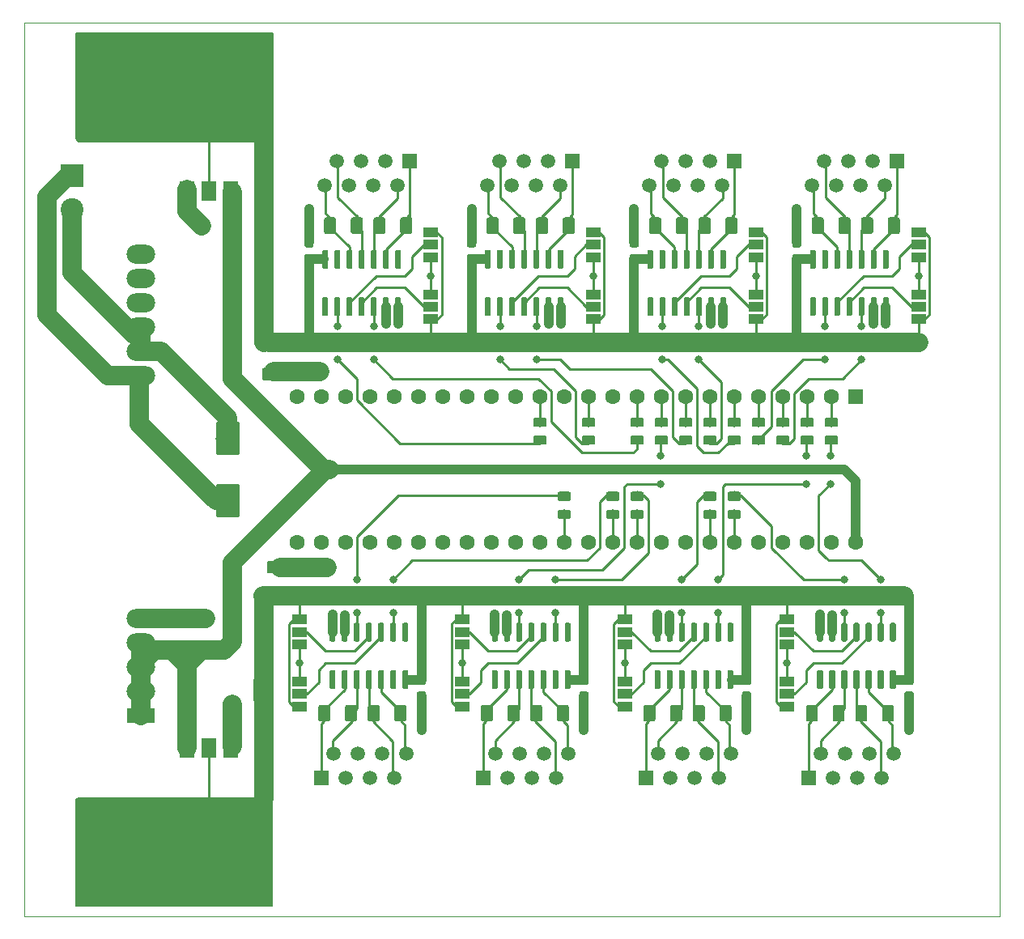
<source format=gbr>
G04 #@! TF.GenerationSoftware,KiCad,Pcbnew,(5.1.4-0-10_14)*
G04 #@! TF.CreationDate,2019-12-29T23:54:35-08:00*
G04 #@! TF.ProjectId,Mothership,4d6f7468-6572-4736-9869-702e6b696361,rev?*
G04 #@! TF.SameCoordinates,Original*
G04 #@! TF.FileFunction,Copper,L1,Top*
G04 #@! TF.FilePolarity,Positive*
%FSLAX46Y46*%
G04 Gerber Fmt 4.6, Leading zero omitted, Abs format (unit mm)*
G04 Created by KiCad (PCBNEW (5.1.4-0-10_14)) date 2019-12-29 23:54:35*
%MOMM*%
%LPD*%
G04 APERTURE LIST*
%ADD10C,0.050000*%
%ADD11R,1.500000X1.000000*%
%ADD12C,0.100000*%
%ADD13C,0.975000*%
%ADD14C,1.250000*%
%ADD15C,1.325000*%
%ADD16C,0.875000*%
%ADD17R,3.000000X1.500000*%
%ADD18O,3.000000X2.000000*%
%ADD19C,1.600000*%
%ADD20R,1.600000X1.600000*%
%ADD21R,3.800000X2.000000*%
%ADD22R,1.500000X2.000000*%
%ADD23C,0.600000*%
%ADD24C,1.500000*%
%ADD25R,1.500000X1.500000*%
%ADD26C,2.400000*%
%ADD27R,2.400000X2.400000*%
%ADD28C,2.500000*%
%ADD29C,0.800000*%
%ADD30C,2.000000*%
%ADD31C,0.250000*%
%ADD32C,1.000000*%
%ADD33C,0.200000*%
G04 APERTURE END LIST*
D10*
X139750000Y-21500000D02*
X37750000Y-21500000D01*
X37750000Y-21500000D02*
X37750000Y-115000000D01*
X139750000Y-115000000D02*
X37750000Y-115000000D01*
X139750000Y-21500000D02*
X139750000Y-115000000D01*
D11*
X117500000Y-83950000D03*
X117500000Y-85250000D03*
X117500000Y-86550000D03*
X131250000Y-52550000D03*
X131250000Y-51250000D03*
X131250000Y-49950000D03*
X131250000Y-46050000D03*
X131250000Y-44750000D03*
X131250000Y-43450000D03*
X114250000Y-46050000D03*
X114250000Y-44750000D03*
X114250000Y-43450000D03*
X114250000Y-52550000D03*
X114250000Y-51250000D03*
X114250000Y-49950000D03*
X80250000Y-52550000D03*
X80250000Y-51250000D03*
X80250000Y-49950000D03*
X80250000Y-46050000D03*
X80250000Y-44750000D03*
X80250000Y-43450000D03*
X97250000Y-52550000D03*
X97250000Y-51250000D03*
X97250000Y-49950000D03*
X97250000Y-46050000D03*
X97250000Y-44750000D03*
X97250000Y-43450000D03*
X100500000Y-83950000D03*
X100500000Y-85250000D03*
X100500000Y-86550000D03*
X66500000Y-90450000D03*
X66500000Y-91750000D03*
X66500000Y-93050000D03*
X66500000Y-83950000D03*
X66500000Y-85250000D03*
X66500000Y-86550000D03*
X83500000Y-90450000D03*
X83500000Y-91750000D03*
X83500000Y-93050000D03*
X117500000Y-90450000D03*
X117500000Y-91750000D03*
X117500000Y-93050000D03*
X83500000Y-83950000D03*
X83500000Y-85250000D03*
X83500000Y-86550000D03*
X100500000Y-90450000D03*
X100500000Y-91750000D03*
X100500000Y-93050000D03*
D12*
G36*
X109910142Y-72451174D02*
G01*
X109933803Y-72454684D01*
X109957007Y-72460496D01*
X109979529Y-72468554D01*
X110001153Y-72478782D01*
X110021670Y-72491079D01*
X110040883Y-72505329D01*
X110058607Y-72521393D01*
X110074671Y-72539117D01*
X110088921Y-72558330D01*
X110101218Y-72578847D01*
X110111446Y-72600471D01*
X110119504Y-72622993D01*
X110125316Y-72646197D01*
X110128826Y-72669858D01*
X110130000Y-72693750D01*
X110130000Y-73181250D01*
X110128826Y-73205142D01*
X110125316Y-73228803D01*
X110119504Y-73252007D01*
X110111446Y-73274529D01*
X110101218Y-73296153D01*
X110088921Y-73316670D01*
X110074671Y-73335883D01*
X110058607Y-73353607D01*
X110040883Y-73369671D01*
X110021670Y-73383921D01*
X110001153Y-73396218D01*
X109979529Y-73406446D01*
X109957007Y-73414504D01*
X109933803Y-73420316D01*
X109910142Y-73423826D01*
X109886250Y-73425000D01*
X108973750Y-73425000D01*
X108949858Y-73423826D01*
X108926197Y-73420316D01*
X108902993Y-73414504D01*
X108880471Y-73406446D01*
X108858847Y-73396218D01*
X108838330Y-73383921D01*
X108819117Y-73369671D01*
X108801393Y-73353607D01*
X108785329Y-73335883D01*
X108771079Y-73316670D01*
X108758782Y-73296153D01*
X108748554Y-73274529D01*
X108740496Y-73252007D01*
X108734684Y-73228803D01*
X108731174Y-73205142D01*
X108730000Y-73181250D01*
X108730000Y-72693750D01*
X108731174Y-72669858D01*
X108734684Y-72646197D01*
X108740496Y-72622993D01*
X108748554Y-72600471D01*
X108758782Y-72578847D01*
X108771079Y-72558330D01*
X108785329Y-72539117D01*
X108801393Y-72521393D01*
X108819117Y-72505329D01*
X108838330Y-72491079D01*
X108858847Y-72478782D01*
X108880471Y-72468554D01*
X108902993Y-72460496D01*
X108926197Y-72454684D01*
X108949858Y-72451174D01*
X108973750Y-72450000D01*
X109886250Y-72450000D01*
X109910142Y-72451174D01*
X109910142Y-72451174D01*
G37*
D13*
X109430000Y-72937500D03*
D12*
G36*
X109910142Y-70576174D02*
G01*
X109933803Y-70579684D01*
X109957007Y-70585496D01*
X109979529Y-70593554D01*
X110001153Y-70603782D01*
X110021670Y-70616079D01*
X110040883Y-70630329D01*
X110058607Y-70646393D01*
X110074671Y-70664117D01*
X110088921Y-70683330D01*
X110101218Y-70703847D01*
X110111446Y-70725471D01*
X110119504Y-70747993D01*
X110125316Y-70771197D01*
X110128826Y-70794858D01*
X110130000Y-70818750D01*
X110130000Y-71306250D01*
X110128826Y-71330142D01*
X110125316Y-71353803D01*
X110119504Y-71377007D01*
X110111446Y-71399529D01*
X110101218Y-71421153D01*
X110088921Y-71441670D01*
X110074671Y-71460883D01*
X110058607Y-71478607D01*
X110040883Y-71494671D01*
X110021670Y-71508921D01*
X110001153Y-71521218D01*
X109979529Y-71531446D01*
X109957007Y-71539504D01*
X109933803Y-71545316D01*
X109910142Y-71548826D01*
X109886250Y-71550000D01*
X108973750Y-71550000D01*
X108949858Y-71548826D01*
X108926197Y-71545316D01*
X108902993Y-71539504D01*
X108880471Y-71531446D01*
X108858847Y-71521218D01*
X108838330Y-71508921D01*
X108819117Y-71494671D01*
X108801393Y-71478607D01*
X108785329Y-71460883D01*
X108771079Y-71441670D01*
X108758782Y-71421153D01*
X108748554Y-71399529D01*
X108740496Y-71377007D01*
X108734684Y-71353803D01*
X108731174Y-71330142D01*
X108730000Y-71306250D01*
X108730000Y-70818750D01*
X108731174Y-70794858D01*
X108734684Y-70771197D01*
X108740496Y-70747993D01*
X108748554Y-70725471D01*
X108758782Y-70703847D01*
X108771079Y-70683330D01*
X108785329Y-70664117D01*
X108801393Y-70646393D01*
X108819117Y-70630329D01*
X108838330Y-70616079D01*
X108858847Y-70603782D01*
X108880471Y-70593554D01*
X108902993Y-70585496D01*
X108926197Y-70579684D01*
X108949858Y-70576174D01*
X108973750Y-70575000D01*
X109886250Y-70575000D01*
X109910142Y-70576174D01*
X109910142Y-70576174D01*
G37*
D13*
X109430000Y-71062500D03*
D12*
G36*
X112450142Y-72451174D02*
G01*
X112473803Y-72454684D01*
X112497007Y-72460496D01*
X112519529Y-72468554D01*
X112541153Y-72478782D01*
X112561670Y-72491079D01*
X112580883Y-72505329D01*
X112598607Y-72521393D01*
X112614671Y-72539117D01*
X112628921Y-72558330D01*
X112641218Y-72578847D01*
X112651446Y-72600471D01*
X112659504Y-72622993D01*
X112665316Y-72646197D01*
X112668826Y-72669858D01*
X112670000Y-72693750D01*
X112670000Y-73181250D01*
X112668826Y-73205142D01*
X112665316Y-73228803D01*
X112659504Y-73252007D01*
X112651446Y-73274529D01*
X112641218Y-73296153D01*
X112628921Y-73316670D01*
X112614671Y-73335883D01*
X112598607Y-73353607D01*
X112580883Y-73369671D01*
X112561670Y-73383921D01*
X112541153Y-73396218D01*
X112519529Y-73406446D01*
X112497007Y-73414504D01*
X112473803Y-73420316D01*
X112450142Y-73423826D01*
X112426250Y-73425000D01*
X111513750Y-73425000D01*
X111489858Y-73423826D01*
X111466197Y-73420316D01*
X111442993Y-73414504D01*
X111420471Y-73406446D01*
X111398847Y-73396218D01*
X111378330Y-73383921D01*
X111359117Y-73369671D01*
X111341393Y-73353607D01*
X111325329Y-73335883D01*
X111311079Y-73316670D01*
X111298782Y-73296153D01*
X111288554Y-73274529D01*
X111280496Y-73252007D01*
X111274684Y-73228803D01*
X111271174Y-73205142D01*
X111270000Y-73181250D01*
X111270000Y-72693750D01*
X111271174Y-72669858D01*
X111274684Y-72646197D01*
X111280496Y-72622993D01*
X111288554Y-72600471D01*
X111298782Y-72578847D01*
X111311079Y-72558330D01*
X111325329Y-72539117D01*
X111341393Y-72521393D01*
X111359117Y-72505329D01*
X111378330Y-72491079D01*
X111398847Y-72478782D01*
X111420471Y-72468554D01*
X111442993Y-72460496D01*
X111466197Y-72454684D01*
X111489858Y-72451174D01*
X111513750Y-72450000D01*
X112426250Y-72450000D01*
X112450142Y-72451174D01*
X112450142Y-72451174D01*
G37*
D13*
X111970000Y-72937500D03*
D12*
G36*
X112450142Y-70576174D02*
G01*
X112473803Y-70579684D01*
X112497007Y-70585496D01*
X112519529Y-70593554D01*
X112541153Y-70603782D01*
X112561670Y-70616079D01*
X112580883Y-70630329D01*
X112598607Y-70646393D01*
X112614671Y-70664117D01*
X112628921Y-70683330D01*
X112641218Y-70703847D01*
X112651446Y-70725471D01*
X112659504Y-70747993D01*
X112665316Y-70771197D01*
X112668826Y-70794858D01*
X112670000Y-70818750D01*
X112670000Y-71306250D01*
X112668826Y-71330142D01*
X112665316Y-71353803D01*
X112659504Y-71377007D01*
X112651446Y-71399529D01*
X112641218Y-71421153D01*
X112628921Y-71441670D01*
X112614671Y-71460883D01*
X112598607Y-71478607D01*
X112580883Y-71494671D01*
X112561670Y-71508921D01*
X112541153Y-71521218D01*
X112519529Y-71531446D01*
X112497007Y-71539504D01*
X112473803Y-71545316D01*
X112450142Y-71548826D01*
X112426250Y-71550000D01*
X111513750Y-71550000D01*
X111489858Y-71548826D01*
X111466197Y-71545316D01*
X111442993Y-71539504D01*
X111420471Y-71531446D01*
X111398847Y-71521218D01*
X111378330Y-71508921D01*
X111359117Y-71494671D01*
X111341393Y-71478607D01*
X111325329Y-71460883D01*
X111311079Y-71441670D01*
X111298782Y-71421153D01*
X111288554Y-71399529D01*
X111280496Y-71377007D01*
X111274684Y-71353803D01*
X111271174Y-71330142D01*
X111270000Y-71306250D01*
X111270000Y-70818750D01*
X111271174Y-70794858D01*
X111274684Y-70771197D01*
X111280496Y-70747993D01*
X111288554Y-70725471D01*
X111298782Y-70703847D01*
X111311079Y-70683330D01*
X111325329Y-70664117D01*
X111341393Y-70646393D01*
X111359117Y-70630329D01*
X111378330Y-70616079D01*
X111398847Y-70603782D01*
X111420471Y-70593554D01*
X111442993Y-70585496D01*
X111466197Y-70579684D01*
X111489858Y-70576174D01*
X111513750Y-70575000D01*
X112426250Y-70575000D01*
X112450142Y-70576174D01*
X112450142Y-70576174D01*
G37*
D13*
X111970000Y-71062500D03*
D12*
G36*
X102290142Y-70576174D02*
G01*
X102313803Y-70579684D01*
X102337007Y-70585496D01*
X102359529Y-70593554D01*
X102381153Y-70603782D01*
X102401670Y-70616079D01*
X102420883Y-70630329D01*
X102438607Y-70646393D01*
X102454671Y-70664117D01*
X102468921Y-70683330D01*
X102481218Y-70703847D01*
X102491446Y-70725471D01*
X102499504Y-70747993D01*
X102505316Y-70771197D01*
X102508826Y-70794858D01*
X102510000Y-70818750D01*
X102510000Y-71306250D01*
X102508826Y-71330142D01*
X102505316Y-71353803D01*
X102499504Y-71377007D01*
X102491446Y-71399529D01*
X102481218Y-71421153D01*
X102468921Y-71441670D01*
X102454671Y-71460883D01*
X102438607Y-71478607D01*
X102420883Y-71494671D01*
X102401670Y-71508921D01*
X102381153Y-71521218D01*
X102359529Y-71531446D01*
X102337007Y-71539504D01*
X102313803Y-71545316D01*
X102290142Y-71548826D01*
X102266250Y-71550000D01*
X101353750Y-71550000D01*
X101329858Y-71548826D01*
X101306197Y-71545316D01*
X101282993Y-71539504D01*
X101260471Y-71531446D01*
X101238847Y-71521218D01*
X101218330Y-71508921D01*
X101199117Y-71494671D01*
X101181393Y-71478607D01*
X101165329Y-71460883D01*
X101151079Y-71441670D01*
X101138782Y-71421153D01*
X101128554Y-71399529D01*
X101120496Y-71377007D01*
X101114684Y-71353803D01*
X101111174Y-71330142D01*
X101110000Y-71306250D01*
X101110000Y-70818750D01*
X101111174Y-70794858D01*
X101114684Y-70771197D01*
X101120496Y-70747993D01*
X101128554Y-70725471D01*
X101138782Y-70703847D01*
X101151079Y-70683330D01*
X101165329Y-70664117D01*
X101181393Y-70646393D01*
X101199117Y-70630329D01*
X101218330Y-70616079D01*
X101238847Y-70603782D01*
X101260471Y-70593554D01*
X101282993Y-70585496D01*
X101306197Y-70579684D01*
X101329858Y-70576174D01*
X101353750Y-70575000D01*
X102266250Y-70575000D01*
X102290142Y-70576174D01*
X102290142Y-70576174D01*
G37*
D13*
X101810000Y-71062500D03*
D12*
G36*
X102290142Y-72451174D02*
G01*
X102313803Y-72454684D01*
X102337007Y-72460496D01*
X102359529Y-72468554D01*
X102381153Y-72478782D01*
X102401670Y-72491079D01*
X102420883Y-72505329D01*
X102438607Y-72521393D01*
X102454671Y-72539117D01*
X102468921Y-72558330D01*
X102481218Y-72578847D01*
X102491446Y-72600471D01*
X102499504Y-72622993D01*
X102505316Y-72646197D01*
X102508826Y-72669858D01*
X102510000Y-72693750D01*
X102510000Y-73181250D01*
X102508826Y-73205142D01*
X102505316Y-73228803D01*
X102499504Y-73252007D01*
X102491446Y-73274529D01*
X102481218Y-73296153D01*
X102468921Y-73316670D01*
X102454671Y-73335883D01*
X102438607Y-73353607D01*
X102420883Y-73369671D01*
X102401670Y-73383921D01*
X102381153Y-73396218D01*
X102359529Y-73406446D01*
X102337007Y-73414504D01*
X102313803Y-73420316D01*
X102290142Y-73423826D01*
X102266250Y-73425000D01*
X101353750Y-73425000D01*
X101329858Y-73423826D01*
X101306197Y-73420316D01*
X101282993Y-73414504D01*
X101260471Y-73406446D01*
X101238847Y-73396218D01*
X101218330Y-73383921D01*
X101199117Y-73369671D01*
X101181393Y-73353607D01*
X101165329Y-73335883D01*
X101151079Y-73316670D01*
X101138782Y-73296153D01*
X101128554Y-73274529D01*
X101120496Y-73252007D01*
X101114684Y-73228803D01*
X101111174Y-73205142D01*
X101110000Y-73181250D01*
X101110000Y-72693750D01*
X101111174Y-72669858D01*
X101114684Y-72646197D01*
X101120496Y-72622993D01*
X101128554Y-72600471D01*
X101138782Y-72578847D01*
X101151079Y-72558330D01*
X101165329Y-72539117D01*
X101181393Y-72521393D01*
X101199117Y-72505329D01*
X101218330Y-72491079D01*
X101238847Y-72478782D01*
X101260471Y-72468554D01*
X101282993Y-72460496D01*
X101306197Y-72454684D01*
X101329858Y-72451174D01*
X101353750Y-72450000D01*
X102266250Y-72450000D01*
X102290142Y-72451174D01*
X102290142Y-72451174D01*
G37*
D13*
X101810000Y-72937500D03*
D12*
G36*
X99750142Y-70576174D02*
G01*
X99773803Y-70579684D01*
X99797007Y-70585496D01*
X99819529Y-70593554D01*
X99841153Y-70603782D01*
X99861670Y-70616079D01*
X99880883Y-70630329D01*
X99898607Y-70646393D01*
X99914671Y-70664117D01*
X99928921Y-70683330D01*
X99941218Y-70703847D01*
X99951446Y-70725471D01*
X99959504Y-70747993D01*
X99965316Y-70771197D01*
X99968826Y-70794858D01*
X99970000Y-70818750D01*
X99970000Y-71306250D01*
X99968826Y-71330142D01*
X99965316Y-71353803D01*
X99959504Y-71377007D01*
X99951446Y-71399529D01*
X99941218Y-71421153D01*
X99928921Y-71441670D01*
X99914671Y-71460883D01*
X99898607Y-71478607D01*
X99880883Y-71494671D01*
X99861670Y-71508921D01*
X99841153Y-71521218D01*
X99819529Y-71531446D01*
X99797007Y-71539504D01*
X99773803Y-71545316D01*
X99750142Y-71548826D01*
X99726250Y-71550000D01*
X98813750Y-71550000D01*
X98789858Y-71548826D01*
X98766197Y-71545316D01*
X98742993Y-71539504D01*
X98720471Y-71531446D01*
X98698847Y-71521218D01*
X98678330Y-71508921D01*
X98659117Y-71494671D01*
X98641393Y-71478607D01*
X98625329Y-71460883D01*
X98611079Y-71441670D01*
X98598782Y-71421153D01*
X98588554Y-71399529D01*
X98580496Y-71377007D01*
X98574684Y-71353803D01*
X98571174Y-71330142D01*
X98570000Y-71306250D01*
X98570000Y-70818750D01*
X98571174Y-70794858D01*
X98574684Y-70771197D01*
X98580496Y-70747993D01*
X98588554Y-70725471D01*
X98598782Y-70703847D01*
X98611079Y-70683330D01*
X98625329Y-70664117D01*
X98641393Y-70646393D01*
X98659117Y-70630329D01*
X98678330Y-70616079D01*
X98698847Y-70603782D01*
X98720471Y-70593554D01*
X98742993Y-70585496D01*
X98766197Y-70579684D01*
X98789858Y-70576174D01*
X98813750Y-70575000D01*
X99726250Y-70575000D01*
X99750142Y-70576174D01*
X99750142Y-70576174D01*
G37*
D13*
X99270000Y-71062500D03*
D12*
G36*
X99750142Y-72451174D02*
G01*
X99773803Y-72454684D01*
X99797007Y-72460496D01*
X99819529Y-72468554D01*
X99841153Y-72478782D01*
X99861670Y-72491079D01*
X99880883Y-72505329D01*
X99898607Y-72521393D01*
X99914671Y-72539117D01*
X99928921Y-72558330D01*
X99941218Y-72578847D01*
X99951446Y-72600471D01*
X99959504Y-72622993D01*
X99965316Y-72646197D01*
X99968826Y-72669858D01*
X99970000Y-72693750D01*
X99970000Y-73181250D01*
X99968826Y-73205142D01*
X99965316Y-73228803D01*
X99959504Y-73252007D01*
X99951446Y-73274529D01*
X99941218Y-73296153D01*
X99928921Y-73316670D01*
X99914671Y-73335883D01*
X99898607Y-73353607D01*
X99880883Y-73369671D01*
X99861670Y-73383921D01*
X99841153Y-73396218D01*
X99819529Y-73406446D01*
X99797007Y-73414504D01*
X99773803Y-73420316D01*
X99750142Y-73423826D01*
X99726250Y-73425000D01*
X98813750Y-73425000D01*
X98789858Y-73423826D01*
X98766197Y-73420316D01*
X98742993Y-73414504D01*
X98720471Y-73406446D01*
X98698847Y-73396218D01*
X98678330Y-73383921D01*
X98659117Y-73369671D01*
X98641393Y-73353607D01*
X98625329Y-73335883D01*
X98611079Y-73316670D01*
X98598782Y-73296153D01*
X98588554Y-73274529D01*
X98580496Y-73252007D01*
X98574684Y-73228803D01*
X98571174Y-73205142D01*
X98570000Y-73181250D01*
X98570000Y-72693750D01*
X98571174Y-72669858D01*
X98574684Y-72646197D01*
X98580496Y-72622993D01*
X98588554Y-72600471D01*
X98598782Y-72578847D01*
X98611079Y-72558330D01*
X98625329Y-72539117D01*
X98641393Y-72521393D01*
X98659117Y-72505329D01*
X98678330Y-72491079D01*
X98698847Y-72478782D01*
X98720471Y-72468554D01*
X98742993Y-72460496D01*
X98766197Y-72454684D01*
X98789858Y-72451174D01*
X98813750Y-72450000D01*
X99726250Y-72450000D01*
X99750142Y-72451174D01*
X99750142Y-72451174D01*
G37*
D13*
X99270000Y-72937500D03*
D12*
G36*
X94670142Y-70576174D02*
G01*
X94693803Y-70579684D01*
X94717007Y-70585496D01*
X94739529Y-70593554D01*
X94761153Y-70603782D01*
X94781670Y-70616079D01*
X94800883Y-70630329D01*
X94818607Y-70646393D01*
X94834671Y-70664117D01*
X94848921Y-70683330D01*
X94861218Y-70703847D01*
X94871446Y-70725471D01*
X94879504Y-70747993D01*
X94885316Y-70771197D01*
X94888826Y-70794858D01*
X94890000Y-70818750D01*
X94890000Y-71306250D01*
X94888826Y-71330142D01*
X94885316Y-71353803D01*
X94879504Y-71377007D01*
X94871446Y-71399529D01*
X94861218Y-71421153D01*
X94848921Y-71441670D01*
X94834671Y-71460883D01*
X94818607Y-71478607D01*
X94800883Y-71494671D01*
X94781670Y-71508921D01*
X94761153Y-71521218D01*
X94739529Y-71531446D01*
X94717007Y-71539504D01*
X94693803Y-71545316D01*
X94670142Y-71548826D01*
X94646250Y-71550000D01*
X93733750Y-71550000D01*
X93709858Y-71548826D01*
X93686197Y-71545316D01*
X93662993Y-71539504D01*
X93640471Y-71531446D01*
X93618847Y-71521218D01*
X93598330Y-71508921D01*
X93579117Y-71494671D01*
X93561393Y-71478607D01*
X93545329Y-71460883D01*
X93531079Y-71441670D01*
X93518782Y-71421153D01*
X93508554Y-71399529D01*
X93500496Y-71377007D01*
X93494684Y-71353803D01*
X93491174Y-71330142D01*
X93490000Y-71306250D01*
X93490000Y-70818750D01*
X93491174Y-70794858D01*
X93494684Y-70771197D01*
X93500496Y-70747993D01*
X93508554Y-70725471D01*
X93518782Y-70703847D01*
X93531079Y-70683330D01*
X93545329Y-70664117D01*
X93561393Y-70646393D01*
X93579117Y-70630329D01*
X93598330Y-70616079D01*
X93618847Y-70603782D01*
X93640471Y-70593554D01*
X93662993Y-70585496D01*
X93686197Y-70579684D01*
X93709858Y-70576174D01*
X93733750Y-70575000D01*
X94646250Y-70575000D01*
X94670142Y-70576174D01*
X94670142Y-70576174D01*
G37*
D13*
X94190000Y-71062500D03*
D12*
G36*
X94670142Y-72451174D02*
G01*
X94693803Y-72454684D01*
X94717007Y-72460496D01*
X94739529Y-72468554D01*
X94761153Y-72478782D01*
X94781670Y-72491079D01*
X94800883Y-72505329D01*
X94818607Y-72521393D01*
X94834671Y-72539117D01*
X94848921Y-72558330D01*
X94861218Y-72578847D01*
X94871446Y-72600471D01*
X94879504Y-72622993D01*
X94885316Y-72646197D01*
X94888826Y-72669858D01*
X94890000Y-72693750D01*
X94890000Y-73181250D01*
X94888826Y-73205142D01*
X94885316Y-73228803D01*
X94879504Y-73252007D01*
X94871446Y-73274529D01*
X94861218Y-73296153D01*
X94848921Y-73316670D01*
X94834671Y-73335883D01*
X94818607Y-73353607D01*
X94800883Y-73369671D01*
X94781670Y-73383921D01*
X94761153Y-73396218D01*
X94739529Y-73406446D01*
X94717007Y-73414504D01*
X94693803Y-73420316D01*
X94670142Y-73423826D01*
X94646250Y-73425000D01*
X93733750Y-73425000D01*
X93709858Y-73423826D01*
X93686197Y-73420316D01*
X93662993Y-73414504D01*
X93640471Y-73406446D01*
X93618847Y-73396218D01*
X93598330Y-73383921D01*
X93579117Y-73369671D01*
X93561393Y-73353607D01*
X93545329Y-73335883D01*
X93531079Y-73316670D01*
X93518782Y-73296153D01*
X93508554Y-73274529D01*
X93500496Y-73252007D01*
X93494684Y-73228803D01*
X93491174Y-73205142D01*
X93490000Y-73181250D01*
X93490000Y-72693750D01*
X93491174Y-72669858D01*
X93494684Y-72646197D01*
X93500496Y-72622993D01*
X93508554Y-72600471D01*
X93518782Y-72578847D01*
X93531079Y-72558330D01*
X93545329Y-72539117D01*
X93561393Y-72521393D01*
X93579117Y-72505329D01*
X93598330Y-72491079D01*
X93618847Y-72478782D01*
X93640471Y-72468554D01*
X93662993Y-72460496D01*
X93686197Y-72454684D01*
X93709858Y-72451174D01*
X93733750Y-72450000D01*
X94646250Y-72450000D01*
X94670142Y-72451174D01*
X94670142Y-72451174D01*
G37*
D13*
X94190000Y-72937500D03*
D12*
G36*
X92130142Y-64701174D02*
G01*
X92153803Y-64704684D01*
X92177007Y-64710496D01*
X92199529Y-64718554D01*
X92221153Y-64728782D01*
X92241670Y-64741079D01*
X92260883Y-64755329D01*
X92278607Y-64771393D01*
X92294671Y-64789117D01*
X92308921Y-64808330D01*
X92321218Y-64828847D01*
X92331446Y-64850471D01*
X92339504Y-64872993D01*
X92345316Y-64896197D01*
X92348826Y-64919858D01*
X92350000Y-64943750D01*
X92350000Y-65431250D01*
X92348826Y-65455142D01*
X92345316Y-65478803D01*
X92339504Y-65502007D01*
X92331446Y-65524529D01*
X92321218Y-65546153D01*
X92308921Y-65566670D01*
X92294671Y-65585883D01*
X92278607Y-65603607D01*
X92260883Y-65619671D01*
X92241670Y-65633921D01*
X92221153Y-65646218D01*
X92199529Y-65656446D01*
X92177007Y-65664504D01*
X92153803Y-65670316D01*
X92130142Y-65673826D01*
X92106250Y-65675000D01*
X91193750Y-65675000D01*
X91169858Y-65673826D01*
X91146197Y-65670316D01*
X91122993Y-65664504D01*
X91100471Y-65656446D01*
X91078847Y-65646218D01*
X91058330Y-65633921D01*
X91039117Y-65619671D01*
X91021393Y-65603607D01*
X91005329Y-65585883D01*
X90991079Y-65566670D01*
X90978782Y-65546153D01*
X90968554Y-65524529D01*
X90960496Y-65502007D01*
X90954684Y-65478803D01*
X90951174Y-65455142D01*
X90950000Y-65431250D01*
X90950000Y-64943750D01*
X90951174Y-64919858D01*
X90954684Y-64896197D01*
X90960496Y-64872993D01*
X90968554Y-64850471D01*
X90978782Y-64828847D01*
X90991079Y-64808330D01*
X91005329Y-64789117D01*
X91021393Y-64771393D01*
X91039117Y-64755329D01*
X91058330Y-64741079D01*
X91078847Y-64728782D01*
X91100471Y-64718554D01*
X91122993Y-64710496D01*
X91146197Y-64704684D01*
X91169858Y-64701174D01*
X91193750Y-64700000D01*
X92106250Y-64700000D01*
X92130142Y-64701174D01*
X92130142Y-64701174D01*
G37*
D13*
X91650000Y-65187500D03*
D12*
G36*
X92130142Y-62826174D02*
G01*
X92153803Y-62829684D01*
X92177007Y-62835496D01*
X92199529Y-62843554D01*
X92221153Y-62853782D01*
X92241670Y-62866079D01*
X92260883Y-62880329D01*
X92278607Y-62896393D01*
X92294671Y-62914117D01*
X92308921Y-62933330D01*
X92321218Y-62953847D01*
X92331446Y-62975471D01*
X92339504Y-62997993D01*
X92345316Y-63021197D01*
X92348826Y-63044858D01*
X92350000Y-63068750D01*
X92350000Y-63556250D01*
X92348826Y-63580142D01*
X92345316Y-63603803D01*
X92339504Y-63627007D01*
X92331446Y-63649529D01*
X92321218Y-63671153D01*
X92308921Y-63691670D01*
X92294671Y-63710883D01*
X92278607Y-63728607D01*
X92260883Y-63744671D01*
X92241670Y-63758921D01*
X92221153Y-63771218D01*
X92199529Y-63781446D01*
X92177007Y-63789504D01*
X92153803Y-63795316D01*
X92130142Y-63798826D01*
X92106250Y-63800000D01*
X91193750Y-63800000D01*
X91169858Y-63798826D01*
X91146197Y-63795316D01*
X91122993Y-63789504D01*
X91100471Y-63781446D01*
X91078847Y-63771218D01*
X91058330Y-63758921D01*
X91039117Y-63744671D01*
X91021393Y-63728607D01*
X91005329Y-63710883D01*
X90991079Y-63691670D01*
X90978782Y-63671153D01*
X90968554Y-63649529D01*
X90960496Y-63627007D01*
X90954684Y-63603803D01*
X90951174Y-63580142D01*
X90950000Y-63556250D01*
X90950000Y-63068750D01*
X90951174Y-63044858D01*
X90954684Y-63021197D01*
X90960496Y-62997993D01*
X90968554Y-62975471D01*
X90978782Y-62953847D01*
X90991079Y-62933330D01*
X91005329Y-62914117D01*
X91021393Y-62896393D01*
X91039117Y-62880329D01*
X91058330Y-62866079D01*
X91078847Y-62853782D01*
X91100471Y-62843554D01*
X91122993Y-62835496D01*
X91146197Y-62829684D01*
X91169858Y-62826174D01*
X91193750Y-62825000D01*
X92106250Y-62825000D01*
X92130142Y-62826174D01*
X92130142Y-62826174D01*
G37*
D13*
X91650000Y-63312500D03*
D12*
G36*
X97210142Y-64701174D02*
G01*
X97233803Y-64704684D01*
X97257007Y-64710496D01*
X97279529Y-64718554D01*
X97301153Y-64728782D01*
X97321670Y-64741079D01*
X97340883Y-64755329D01*
X97358607Y-64771393D01*
X97374671Y-64789117D01*
X97388921Y-64808330D01*
X97401218Y-64828847D01*
X97411446Y-64850471D01*
X97419504Y-64872993D01*
X97425316Y-64896197D01*
X97428826Y-64919858D01*
X97430000Y-64943750D01*
X97430000Y-65431250D01*
X97428826Y-65455142D01*
X97425316Y-65478803D01*
X97419504Y-65502007D01*
X97411446Y-65524529D01*
X97401218Y-65546153D01*
X97388921Y-65566670D01*
X97374671Y-65585883D01*
X97358607Y-65603607D01*
X97340883Y-65619671D01*
X97321670Y-65633921D01*
X97301153Y-65646218D01*
X97279529Y-65656446D01*
X97257007Y-65664504D01*
X97233803Y-65670316D01*
X97210142Y-65673826D01*
X97186250Y-65675000D01*
X96273750Y-65675000D01*
X96249858Y-65673826D01*
X96226197Y-65670316D01*
X96202993Y-65664504D01*
X96180471Y-65656446D01*
X96158847Y-65646218D01*
X96138330Y-65633921D01*
X96119117Y-65619671D01*
X96101393Y-65603607D01*
X96085329Y-65585883D01*
X96071079Y-65566670D01*
X96058782Y-65546153D01*
X96048554Y-65524529D01*
X96040496Y-65502007D01*
X96034684Y-65478803D01*
X96031174Y-65455142D01*
X96030000Y-65431250D01*
X96030000Y-64943750D01*
X96031174Y-64919858D01*
X96034684Y-64896197D01*
X96040496Y-64872993D01*
X96048554Y-64850471D01*
X96058782Y-64828847D01*
X96071079Y-64808330D01*
X96085329Y-64789117D01*
X96101393Y-64771393D01*
X96119117Y-64755329D01*
X96138330Y-64741079D01*
X96158847Y-64728782D01*
X96180471Y-64718554D01*
X96202993Y-64710496D01*
X96226197Y-64704684D01*
X96249858Y-64701174D01*
X96273750Y-64700000D01*
X97186250Y-64700000D01*
X97210142Y-64701174D01*
X97210142Y-64701174D01*
G37*
D13*
X96730000Y-65187500D03*
D12*
G36*
X97210142Y-62826174D02*
G01*
X97233803Y-62829684D01*
X97257007Y-62835496D01*
X97279529Y-62843554D01*
X97301153Y-62853782D01*
X97321670Y-62866079D01*
X97340883Y-62880329D01*
X97358607Y-62896393D01*
X97374671Y-62914117D01*
X97388921Y-62933330D01*
X97401218Y-62953847D01*
X97411446Y-62975471D01*
X97419504Y-62997993D01*
X97425316Y-63021197D01*
X97428826Y-63044858D01*
X97430000Y-63068750D01*
X97430000Y-63556250D01*
X97428826Y-63580142D01*
X97425316Y-63603803D01*
X97419504Y-63627007D01*
X97411446Y-63649529D01*
X97401218Y-63671153D01*
X97388921Y-63691670D01*
X97374671Y-63710883D01*
X97358607Y-63728607D01*
X97340883Y-63744671D01*
X97321670Y-63758921D01*
X97301153Y-63771218D01*
X97279529Y-63781446D01*
X97257007Y-63789504D01*
X97233803Y-63795316D01*
X97210142Y-63798826D01*
X97186250Y-63800000D01*
X96273750Y-63800000D01*
X96249858Y-63798826D01*
X96226197Y-63795316D01*
X96202993Y-63789504D01*
X96180471Y-63781446D01*
X96158847Y-63771218D01*
X96138330Y-63758921D01*
X96119117Y-63744671D01*
X96101393Y-63728607D01*
X96085329Y-63710883D01*
X96071079Y-63691670D01*
X96058782Y-63671153D01*
X96048554Y-63649529D01*
X96040496Y-63627007D01*
X96034684Y-63603803D01*
X96031174Y-63580142D01*
X96030000Y-63556250D01*
X96030000Y-63068750D01*
X96031174Y-63044858D01*
X96034684Y-63021197D01*
X96040496Y-62997993D01*
X96048554Y-62975471D01*
X96058782Y-62953847D01*
X96071079Y-62933330D01*
X96085329Y-62914117D01*
X96101393Y-62896393D01*
X96119117Y-62880329D01*
X96138330Y-62866079D01*
X96158847Y-62853782D01*
X96180471Y-62843554D01*
X96202993Y-62835496D01*
X96226197Y-62829684D01*
X96249858Y-62826174D01*
X96273750Y-62825000D01*
X97186250Y-62825000D01*
X97210142Y-62826174D01*
X97210142Y-62826174D01*
G37*
D13*
X96730000Y-63312500D03*
D12*
G36*
X102290142Y-64701174D02*
G01*
X102313803Y-64704684D01*
X102337007Y-64710496D01*
X102359529Y-64718554D01*
X102381153Y-64728782D01*
X102401670Y-64741079D01*
X102420883Y-64755329D01*
X102438607Y-64771393D01*
X102454671Y-64789117D01*
X102468921Y-64808330D01*
X102481218Y-64828847D01*
X102491446Y-64850471D01*
X102499504Y-64872993D01*
X102505316Y-64896197D01*
X102508826Y-64919858D01*
X102510000Y-64943750D01*
X102510000Y-65431250D01*
X102508826Y-65455142D01*
X102505316Y-65478803D01*
X102499504Y-65502007D01*
X102491446Y-65524529D01*
X102481218Y-65546153D01*
X102468921Y-65566670D01*
X102454671Y-65585883D01*
X102438607Y-65603607D01*
X102420883Y-65619671D01*
X102401670Y-65633921D01*
X102381153Y-65646218D01*
X102359529Y-65656446D01*
X102337007Y-65664504D01*
X102313803Y-65670316D01*
X102290142Y-65673826D01*
X102266250Y-65675000D01*
X101353750Y-65675000D01*
X101329858Y-65673826D01*
X101306197Y-65670316D01*
X101282993Y-65664504D01*
X101260471Y-65656446D01*
X101238847Y-65646218D01*
X101218330Y-65633921D01*
X101199117Y-65619671D01*
X101181393Y-65603607D01*
X101165329Y-65585883D01*
X101151079Y-65566670D01*
X101138782Y-65546153D01*
X101128554Y-65524529D01*
X101120496Y-65502007D01*
X101114684Y-65478803D01*
X101111174Y-65455142D01*
X101110000Y-65431250D01*
X101110000Y-64943750D01*
X101111174Y-64919858D01*
X101114684Y-64896197D01*
X101120496Y-64872993D01*
X101128554Y-64850471D01*
X101138782Y-64828847D01*
X101151079Y-64808330D01*
X101165329Y-64789117D01*
X101181393Y-64771393D01*
X101199117Y-64755329D01*
X101218330Y-64741079D01*
X101238847Y-64728782D01*
X101260471Y-64718554D01*
X101282993Y-64710496D01*
X101306197Y-64704684D01*
X101329858Y-64701174D01*
X101353750Y-64700000D01*
X102266250Y-64700000D01*
X102290142Y-64701174D01*
X102290142Y-64701174D01*
G37*
D13*
X101810000Y-65187500D03*
D12*
G36*
X102290142Y-62826174D02*
G01*
X102313803Y-62829684D01*
X102337007Y-62835496D01*
X102359529Y-62843554D01*
X102381153Y-62853782D01*
X102401670Y-62866079D01*
X102420883Y-62880329D01*
X102438607Y-62896393D01*
X102454671Y-62914117D01*
X102468921Y-62933330D01*
X102481218Y-62953847D01*
X102491446Y-62975471D01*
X102499504Y-62997993D01*
X102505316Y-63021197D01*
X102508826Y-63044858D01*
X102510000Y-63068750D01*
X102510000Y-63556250D01*
X102508826Y-63580142D01*
X102505316Y-63603803D01*
X102499504Y-63627007D01*
X102491446Y-63649529D01*
X102481218Y-63671153D01*
X102468921Y-63691670D01*
X102454671Y-63710883D01*
X102438607Y-63728607D01*
X102420883Y-63744671D01*
X102401670Y-63758921D01*
X102381153Y-63771218D01*
X102359529Y-63781446D01*
X102337007Y-63789504D01*
X102313803Y-63795316D01*
X102290142Y-63798826D01*
X102266250Y-63800000D01*
X101353750Y-63800000D01*
X101329858Y-63798826D01*
X101306197Y-63795316D01*
X101282993Y-63789504D01*
X101260471Y-63781446D01*
X101238847Y-63771218D01*
X101218330Y-63758921D01*
X101199117Y-63744671D01*
X101181393Y-63728607D01*
X101165329Y-63710883D01*
X101151079Y-63691670D01*
X101138782Y-63671153D01*
X101128554Y-63649529D01*
X101120496Y-63627007D01*
X101114684Y-63603803D01*
X101111174Y-63580142D01*
X101110000Y-63556250D01*
X101110000Y-63068750D01*
X101111174Y-63044858D01*
X101114684Y-63021197D01*
X101120496Y-62997993D01*
X101128554Y-62975471D01*
X101138782Y-62953847D01*
X101151079Y-62933330D01*
X101165329Y-62914117D01*
X101181393Y-62896393D01*
X101199117Y-62880329D01*
X101218330Y-62866079D01*
X101238847Y-62853782D01*
X101260471Y-62843554D01*
X101282993Y-62835496D01*
X101306197Y-62829684D01*
X101329858Y-62826174D01*
X101353750Y-62825000D01*
X102266250Y-62825000D01*
X102290142Y-62826174D01*
X102290142Y-62826174D01*
G37*
D13*
X101810000Y-63312500D03*
D12*
G36*
X104830142Y-64701174D02*
G01*
X104853803Y-64704684D01*
X104877007Y-64710496D01*
X104899529Y-64718554D01*
X104921153Y-64728782D01*
X104941670Y-64741079D01*
X104960883Y-64755329D01*
X104978607Y-64771393D01*
X104994671Y-64789117D01*
X105008921Y-64808330D01*
X105021218Y-64828847D01*
X105031446Y-64850471D01*
X105039504Y-64872993D01*
X105045316Y-64896197D01*
X105048826Y-64919858D01*
X105050000Y-64943750D01*
X105050000Y-65431250D01*
X105048826Y-65455142D01*
X105045316Y-65478803D01*
X105039504Y-65502007D01*
X105031446Y-65524529D01*
X105021218Y-65546153D01*
X105008921Y-65566670D01*
X104994671Y-65585883D01*
X104978607Y-65603607D01*
X104960883Y-65619671D01*
X104941670Y-65633921D01*
X104921153Y-65646218D01*
X104899529Y-65656446D01*
X104877007Y-65664504D01*
X104853803Y-65670316D01*
X104830142Y-65673826D01*
X104806250Y-65675000D01*
X103893750Y-65675000D01*
X103869858Y-65673826D01*
X103846197Y-65670316D01*
X103822993Y-65664504D01*
X103800471Y-65656446D01*
X103778847Y-65646218D01*
X103758330Y-65633921D01*
X103739117Y-65619671D01*
X103721393Y-65603607D01*
X103705329Y-65585883D01*
X103691079Y-65566670D01*
X103678782Y-65546153D01*
X103668554Y-65524529D01*
X103660496Y-65502007D01*
X103654684Y-65478803D01*
X103651174Y-65455142D01*
X103650000Y-65431250D01*
X103650000Y-64943750D01*
X103651174Y-64919858D01*
X103654684Y-64896197D01*
X103660496Y-64872993D01*
X103668554Y-64850471D01*
X103678782Y-64828847D01*
X103691079Y-64808330D01*
X103705329Y-64789117D01*
X103721393Y-64771393D01*
X103739117Y-64755329D01*
X103758330Y-64741079D01*
X103778847Y-64728782D01*
X103800471Y-64718554D01*
X103822993Y-64710496D01*
X103846197Y-64704684D01*
X103869858Y-64701174D01*
X103893750Y-64700000D01*
X104806250Y-64700000D01*
X104830142Y-64701174D01*
X104830142Y-64701174D01*
G37*
D13*
X104350000Y-65187500D03*
D12*
G36*
X104830142Y-62826174D02*
G01*
X104853803Y-62829684D01*
X104877007Y-62835496D01*
X104899529Y-62843554D01*
X104921153Y-62853782D01*
X104941670Y-62866079D01*
X104960883Y-62880329D01*
X104978607Y-62896393D01*
X104994671Y-62914117D01*
X105008921Y-62933330D01*
X105021218Y-62953847D01*
X105031446Y-62975471D01*
X105039504Y-62997993D01*
X105045316Y-63021197D01*
X105048826Y-63044858D01*
X105050000Y-63068750D01*
X105050000Y-63556250D01*
X105048826Y-63580142D01*
X105045316Y-63603803D01*
X105039504Y-63627007D01*
X105031446Y-63649529D01*
X105021218Y-63671153D01*
X105008921Y-63691670D01*
X104994671Y-63710883D01*
X104978607Y-63728607D01*
X104960883Y-63744671D01*
X104941670Y-63758921D01*
X104921153Y-63771218D01*
X104899529Y-63781446D01*
X104877007Y-63789504D01*
X104853803Y-63795316D01*
X104830142Y-63798826D01*
X104806250Y-63800000D01*
X103893750Y-63800000D01*
X103869858Y-63798826D01*
X103846197Y-63795316D01*
X103822993Y-63789504D01*
X103800471Y-63781446D01*
X103778847Y-63771218D01*
X103758330Y-63758921D01*
X103739117Y-63744671D01*
X103721393Y-63728607D01*
X103705329Y-63710883D01*
X103691079Y-63691670D01*
X103678782Y-63671153D01*
X103668554Y-63649529D01*
X103660496Y-63627007D01*
X103654684Y-63603803D01*
X103651174Y-63580142D01*
X103650000Y-63556250D01*
X103650000Y-63068750D01*
X103651174Y-63044858D01*
X103654684Y-63021197D01*
X103660496Y-62997993D01*
X103668554Y-62975471D01*
X103678782Y-62953847D01*
X103691079Y-62933330D01*
X103705329Y-62914117D01*
X103721393Y-62896393D01*
X103739117Y-62880329D01*
X103758330Y-62866079D01*
X103778847Y-62853782D01*
X103800471Y-62843554D01*
X103822993Y-62835496D01*
X103846197Y-62829684D01*
X103869858Y-62826174D01*
X103893750Y-62825000D01*
X104806250Y-62825000D01*
X104830142Y-62826174D01*
X104830142Y-62826174D01*
G37*
D13*
X104350000Y-63312500D03*
D12*
G36*
X107370142Y-64701174D02*
G01*
X107393803Y-64704684D01*
X107417007Y-64710496D01*
X107439529Y-64718554D01*
X107461153Y-64728782D01*
X107481670Y-64741079D01*
X107500883Y-64755329D01*
X107518607Y-64771393D01*
X107534671Y-64789117D01*
X107548921Y-64808330D01*
X107561218Y-64828847D01*
X107571446Y-64850471D01*
X107579504Y-64872993D01*
X107585316Y-64896197D01*
X107588826Y-64919858D01*
X107590000Y-64943750D01*
X107590000Y-65431250D01*
X107588826Y-65455142D01*
X107585316Y-65478803D01*
X107579504Y-65502007D01*
X107571446Y-65524529D01*
X107561218Y-65546153D01*
X107548921Y-65566670D01*
X107534671Y-65585883D01*
X107518607Y-65603607D01*
X107500883Y-65619671D01*
X107481670Y-65633921D01*
X107461153Y-65646218D01*
X107439529Y-65656446D01*
X107417007Y-65664504D01*
X107393803Y-65670316D01*
X107370142Y-65673826D01*
X107346250Y-65675000D01*
X106433750Y-65675000D01*
X106409858Y-65673826D01*
X106386197Y-65670316D01*
X106362993Y-65664504D01*
X106340471Y-65656446D01*
X106318847Y-65646218D01*
X106298330Y-65633921D01*
X106279117Y-65619671D01*
X106261393Y-65603607D01*
X106245329Y-65585883D01*
X106231079Y-65566670D01*
X106218782Y-65546153D01*
X106208554Y-65524529D01*
X106200496Y-65502007D01*
X106194684Y-65478803D01*
X106191174Y-65455142D01*
X106190000Y-65431250D01*
X106190000Y-64943750D01*
X106191174Y-64919858D01*
X106194684Y-64896197D01*
X106200496Y-64872993D01*
X106208554Y-64850471D01*
X106218782Y-64828847D01*
X106231079Y-64808330D01*
X106245329Y-64789117D01*
X106261393Y-64771393D01*
X106279117Y-64755329D01*
X106298330Y-64741079D01*
X106318847Y-64728782D01*
X106340471Y-64718554D01*
X106362993Y-64710496D01*
X106386197Y-64704684D01*
X106409858Y-64701174D01*
X106433750Y-64700000D01*
X107346250Y-64700000D01*
X107370142Y-64701174D01*
X107370142Y-64701174D01*
G37*
D13*
X106890000Y-65187500D03*
D12*
G36*
X107370142Y-62826174D02*
G01*
X107393803Y-62829684D01*
X107417007Y-62835496D01*
X107439529Y-62843554D01*
X107461153Y-62853782D01*
X107481670Y-62866079D01*
X107500883Y-62880329D01*
X107518607Y-62896393D01*
X107534671Y-62914117D01*
X107548921Y-62933330D01*
X107561218Y-62953847D01*
X107571446Y-62975471D01*
X107579504Y-62997993D01*
X107585316Y-63021197D01*
X107588826Y-63044858D01*
X107590000Y-63068750D01*
X107590000Y-63556250D01*
X107588826Y-63580142D01*
X107585316Y-63603803D01*
X107579504Y-63627007D01*
X107571446Y-63649529D01*
X107561218Y-63671153D01*
X107548921Y-63691670D01*
X107534671Y-63710883D01*
X107518607Y-63728607D01*
X107500883Y-63744671D01*
X107481670Y-63758921D01*
X107461153Y-63771218D01*
X107439529Y-63781446D01*
X107417007Y-63789504D01*
X107393803Y-63795316D01*
X107370142Y-63798826D01*
X107346250Y-63800000D01*
X106433750Y-63800000D01*
X106409858Y-63798826D01*
X106386197Y-63795316D01*
X106362993Y-63789504D01*
X106340471Y-63781446D01*
X106318847Y-63771218D01*
X106298330Y-63758921D01*
X106279117Y-63744671D01*
X106261393Y-63728607D01*
X106245329Y-63710883D01*
X106231079Y-63691670D01*
X106218782Y-63671153D01*
X106208554Y-63649529D01*
X106200496Y-63627007D01*
X106194684Y-63603803D01*
X106191174Y-63580142D01*
X106190000Y-63556250D01*
X106190000Y-63068750D01*
X106191174Y-63044858D01*
X106194684Y-63021197D01*
X106200496Y-62997993D01*
X106208554Y-62975471D01*
X106218782Y-62953847D01*
X106231079Y-62933330D01*
X106245329Y-62914117D01*
X106261393Y-62896393D01*
X106279117Y-62880329D01*
X106298330Y-62866079D01*
X106318847Y-62853782D01*
X106340471Y-62843554D01*
X106362993Y-62835496D01*
X106386197Y-62829684D01*
X106409858Y-62826174D01*
X106433750Y-62825000D01*
X107346250Y-62825000D01*
X107370142Y-62826174D01*
X107370142Y-62826174D01*
G37*
D13*
X106890000Y-63312500D03*
D12*
G36*
X109910142Y-64701174D02*
G01*
X109933803Y-64704684D01*
X109957007Y-64710496D01*
X109979529Y-64718554D01*
X110001153Y-64728782D01*
X110021670Y-64741079D01*
X110040883Y-64755329D01*
X110058607Y-64771393D01*
X110074671Y-64789117D01*
X110088921Y-64808330D01*
X110101218Y-64828847D01*
X110111446Y-64850471D01*
X110119504Y-64872993D01*
X110125316Y-64896197D01*
X110128826Y-64919858D01*
X110130000Y-64943750D01*
X110130000Y-65431250D01*
X110128826Y-65455142D01*
X110125316Y-65478803D01*
X110119504Y-65502007D01*
X110111446Y-65524529D01*
X110101218Y-65546153D01*
X110088921Y-65566670D01*
X110074671Y-65585883D01*
X110058607Y-65603607D01*
X110040883Y-65619671D01*
X110021670Y-65633921D01*
X110001153Y-65646218D01*
X109979529Y-65656446D01*
X109957007Y-65664504D01*
X109933803Y-65670316D01*
X109910142Y-65673826D01*
X109886250Y-65675000D01*
X108973750Y-65675000D01*
X108949858Y-65673826D01*
X108926197Y-65670316D01*
X108902993Y-65664504D01*
X108880471Y-65656446D01*
X108858847Y-65646218D01*
X108838330Y-65633921D01*
X108819117Y-65619671D01*
X108801393Y-65603607D01*
X108785329Y-65585883D01*
X108771079Y-65566670D01*
X108758782Y-65546153D01*
X108748554Y-65524529D01*
X108740496Y-65502007D01*
X108734684Y-65478803D01*
X108731174Y-65455142D01*
X108730000Y-65431250D01*
X108730000Y-64943750D01*
X108731174Y-64919858D01*
X108734684Y-64896197D01*
X108740496Y-64872993D01*
X108748554Y-64850471D01*
X108758782Y-64828847D01*
X108771079Y-64808330D01*
X108785329Y-64789117D01*
X108801393Y-64771393D01*
X108819117Y-64755329D01*
X108838330Y-64741079D01*
X108858847Y-64728782D01*
X108880471Y-64718554D01*
X108902993Y-64710496D01*
X108926197Y-64704684D01*
X108949858Y-64701174D01*
X108973750Y-64700000D01*
X109886250Y-64700000D01*
X109910142Y-64701174D01*
X109910142Y-64701174D01*
G37*
D13*
X109430000Y-65187500D03*
D12*
G36*
X109910142Y-62826174D02*
G01*
X109933803Y-62829684D01*
X109957007Y-62835496D01*
X109979529Y-62843554D01*
X110001153Y-62853782D01*
X110021670Y-62866079D01*
X110040883Y-62880329D01*
X110058607Y-62896393D01*
X110074671Y-62914117D01*
X110088921Y-62933330D01*
X110101218Y-62953847D01*
X110111446Y-62975471D01*
X110119504Y-62997993D01*
X110125316Y-63021197D01*
X110128826Y-63044858D01*
X110130000Y-63068750D01*
X110130000Y-63556250D01*
X110128826Y-63580142D01*
X110125316Y-63603803D01*
X110119504Y-63627007D01*
X110111446Y-63649529D01*
X110101218Y-63671153D01*
X110088921Y-63691670D01*
X110074671Y-63710883D01*
X110058607Y-63728607D01*
X110040883Y-63744671D01*
X110021670Y-63758921D01*
X110001153Y-63771218D01*
X109979529Y-63781446D01*
X109957007Y-63789504D01*
X109933803Y-63795316D01*
X109910142Y-63798826D01*
X109886250Y-63800000D01*
X108973750Y-63800000D01*
X108949858Y-63798826D01*
X108926197Y-63795316D01*
X108902993Y-63789504D01*
X108880471Y-63781446D01*
X108858847Y-63771218D01*
X108838330Y-63758921D01*
X108819117Y-63744671D01*
X108801393Y-63728607D01*
X108785329Y-63710883D01*
X108771079Y-63691670D01*
X108758782Y-63671153D01*
X108748554Y-63649529D01*
X108740496Y-63627007D01*
X108734684Y-63603803D01*
X108731174Y-63580142D01*
X108730000Y-63556250D01*
X108730000Y-63068750D01*
X108731174Y-63044858D01*
X108734684Y-63021197D01*
X108740496Y-62997993D01*
X108748554Y-62975471D01*
X108758782Y-62953847D01*
X108771079Y-62933330D01*
X108785329Y-62914117D01*
X108801393Y-62896393D01*
X108819117Y-62880329D01*
X108838330Y-62866079D01*
X108858847Y-62853782D01*
X108880471Y-62843554D01*
X108902993Y-62835496D01*
X108926197Y-62829684D01*
X108949858Y-62826174D01*
X108973750Y-62825000D01*
X109886250Y-62825000D01*
X109910142Y-62826174D01*
X109910142Y-62826174D01*
G37*
D13*
X109430000Y-63312500D03*
D12*
G36*
X112450142Y-64701174D02*
G01*
X112473803Y-64704684D01*
X112497007Y-64710496D01*
X112519529Y-64718554D01*
X112541153Y-64728782D01*
X112561670Y-64741079D01*
X112580883Y-64755329D01*
X112598607Y-64771393D01*
X112614671Y-64789117D01*
X112628921Y-64808330D01*
X112641218Y-64828847D01*
X112651446Y-64850471D01*
X112659504Y-64872993D01*
X112665316Y-64896197D01*
X112668826Y-64919858D01*
X112670000Y-64943750D01*
X112670000Y-65431250D01*
X112668826Y-65455142D01*
X112665316Y-65478803D01*
X112659504Y-65502007D01*
X112651446Y-65524529D01*
X112641218Y-65546153D01*
X112628921Y-65566670D01*
X112614671Y-65585883D01*
X112598607Y-65603607D01*
X112580883Y-65619671D01*
X112561670Y-65633921D01*
X112541153Y-65646218D01*
X112519529Y-65656446D01*
X112497007Y-65664504D01*
X112473803Y-65670316D01*
X112450142Y-65673826D01*
X112426250Y-65675000D01*
X111513750Y-65675000D01*
X111489858Y-65673826D01*
X111466197Y-65670316D01*
X111442993Y-65664504D01*
X111420471Y-65656446D01*
X111398847Y-65646218D01*
X111378330Y-65633921D01*
X111359117Y-65619671D01*
X111341393Y-65603607D01*
X111325329Y-65585883D01*
X111311079Y-65566670D01*
X111298782Y-65546153D01*
X111288554Y-65524529D01*
X111280496Y-65502007D01*
X111274684Y-65478803D01*
X111271174Y-65455142D01*
X111270000Y-65431250D01*
X111270000Y-64943750D01*
X111271174Y-64919858D01*
X111274684Y-64896197D01*
X111280496Y-64872993D01*
X111288554Y-64850471D01*
X111298782Y-64828847D01*
X111311079Y-64808330D01*
X111325329Y-64789117D01*
X111341393Y-64771393D01*
X111359117Y-64755329D01*
X111378330Y-64741079D01*
X111398847Y-64728782D01*
X111420471Y-64718554D01*
X111442993Y-64710496D01*
X111466197Y-64704684D01*
X111489858Y-64701174D01*
X111513750Y-64700000D01*
X112426250Y-64700000D01*
X112450142Y-64701174D01*
X112450142Y-64701174D01*
G37*
D13*
X111970000Y-65187500D03*
D12*
G36*
X112450142Y-62826174D02*
G01*
X112473803Y-62829684D01*
X112497007Y-62835496D01*
X112519529Y-62843554D01*
X112541153Y-62853782D01*
X112561670Y-62866079D01*
X112580883Y-62880329D01*
X112598607Y-62896393D01*
X112614671Y-62914117D01*
X112628921Y-62933330D01*
X112641218Y-62953847D01*
X112651446Y-62975471D01*
X112659504Y-62997993D01*
X112665316Y-63021197D01*
X112668826Y-63044858D01*
X112670000Y-63068750D01*
X112670000Y-63556250D01*
X112668826Y-63580142D01*
X112665316Y-63603803D01*
X112659504Y-63627007D01*
X112651446Y-63649529D01*
X112641218Y-63671153D01*
X112628921Y-63691670D01*
X112614671Y-63710883D01*
X112598607Y-63728607D01*
X112580883Y-63744671D01*
X112561670Y-63758921D01*
X112541153Y-63771218D01*
X112519529Y-63781446D01*
X112497007Y-63789504D01*
X112473803Y-63795316D01*
X112450142Y-63798826D01*
X112426250Y-63800000D01*
X111513750Y-63800000D01*
X111489858Y-63798826D01*
X111466197Y-63795316D01*
X111442993Y-63789504D01*
X111420471Y-63781446D01*
X111398847Y-63771218D01*
X111378330Y-63758921D01*
X111359117Y-63744671D01*
X111341393Y-63728607D01*
X111325329Y-63710883D01*
X111311079Y-63691670D01*
X111298782Y-63671153D01*
X111288554Y-63649529D01*
X111280496Y-63627007D01*
X111274684Y-63603803D01*
X111271174Y-63580142D01*
X111270000Y-63556250D01*
X111270000Y-63068750D01*
X111271174Y-63044858D01*
X111274684Y-63021197D01*
X111280496Y-62997993D01*
X111288554Y-62975471D01*
X111298782Y-62953847D01*
X111311079Y-62933330D01*
X111325329Y-62914117D01*
X111341393Y-62896393D01*
X111359117Y-62880329D01*
X111378330Y-62866079D01*
X111398847Y-62853782D01*
X111420471Y-62843554D01*
X111442993Y-62835496D01*
X111466197Y-62829684D01*
X111489858Y-62826174D01*
X111513750Y-62825000D01*
X112426250Y-62825000D01*
X112450142Y-62826174D01*
X112450142Y-62826174D01*
G37*
D13*
X111970000Y-63312500D03*
D12*
G36*
X114990142Y-64701174D02*
G01*
X115013803Y-64704684D01*
X115037007Y-64710496D01*
X115059529Y-64718554D01*
X115081153Y-64728782D01*
X115101670Y-64741079D01*
X115120883Y-64755329D01*
X115138607Y-64771393D01*
X115154671Y-64789117D01*
X115168921Y-64808330D01*
X115181218Y-64828847D01*
X115191446Y-64850471D01*
X115199504Y-64872993D01*
X115205316Y-64896197D01*
X115208826Y-64919858D01*
X115210000Y-64943750D01*
X115210000Y-65431250D01*
X115208826Y-65455142D01*
X115205316Y-65478803D01*
X115199504Y-65502007D01*
X115191446Y-65524529D01*
X115181218Y-65546153D01*
X115168921Y-65566670D01*
X115154671Y-65585883D01*
X115138607Y-65603607D01*
X115120883Y-65619671D01*
X115101670Y-65633921D01*
X115081153Y-65646218D01*
X115059529Y-65656446D01*
X115037007Y-65664504D01*
X115013803Y-65670316D01*
X114990142Y-65673826D01*
X114966250Y-65675000D01*
X114053750Y-65675000D01*
X114029858Y-65673826D01*
X114006197Y-65670316D01*
X113982993Y-65664504D01*
X113960471Y-65656446D01*
X113938847Y-65646218D01*
X113918330Y-65633921D01*
X113899117Y-65619671D01*
X113881393Y-65603607D01*
X113865329Y-65585883D01*
X113851079Y-65566670D01*
X113838782Y-65546153D01*
X113828554Y-65524529D01*
X113820496Y-65502007D01*
X113814684Y-65478803D01*
X113811174Y-65455142D01*
X113810000Y-65431250D01*
X113810000Y-64943750D01*
X113811174Y-64919858D01*
X113814684Y-64896197D01*
X113820496Y-64872993D01*
X113828554Y-64850471D01*
X113838782Y-64828847D01*
X113851079Y-64808330D01*
X113865329Y-64789117D01*
X113881393Y-64771393D01*
X113899117Y-64755329D01*
X113918330Y-64741079D01*
X113938847Y-64728782D01*
X113960471Y-64718554D01*
X113982993Y-64710496D01*
X114006197Y-64704684D01*
X114029858Y-64701174D01*
X114053750Y-64700000D01*
X114966250Y-64700000D01*
X114990142Y-64701174D01*
X114990142Y-64701174D01*
G37*
D13*
X114510000Y-65187500D03*
D12*
G36*
X114990142Y-62826174D02*
G01*
X115013803Y-62829684D01*
X115037007Y-62835496D01*
X115059529Y-62843554D01*
X115081153Y-62853782D01*
X115101670Y-62866079D01*
X115120883Y-62880329D01*
X115138607Y-62896393D01*
X115154671Y-62914117D01*
X115168921Y-62933330D01*
X115181218Y-62953847D01*
X115191446Y-62975471D01*
X115199504Y-62997993D01*
X115205316Y-63021197D01*
X115208826Y-63044858D01*
X115210000Y-63068750D01*
X115210000Y-63556250D01*
X115208826Y-63580142D01*
X115205316Y-63603803D01*
X115199504Y-63627007D01*
X115191446Y-63649529D01*
X115181218Y-63671153D01*
X115168921Y-63691670D01*
X115154671Y-63710883D01*
X115138607Y-63728607D01*
X115120883Y-63744671D01*
X115101670Y-63758921D01*
X115081153Y-63771218D01*
X115059529Y-63781446D01*
X115037007Y-63789504D01*
X115013803Y-63795316D01*
X114990142Y-63798826D01*
X114966250Y-63800000D01*
X114053750Y-63800000D01*
X114029858Y-63798826D01*
X114006197Y-63795316D01*
X113982993Y-63789504D01*
X113960471Y-63781446D01*
X113938847Y-63771218D01*
X113918330Y-63758921D01*
X113899117Y-63744671D01*
X113881393Y-63728607D01*
X113865329Y-63710883D01*
X113851079Y-63691670D01*
X113838782Y-63671153D01*
X113828554Y-63649529D01*
X113820496Y-63627007D01*
X113814684Y-63603803D01*
X113811174Y-63580142D01*
X113810000Y-63556250D01*
X113810000Y-63068750D01*
X113811174Y-63044858D01*
X113814684Y-63021197D01*
X113820496Y-62997993D01*
X113828554Y-62975471D01*
X113838782Y-62953847D01*
X113851079Y-62933330D01*
X113865329Y-62914117D01*
X113881393Y-62896393D01*
X113899117Y-62880329D01*
X113918330Y-62866079D01*
X113938847Y-62853782D01*
X113960471Y-62843554D01*
X113982993Y-62835496D01*
X114006197Y-62829684D01*
X114029858Y-62826174D01*
X114053750Y-62825000D01*
X114966250Y-62825000D01*
X114990142Y-62826174D01*
X114990142Y-62826174D01*
G37*
D13*
X114510000Y-63312500D03*
D12*
G36*
X117530142Y-64701174D02*
G01*
X117553803Y-64704684D01*
X117577007Y-64710496D01*
X117599529Y-64718554D01*
X117621153Y-64728782D01*
X117641670Y-64741079D01*
X117660883Y-64755329D01*
X117678607Y-64771393D01*
X117694671Y-64789117D01*
X117708921Y-64808330D01*
X117721218Y-64828847D01*
X117731446Y-64850471D01*
X117739504Y-64872993D01*
X117745316Y-64896197D01*
X117748826Y-64919858D01*
X117750000Y-64943750D01*
X117750000Y-65431250D01*
X117748826Y-65455142D01*
X117745316Y-65478803D01*
X117739504Y-65502007D01*
X117731446Y-65524529D01*
X117721218Y-65546153D01*
X117708921Y-65566670D01*
X117694671Y-65585883D01*
X117678607Y-65603607D01*
X117660883Y-65619671D01*
X117641670Y-65633921D01*
X117621153Y-65646218D01*
X117599529Y-65656446D01*
X117577007Y-65664504D01*
X117553803Y-65670316D01*
X117530142Y-65673826D01*
X117506250Y-65675000D01*
X116593750Y-65675000D01*
X116569858Y-65673826D01*
X116546197Y-65670316D01*
X116522993Y-65664504D01*
X116500471Y-65656446D01*
X116478847Y-65646218D01*
X116458330Y-65633921D01*
X116439117Y-65619671D01*
X116421393Y-65603607D01*
X116405329Y-65585883D01*
X116391079Y-65566670D01*
X116378782Y-65546153D01*
X116368554Y-65524529D01*
X116360496Y-65502007D01*
X116354684Y-65478803D01*
X116351174Y-65455142D01*
X116350000Y-65431250D01*
X116350000Y-64943750D01*
X116351174Y-64919858D01*
X116354684Y-64896197D01*
X116360496Y-64872993D01*
X116368554Y-64850471D01*
X116378782Y-64828847D01*
X116391079Y-64808330D01*
X116405329Y-64789117D01*
X116421393Y-64771393D01*
X116439117Y-64755329D01*
X116458330Y-64741079D01*
X116478847Y-64728782D01*
X116500471Y-64718554D01*
X116522993Y-64710496D01*
X116546197Y-64704684D01*
X116569858Y-64701174D01*
X116593750Y-64700000D01*
X117506250Y-64700000D01*
X117530142Y-64701174D01*
X117530142Y-64701174D01*
G37*
D13*
X117050000Y-65187500D03*
D12*
G36*
X117530142Y-62826174D02*
G01*
X117553803Y-62829684D01*
X117577007Y-62835496D01*
X117599529Y-62843554D01*
X117621153Y-62853782D01*
X117641670Y-62866079D01*
X117660883Y-62880329D01*
X117678607Y-62896393D01*
X117694671Y-62914117D01*
X117708921Y-62933330D01*
X117721218Y-62953847D01*
X117731446Y-62975471D01*
X117739504Y-62997993D01*
X117745316Y-63021197D01*
X117748826Y-63044858D01*
X117750000Y-63068750D01*
X117750000Y-63556250D01*
X117748826Y-63580142D01*
X117745316Y-63603803D01*
X117739504Y-63627007D01*
X117731446Y-63649529D01*
X117721218Y-63671153D01*
X117708921Y-63691670D01*
X117694671Y-63710883D01*
X117678607Y-63728607D01*
X117660883Y-63744671D01*
X117641670Y-63758921D01*
X117621153Y-63771218D01*
X117599529Y-63781446D01*
X117577007Y-63789504D01*
X117553803Y-63795316D01*
X117530142Y-63798826D01*
X117506250Y-63800000D01*
X116593750Y-63800000D01*
X116569858Y-63798826D01*
X116546197Y-63795316D01*
X116522993Y-63789504D01*
X116500471Y-63781446D01*
X116478847Y-63771218D01*
X116458330Y-63758921D01*
X116439117Y-63744671D01*
X116421393Y-63728607D01*
X116405329Y-63710883D01*
X116391079Y-63691670D01*
X116378782Y-63671153D01*
X116368554Y-63649529D01*
X116360496Y-63627007D01*
X116354684Y-63603803D01*
X116351174Y-63580142D01*
X116350000Y-63556250D01*
X116350000Y-63068750D01*
X116351174Y-63044858D01*
X116354684Y-63021197D01*
X116360496Y-62997993D01*
X116368554Y-62975471D01*
X116378782Y-62953847D01*
X116391079Y-62933330D01*
X116405329Y-62914117D01*
X116421393Y-62896393D01*
X116439117Y-62880329D01*
X116458330Y-62866079D01*
X116478847Y-62853782D01*
X116500471Y-62843554D01*
X116522993Y-62835496D01*
X116546197Y-62829684D01*
X116569858Y-62826174D01*
X116593750Y-62825000D01*
X117506250Y-62825000D01*
X117530142Y-62826174D01*
X117530142Y-62826174D01*
G37*
D13*
X117050000Y-63312500D03*
D12*
G36*
X120070142Y-64701174D02*
G01*
X120093803Y-64704684D01*
X120117007Y-64710496D01*
X120139529Y-64718554D01*
X120161153Y-64728782D01*
X120181670Y-64741079D01*
X120200883Y-64755329D01*
X120218607Y-64771393D01*
X120234671Y-64789117D01*
X120248921Y-64808330D01*
X120261218Y-64828847D01*
X120271446Y-64850471D01*
X120279504Y-64872993D01*
X120285316Y-64896197D01*
X120288826Y-64919858D01*
X120290000Y-64943750D01*
X120290000Y-65431250D01*
X120288826Y-65455142D01*
X120285316Y-65478803D01*
X120279504Y-65502007D01*
X120271446Y-65524529D01*
X120261218Y-65546153D01*
X120248921Y-65566670D01*
X120234671Y-65585883D01*
X120218607Y-65603607D01*
X120200883Y-65619671D01*
X120181670Y-65633921D01*
X120161153Y-65646218D01*
X120139529Y-65656446D01*
X120117007Y-65664504D01*
X120093803Y-65670316D01*
X120070142Y-65673826D01*
X120046250Y-65675000D01*
X119133750Y-65675000D01*
X119109858Y-65673826D01*
X119086197Y-65670316D01*
X119062993Y-65664504D01*
X119040471Y-65656446D01*
X119018847Y-65646218D01*
X118998330Y-65633921D01*
X118979117Y-65619671D01*
X118961393Y-65603607D01*
X118945329Y-65585883D01*
X118931079Y-65566670D01*
X118918782Y-65546153D01*
X118908554Y-65524529D01*
X118900496Y-65502007D01*
X118894684Y-65478803D01*
X118891174Y-65455142D01*
X118890000Y-65431250D01*
X118890000Y-64943750D01*
X118891174Y-64919858D01*
X118894684Y-64896197D01*
X118900496Y-64872993D01*
X118908554Y-64850471D01*
X118918782Y-64828847D01*
X118931079Y-64808330D01*
X118945329Y-64789117D01*
X118961393Y-64771393D01*
X118979117Y-64755329D01*
X118998330Y-64741079D01*
X119018847Y-64728782D01*
X119040471Y-64718554D01*
X119062993Y-64710496D01*
X119086197Y-64704684D01*
X119109858Y-64701174D01*
X119133750Y-64700000D01*
X120046250Y-64700000D01*
X120070142Y-64701174D01*
X120070142Y-64701174D01*
G37*
D13*
X119590000Y-65187500D03*
D12*
G36*
X120070142Y-62826174D02*
G01*
X120093803Y-62829684D01*
X120117007Y-62835496D01*
X120139529Y-62843554D01*
X120161153Y-62853782D01*
X120181670Y-62866079D01*
X120200883Y-62880329D01*
X120218607Y-62896393D01*
X120234671Y-62914117D01*
X120248921Y-62933330D01*
X120261218Y-62953847D01*
X120271446Y-62975471D01*
X120279504Y-62997993D01*
X120285316Y-63021197D01*
X120288826Y-63044858D01*
X120290000Y-63068750D01*
X120290000Y-63556250D01*
X120288826Y-63580142D01*
X120285316Y-63603803D01*
X120279504Y-63627007D01*
X120271446Y-63649529D01*
X120261218Y-63671153D01*
X120248921Y-63691670D01*
X120234671Y-63710883D01*
X120218607Y-63728607D01*
X120200883Y-63744671D01*
X120181670Y-63758921D01*
X120161153Y-63771218D01*
X120139529Y-63781446D01*
X120117007Y-63789504D01*
X120093803Y-63795316D01*
X120070142Y-63798826D01*
X120046250Y-63800000D01*
X119133750Y-63800000D01*
X119109858Y-63798826D01*
X119086197Y-63795316D01*
X119062993Y-63789504D01*
X119040471Y-63781446D01*
X119018847Y-63771218D01*
X118998330Y-63758921D01*
X118979117Y-63744671D01*
X118961393Y-63728607D01*
X118945329Y-63710883D01*
X118931079Y-63691670D01*
X118918782Y-63671153D01*
X118908554Y-63649529D01*
X118900496Y-63627007D01*
X118894684Y-63603803D01*
X118891174Y-63580142D01*
X118890000Y-63556250D01*
X118890000Y-63068750D01*
X118891174Y-63044858D01*
X118894684Y-63021197D01*
X118900496Y-62997993D01*
X118908554Y-62975471D01*
X118918782Y-62953847D01*
X118931079Y-62933330D01*
X118945329Y-62914117D01*
X118961393Y-62896393D01*
X118979117Y-62880329D01*
X118998330Y-62866079D01*
X119018847Y-62853782D01*
X119040471Y-62843554D01*
X119062993Y-62835496D01*
X119086197Y-62829684D01*
X119109858Y-62826174D01*
X119133750Y-62825000D01*
X120046250Y-62825000D01*
X120070142Y-62826174D01*
X120070142Y-62826174D01*
G37*
D13*
X119590000Y-63312500D03*
D12*
G36*
X122610142Y-64701174D02*
G01*
X122633803Y-64704684D01*
X122657007Y-64710496D01*
X122679529Y-64718554D01*
X122701153Y-64728782D01*
X122721670Y-64741079D01*
X122740883Y-64755329D01*
X122758607Y-64771393D01*
X122774671Y-64789117D01*
X122788921Y-64808330D01*
X122801218Y-64828847D01*
X122811446Y-64850471D01*
X122819504Y-64872993D01*
X122825316Y-64896197D01*
X122828826Y-64919858D01*
X122830000Y-64943750D01*
X122830000Y-65431250D01*
X122828826Y-65455142D01*
X122825316Y-65478803D01*
X122819504Y-65502007D01*
X122811446Y-65524529D01*
X122801218Y-65546153D01*
X122788921Y-65566670D01*
X122774671Y-65585883D01*
X122758607Y-65603607D01*
X122740883Y-65619671D01*
X122721670Y-65633921D01*
X122701153Y-65646218D01*
X122679529Y-65656446D01*
X122657007Y-65664504D01*
X122633803Y-65670316D01*
X122610142Y-65673826D01*
X122586250Y-65675000D01*
X121673750Y-65675000D01*
X121649858Y-65673826D01*
X121626197Y-65670316D01*
X121602993Y-65664504D01*
X121580471Y-65656446D01*
X121558847Y-65646218D01*
X121538330Y-65633921D01*
X121519117Y-65619671D01*
X121501393Y-65603607D01*
X121485329Y-65585883D01*
X121471079Y-65566670D01*
X121458782Y-65546153D01*
X121448554Y-65524529D01*
X121440496Y-65502007D01*
X121434684Y-65478803D01*
X121431174Y-65455142D01*
X121430000Y-65431250D01*
X121430000Y-64943750D01*
X121431174Y-64919858D01*
X121434684Y-64896197D01*
X121440496Y-64872993D01*
X121448554Y-64850471D01*
X121458782Y-64828847D01*
X121471079Y-64808330D01*
X121485329Y-64789117D01*
X121501393Y-64771393D01*
X121519117Y-64755329D01*
X121538330Y-64741079D01*
X121558847Y-64728782D01*
X121580471Y-64718554D01*
X121602993Y-64710496D01*
X121626197Y-64704684D01*
X121649858Y-64701174D01*
X121673750Y-64700000D01*
X122586250Y-64700000D01*
X122610142Y-64701174D01*
X122610142Y-64701174D01*
G37*
D13*
X122130000Y-65187500D03*
D12*
G36*
X122610142Y-62826174D02*
G01*
X122633803Y-62829684D01*
X122657007Y-62835496D01*
X122679529Y-62843554D01*
X122701153Y-62853782D01*
X122721670Y-62866079D01*
X122740883Y-62880329D01*
X122758607Y-62896393D01*
X122774671Y-62914117D01*
X122788921Y-62933330D01*
X122801218Y-62953847D01*
X122811446Y-62975471D01*
X122819504Y-62997993D01*
X122825316Y-63021197D01*
X122828826Y-63044858D01*
X122830000Y-63068750D01*
X122830000Y-63556250D01*
X122828826Y-63580142D01*
X122825316Y-63603803D01*
X122819504Y-63627007D01*
X122811446Y-63649529D01*
X122801218Y-63671153D01*
X122788921Y-63691670D01*
X122774671Y-63710883D01*
X122758607Y-63728607D01*
X122740883Y-63744671D01*
X122721670Y-63758921D01*
X122701153Y-63771218D01*
X122679529Y-63781446D01*
X122657007Y-63789504D01*
X122633803Y-63795316D01*
X122610142Y-63798826D01*
X122586250Y-63800000D01*
X121673750Y-63800000D01*
X121649858Y-63798826D01*
X121626197Y-63795316D01*
X121602993Y-63789504D01*
X121580471Y-63781446D01*
X121558847Y-63771218D01*
X121538330Y-63758921D01*
X121519117Y-63744671D01*
X121501393Y-63728607D01*
X121485329Y-63710883D01*
X121471079Y-63691670D01*
X121458782Y-63671153D01*
X121448554Y-63649529D01*
X121440496Y-63627007D01*
X121434684Y-63603803D01*
X121431174Y-63580142D01*
X121430000Y-63556250D01*
X121430000Y-63068750D01*
X121431174Y-63044858D01*
X121434684Y-63021197D01*
X121440496Y-62997993D01*
X121448554Y-62975471D01*
X121458782Y-62953847D01*
X121471079Y-62933330D01*
X121485329Y-62914117D01*
X121501393Y-62896393D01*
X121519117Y-62880329D01*
X121538330Y-62866079D01*
X121558847Y-62853782D01*
X121580471Y-62843554D01*
X121602993Y-62835496D01*
X121626197Y-62829684D01*
X121649858Y-62826174D01*
X121673750Y-62825000D01*
X122586250Y-62825000D01*
X122610142Y-62826174D01*
X122610142Y-62826174D01*
G37*
D13*
X122130000Y-63312500D03*
D12*
G36*
X125652004Y-92876204D02*
G01*
X125676273Y-92879804D01*
X125700071Y-92885765D01*
X125723171Y-92894030D01*
X125745349Y-92904520D01*
X125766393Y-92917133D01*
X125786098Y-92931747D01*
X125804277Y-92948223D01*
X125820753Y-92966402D01*
X125835367Y-92986107D01*
X125847980Y-93007151D01*
X125858470Y-93029329D01*
X125866735Y-93052429D01*
X125872696Y-93076227D01*
X125876296Y-93100496D01*
X125877500Y-93125000D01*
X125877500Y-94375000D01*
X125876296Y-94399504D01*
X125872696Y-94423773D01*
X125866735Y-94447571D01*
X125858470Y-94470671D01*
X125847980Y-94492849D01*
X125835367Y-94513893D01*
X125820753Y-94533598D01*
X125804277Y-94551777D01*
X125786098Y-94568253D01*
X125766393Y-94582867D01*
X125745349Y-94595480D01*
X125723171Y-94605970D01*
X125700071Y-94614235D01*
X125676273Y-94620196D01*
X125652004Y-94623796D01*
X125627500Y-94625000D01*
X124877500Y-94625000D01*
X124852996Y-94623796D01*
X124828727Y-94620196D01*
X124804929Y-94614235D01*
X124781829Y-94605970D01*
X124759651Y-94595480D01*
X124738607Y-94582867D01*
X124718902Y-94568253D01*
X124700723Y-94551777D01*
X124684247Y-94533598D01*
X124669633Y-94513893D01*
X124657020Y-94492849D01*
X124646530Y-94470671D01*
X124638265Y-94447571D01*
X124632304Y-94423773D01*
X124628704Y-94399504D01*
X124627500Y-94375000D01*
X124627500Y-93125000D01*
X124628704Y-93100496D01*
X124632304Y-93076227D01*
X124638265Y-93052429D01*
X124646530Y-93029329D01*
X124657020Y-93007151D01*
X124669633Y-92986107D01*
X124684247Y-92966402D01*
X124700723Y-92948223D01*
X124718902Y-92931747D01*
X124738607Y-92917133D01*
X124759651Y-92904520D01*
X124781829Y-92894030D01*
X124804929Y-92885765D01*
X124828727Y-92879804D01*
X124852996Y-92876204D01*
X124877500Y-92875000D01*
X125627500Y-92875000D01*
X125652004Y-92876204D01*
X125652004Y-92876204D01*
G37*
D14*
X125252500Y-93750000D03*
D12*
G36*
X128452004Y-92876204D02*
G01*
X128476273Y-92879804D01*
X128500071Y-92885765D01*
X128523171Y-92894030D01*
X128545349Y-92904520D01*
X128566393Y-92917133D01*
X128586098Y-92931747D01*
X128604277Y-92948223D01*
X128620753Y-92966402D01*
X128635367Y-92986107D01*
X128647980Y-93007151D01*
X128658470Y-93029329D01*
X128666735Y-93052429D01*
X128672696Y-93076227D01*
X128676296Y-93100496D01*
X128677500Y-93125000D01*
X128677500Y-94375000D01*
X128676296Y-94399504D01*
X128672696Y-94423773D01*
X128666735Y-94447571D01*
X128658470Y-94470671D01*
X128647980Y-94492849D01*
X128635367Y-94513893D01*
X128620753Y-94533598D01*
X128604277Y-94551777D01*
X128586098Y-94568253D01*
X128566393Y-94582867D01*
X128545349Y-94595480D01*
X128523171Y-94605970D01*
X128500071Y-94614235D01*
X128476273Y-94620196D01*
X128452004Y-94623796D01*
X128427500Y-94625000D01*
X127677500Y-94625000D01*
X127652996Y-94623796D01*
X127628727Y-94620196D01*
X127604929Y-94614235D01*
X127581829Y-94605970D01*
X127559651Y-94595480D01*
X127538607Y-94582867D01*
X127518902Y-94568253D01*
X127500723Y-94551777D01*
X127484247Y-94533598D01*
X127469633Y-94513893D01*
X127457020Y-94492849D01*
X127446530Y-94470671D01*
X127438265Y-94447571D01*
X127432304Y-94423773D01*
X127428704Y-94399504D01*
X127427500Y-94375000D01*
X127427500Y-93125000D01*
X127428704Y-93100496D01*
X127432304Y-93076227D01*
X127438265Y-93052429D01*
X127446530Y-93029329D01*
X127457020Y-93007151D01*
X127469633Y-92986107D01*
X127484247Y-92966402D01*
X127500723Y-92948223D01*
X127518902Y-92931747D01*
X127538607Y-92917133D01*
X127559651Y-92904520D01*
X127581829Y-92894030D01*
X127604929Y-92885765D01*
X127628727Y-92879804D01*
X127652996Y-92876204D01*
X127677500Y-92875000D01*
X128427500Y-92875000D01*
X128452004Y-92876204D01*
X128452004Y-92876204D01*
G37*
D14*
X128052500Y-93750000D03*
D12*
G36*
X120487004Y-92876204D02*
G01*
X120511273Y-92879804D01*
X120535071Y-92885765D01*
X120558171Y-92894030D01*
X120580349Y-92904520D01*
X120601393Y-92917133D01*
X120621098Y-92931747D01*
X120639277Y-92948223D01*
X120655753Y-92966402D01*
X120670367Y-92986107D01*
X120682980Y-93007151D01*
X120693470Y-93029329D01*
X120701735Y-93052429D01*
X120707696Y-93076227D01*
X120711296Y-93100496D01*
X120712500Y-93125000D01*
X120712500Y-94375000D01*
X120711296Y-94399504D01*
X120707696Y-94423773D01*
X120701735Y-94447571D01*
X120693470Y-94470671D01*
X120682980Y-94492849D01*
X120670367Y-94513893D01*
X120655753Y-94533598D01*
X120639277Y-94551777D01*
X120621098Y-94568253D01*
X120601393Y-94582867D01*
X120580349Y-94595480D01*
X120558171Y-94605970D01*
X120535071Y-94614235D01*
X120511273Y-94620196D01*
X120487004Y-94623796D01*
X120462500Y-94625000D01*
X119712500Y-94625000D01*
X119687996Y-94623796D01*
X119663727Y-94620196D01*
X119639929Y-94614235D01*
X119616829Y-94605970D01*
X119594651Y-94595480D01*
X119573607Y-94582867D01*
X119553902Y-94568253D01*
X119535723Y-94551777D01*
X119519247Y-94533598D01*
X119504633Y-94513893D01*
X119492020Y-94492849D01*
X119481530Y-94470671D01*
X119473265Y-94447571D01*
X119467304Y-94423773D01*
X119463704Y-94399504D01*
X119462500Y-94375000D01*
X119462500Y-93125000D01*
X119463704Y-93100496D01*
X119467304Y-93076227D01*
X119473265Y-93052429D01*
X119481530Y-93029329D01*
X119492020Y-93007151D01*
X119504633Y-92986107D01*
X119519247Y-92966402D01*
X119535723Y-92948223D01*
X119553902Y-92931747D01*
X119573607Y-92917133D01*
X119594651Y-92904520D01*
X119616829Y-92894030D01*
X119639929Y-92885765D01*
X119663727Y-92879804D01*
X119687996Y-92876204D01*
X119712500Y-92875000D01*
X120462500Y-92875000D01*
X120487004Y-92876204D01*
X120487004Y-92876204D01*
G37*
D14*
X120087500Y-93750000D03*
D12*
G36*
X123287004Y-92876204D02*
G01*
X123311273Y-92879804D01*
X123335071Y-92885765D01*
X123358171Y-92894030D01*
X123380349Y-92904520D01*
X123401393Y-92917133D01*
X123421098Y-92931747D01*
X123439277Y-92948223D01*
X123455753Y-92966402D01*
X123470367Y-92986107D01*
X123482980Y-93007151D01*
X123493470Y-93029329D01*
X123501735Y-93052429D01*
X123507696Y-93076227D01*
X123511296Y-93100496D01*
X123512500Y-93125000D01*
X123512500Y-94375000D01*
X123511296Y-94399504D01*
X123507696Y-94423773D01*
X123501735Y-94447571D01*
X123493470Y-94470671D01*
X123482980Y-94492849D01*
X123470367Y-94513893D01*
X123455753Y-94533598D01*
X123439277Y-94551777D01*
X123421098Y-94568253D01*
X123401393Y-94582867D01*
X123380349Y-94595480D01*
X123358171Y-94605970D01*
X123335071Y-94614235D01*
X123311273Y-94620196D01*
X123287004Y-94623796D01*
X123262500Y-94625000D01*
X122512500Y-94625000D01*
X122487996Y-94623796D01*
X122463727Y-94620196D01*
X122439929Y-94614235D01*
X122416829Y-94605970D01*
X122394651Y-94595480D01*
X122373607Y-94582867D01*
X122353902Y-94568253D01*
X122335723Y-94551777D01*
X122319247Y-94533598D01*
X122304633Y-94513893D01*
X122292020Y-94492849D01*
X122281530Y-94470671D01*
X122273265Y-94447571D01*
X122267304Y-94423773D01*
X122263704Y-94399504D01*
X122262500Y-94375000D01*
X122262500Y-93125000D01*
X122263704Y-93100496D01*
X122267304Y-93076227D01*
X122273265Y-93052429D01*
X122281530Y-93029329D01*
X122292020Y-93007151D01*
X122304633Y-92986107D01*
X122319247Y-92966402D01*
X122335723Y-92948223D01*
X122353902Y-92931747D01*
X122373607Y-92917133D01*
X122394651Y-92904520D01*
X122416829Y-92894030D01*
X122439929Y-92885765D01*
X122463727Y-92879804D01*
X122487996Y-92876204D01*
X122512500Y-92875000D01*
X123262500Y-92875000D01*
X123287004Y-92876204D01*
X123287004Y-92876204D01*
G37*
D14*
X122887500Y-93750000D03*
D12*
G36*
X108652004Y-92876204D02*
G01*
X108676273Y-92879804D01*
X108700071Y-92885765D01*
X108723171Y-92894030D01*
X108745349Y-92904520D01*
X108766393Y-92917133D01*
X108786098Y-92931747D01*
X108804277Y-92948223D01*
X108820753Y-92966402D01*
X108835367Y-92986107D01*
X108847980Y-93007151D01*
X108858470Y-93029329D01*
X108866735Y-93052429D01*
X108872696Y-93076227D01*
X108876296Y-93100496D01*
X108877500Y-93125000D01*
X108877500Y-94375000D01*
X108876296Y-94399504D01*
X108872696Y-94423773D01*
X108866735Y-94447571D01*
X108858470Y-94470671D01*
X108847980Y-94492849D01*
X108835367Y-94513893D01*
X108820753Y-94533598D01*
X108804277Y-94551777D01*
X108786098Y-94568253D01*
X108766393Y-94582867D01*
X108745349Y-94595480D01*
X108723171Y-94605970D01*
X108700071Y-94614235D01*
X108676273Y-94620196D01*
X108652004Y-94623796D01*
X108627500Y-94625000D01*
X107877500Y-94625000D01*
X107852996Y-94623796D01*
X107828727Y-94620196D01*
X107804929Y-94614235D01*
X107781829Y-94605970D01*
X107759651Y-94595480D01*
X107738607Y-94582867D01*
X107718902Y-94568253D01*
X107700723Y-94551777D01*
X107684247Y-94533598D01*
X107669633Y-94513893D01*
X107657020Y-94492849D01*
X107646530Y-94470671D01*
X107638265Y-94447571D01*
X107632304Y-94423773D01*
X107628704Y-94399504D01*
X107627500Y-94375000D01*
X107627500Y-93125000D01*
X107628704Y-93100496D01*
X107632304Y-93076227D01*
X107638265Y-93052429D01*
X107646530Y-93029329D01*
X107657020Y-93007151D01*
X107669633Y-92986107D01*
X107684247Y-92966402D01*
X107700723Y-92948223D01*
X107718902Y-92931747D01*
X107738607Y-92917133D01*
X107759651Y-92904520D01*
X107781829Y-92894030D01*
X107804929Y-92885765D01*
X107828727Y-92879804D01*
X107852996Y-92876204D01*
X107877500Y-92875000D01*
X108627500Y-92875000D01*
X108652004Y-92876204D01*
X108652004Y-92876204D01*
G37*
D14*
X108252500Y-93750000D03*
D12*
G36*
X111452004Y-92876204D02*
G01*
X111476273Y-92879804D01*
X111500071Y-92885765D01*
X111523171Y-92894030D01*
X111545349Y-92904520D01*
X111566393Y-92917133D01*
X111586098Y-92931747D01*
X111604277Y-92948223D01*
X111620753Y-92966402D01*
X111635367Y-92986107D01*
X111647980Y-93007151D01*
X111658470Y-93029329D01*
X111666735Y-93052429D01*
X111672696Y-93076227D01*
X111676296Y-93100496D01*
X111677500Y-93125000D01*
X111677500Y-94375000D01*
X111676296Y-94399504D01*
X111672696Y-94423773D01*
X111666735Y-94447571D01*
X111658470Y-94470671D01*
X111647980Y-94492849D01*
X111635367Y-94513893D01*
X111620753Y-94533598D01*
X111604277Y-94551777D01*
X111586098Y-94568253D01*
X111566393Y-94582867D01*
X111545349Y-94595480D01*
X111523171Y-94605970D01*
X111500071Y-94614235D01*
X111476273Y-94620196D01*
X111452004Y-94623796D01*
X111427500Y-94625000D01*
X110677500Y-94625000D01*
X110652996Y-94623796D01*
X110628727Y-94620196D01*
X110604929Y-94614235D01*
X110581829Y-94605970D01*
X110559651Y-94595480D01*
X110538607Y-94582867D01*
X110518902Y-94568253D01*
X110500723Y-94551777D01*
X110484247Y-94533598D01*
X110469633Y-94513893D01*
X110457020Y-94492849D01*
X110446530Y-94470671D01*
X110438265Y-94447571D01*
X110432304Y-94423773D01*
X110428704Y-94399504D01*
X110427500Y-94375000D01*
X110427500Y-93125000D01*
X110428704Y-93100496D01*
X110432304Y-93076227D01*
X110438265Y-93052429D01*
X110446530Y-93029329D01*
X110457020Y-93007151D01*
X110469633Y-92986107D01*
X110484247Y-92966402D01*
X110500723Y-92948223D01*
X110518902Y-92931747D01*
X110538607Y-92917133D01*
X110559651Y-92904520D01*
X110581829Y-92894030D01*
X110604929Y-92885765D01*
X110628727Y-92879804D01*
X110652996Y-92876204D01*
X110677500Y-92875000D01*
X111427500Y-92875000D01*
X111452004Y-92876204D01*
X111452004Y-92876204D01*
G37*
D14*
X111052500Y-93750000D03*
D12*
G36*
X103487004Y-92876204D02*
G01*
X103511273Y-92879804D01*
X103535071Y-92885765D01*
X103558171Y-92894030D01*
X103580349Y-92904520D01*
X103601393Y-92917133D01*
X103621098Y-92931747D01*
X103639277Y-92948223D01*
X103655753Y-92966402D01*
X103670367Y-92986107D01*
X103682980Y-93007151D01*
X103693470Y-93029329D01*
X103701735Y-93052429D01*
X103707696Y-93076227D01*
X103711296Y-93100496D01*
X103712500Y-93125000D01*
X103712500Y-94375000D01*
X103711296Y-94399504D01*
X103707696Y-94423773D01*
X103701735Y-94447571D01*
X103693470Y-94470671D01*
X103682980Y-94492849D01*
X103670367Y-94513893D01*
X103655753Y-94533598D01*
X103639277Y-94551777D01*
X103621098Y-94568253D01*
X103601393Y-94582867D01*
X103580349Y-94595480D01*
X103558171Y-94605970D01*
X103535071Y-94614235D01*
X103511273Y-94620196D01*
X103487004Y-94623796D01*
X103462500Y-94625000D01*
X102712500Y-94625000D01*
X102687996Y-94623796D01*
X102663727Y-94620196D01*
X102639929Y-94614235D01*
X102616829Y-94605970D01*
X102594651Y-94595480D01*
X102573607Y-94582867D01*
X102553902Y-94568253D01*
X102535723Y-94551777D01*
X102519247Y-94533598D01*
X102504633Y-94513893D01*
X102492020Y-94492849D01*
X102481530Y-94470671D01*
X102473265Y-94447571D01*
X102467304Y-94423773D01*
X102463704Y-94399504D01*
X102462500Y-94375000D01*
X102462500Y-93125000D01*
X102463704Y-93100496D01*
X102467304Y-93076227D01*
X102473265Y-93052429D01*
X102481530Y-93029329D01*
X102492020Y-93007151D01*
X102504633Y-92986107D01*
X102519247Y-92966402D01*
X102535723Y-92948223D01*
X102553902Y-92931747D01*
X102573607Y-92917133D01*
X102594651Y-92904520D01*
X102616829Y-92894030D01*
X102639929Y-92885765D01*
X102663727Y-92879804D01*
X102687996Y-92876204D01*
X102712500Y-92875000D01*
X103462500Y-92875000D01*
X103487004Y-92876204D01*
X103487004Y-92876204D01*
G37*
D14*
X103087500Y-93750000D03*
D12*
G36*
X106287004Y-92876204D02*
G01*
X106311273Y-92879804D01*
X106335071Y-92885765D01*
X106358171Y-92894030D01*
X106380349Y-92904520D01*
X106401393Y-92917133D01*
X106421098Y-92931747D01*
X106439277Y-92948223D01*
X106455753Y-92966402D01*
X106470367Y-92986107D01*
X106482980Y-93007151D01*
X106493470Y-93029329D01*
X106501735Y-93052429D01*
X106507696Y-93076227D01*
X106511296Y-93100496D01*
X106512500Y-93125000D01*
X106512500Y-94375000D01*
X106511296Y-94399504D01*
X106507696Y-94423773D01*
X106501735Y-94447571D01*
X106493470Y-94470671D01*
X106482980Y-94492849D01*
X106470367Y-94513893D01*
X106455753Y-94533598D01*
X106439277Y-94551777D01*
X106421098Y-94568253D01*
X106401393Y-94582867D01*
X106380349Y-94595480D01*
X106358171Y-94605970D01*
X106335071Y-94614235D01*
X106311273Y-94620196D01*
X106287004Y-94623796D01*
X106262500Y-94625000D01*
X105512500Y-94625000D01*
X105487996Y-94623796D01*
X105463727Y-94620196D01*
X105439929Y-94614235D01*
X105416829Y-94605970D01*
X105394651Y-94595480D01*
X105373607Y-94582867D01*
X105353902Y-94568253D01*
X105335723Y-94551777D01*
X105319247Y-94533598D01*
X105304633Y-94513893D01*
X105292020Y-94492849D01*
X105281530Y-94470671D01*
X105273265Y-94447571D01*
X105267304Y-94423773D01*
X105263704Y-94399504D01*
X105262500Y-94375000D01*
X105262500Y-93125000D01*
X105263704Y-93100496D01*
X105267304Y-93076227D01*
X105273265Y-93052429D01*
X105281530Y-93029329D01*
X105292020Y-93007151D01*
X105304633Y-92986107D01*
X105319247Y-92966402D01*
X105335723Y-92948223D01*
X105353902Y-92931747D01*
X105373607Y-92917133D01*
X105394651Y-92904520D01*
X105416829Y-92894030D01*
X105439929Y-92885765D01*
X105463727Y-92879804D01*
X105487996Y-92876204D01*
X105512500Y-92875000D01*
X106262500Y-92875000D01*
X106287004Y-92876204D01*
X106287004Y-92876204D01*
G37*
D14*
X105887500Y-93750000D03*
D12*
G36*
X91652004Y-92876204D02*
G01*
X91676273Y-92879804D01*
X91700071Y-92885765D01*
X91723171Y-92894030D01*
X91745349Y-92904520D01*
X91766393Y-92917133D01*
X91786098Y-92931747D01*
X91804277Y-92948223D01*
X91820753Y-92966402D01*
X91835367Y-92986107D01*
X91847980Y-93007151D01*
X91858470Y-93029329D01*
X91866735Y-93052429D01*
X91872696Y-93076227D01*
X91876296Y-93100496D01*
X91877500Y-93125000D01*
X91877500Y-94375000D01*
X91876296Y-94399504D01*
X91872696Y-94423773D01*
X91866735Y-94447571D01*
X91858470Y-94470671D01*
X91847980Y-94492849D01*
X91835367Y-94513893D01*
X91820753Y-94533598D01*
X91804277Y-94551777D01*
X91786098Y-94568253D01*
X91766393Y-94582867D01*
X91745349Y-94595480D01*
X91723171Y-94605970D01*
X91700071Y-94614235D01*
X91676273Y-94620196D01*
X91652004Y-94623796D01*
X91627500Y-94625000D01*
X90877500Y-94625000D01*
X90852996Y-94623796D01*
X90828727Y-94620196D01*
X90804929Y-94614235D01*
X90781829Y-94605970D01*
X90759651Y-94595480D01*
X90738607Y-94582867D01*
X90718902Y-94568253D01*
X90700723Y-94551777D01*
X90684247Y-94533598D01*
X90669633Y-94513893D01*
X90657020Y-94492849D01*
X90646530Y-94470671D01*
X90638265Y-94447571D01*
X90632304Y-94423773D01*
X90628704Y-94399504D01*
X90627500Y-94375000D01*
X90627500Y-93125000D01*
X90628704Y-93100496D01*
X90632304Y-93076227D01*
X90638265Y-93052429D01*
X90646530Y-93029329D01*
X90657020Y-93007151D01*
X90669633Y-92986107D01*
X90684247Y-92966402D01*
X90700723Y-92948223D01*
X90718902Y-92931747D01*
X90738607Y-92917133D01*
X90759651Y-92904520D01*
X90781829Y-92894030D01*
X90804929Y-92885765D01*
X90828727Y-92879804D01*
X90852996Y-92876204D01*
X90877500Y-92875000D01*
X91627500Y-92875000D01*
X91652004Y-92876204D01*
X91652004Y-92876204D01*
G37*
D14*
X91252500Y-93750000D03*
D12*
G36*
X94452004Y-92876204D02*
G01*
X94476273Y-92879804D01*
X94500071Y-92885765D01*
X94523171Y-92894030D01*
X94545349Y-92904520D01*
X94566393Y-92917133D01*
X94586098Y-92931747D01*
X94604277Y-92948223D01*
X94620753Y-92966402D01*
X94635367Y-92986107D01*
X94647980Y-93007151D01*
X94658470Y-93029329D01*
X94666735Y-93052429D01*
X94672696Y-93076227D01*
X94676296Y-93100496D01*
X94677500Y-93125000D01*
X94677500Y-94375000D01*
X94676296Y-94399504D01*
X94672696Y-94423773D01*
X94666735Y-94447571D01*
X94658470Y-94470671D01*
X94647980Y-94492849D01*
X94635367Y-94513893D01*
X94620753Y-94533598D01*
X94604277Y-94551777D01*
X94586098Y-94568253D01*
X94566393Y-94582867D01*
X94545349Y-94595480D01*
X94523171Y-94605970D01*
X94500071Y-94614235D01*
X94476273Y-94620196D01*
X94452004Y-94623796D01*
X94427500Y-94625000D01*
X93677500Y-94625000D01*
X93652996Y-94623796D01*
X93628727Y-94620196D01*
X93604929Y-94614235D01*
X93581829Y-94605970D01*
X93559651Y-94595480D01*
X93538607Y-94582867D01*
X93518902Y-94568253D01*
X93500723Y-94551777D01*
X93484247Y-94533598D01*
X93469633Y-94513893D01*
X93457020Y-94492849D01*
X93446530Y-94470671D01*
X93438265Y-94447571D01*
X93432304Y-94423773D01*
X93428704Y-94399504D01*
X93427500Y-94375000D01*
X93427500Y-93125000D01*
X93428704Y-93100496D01*
X93432304Y-93076227D01*
X93438265Y-93052429D01*
X93446530Y-93029329D01*
X93457020Y-93007151D01*
X93469633Y-92986107D01*
X93484247Y-92966402D01*
X93500723Y-92948223D01*
X93518902Y-92931747D01*
X93538607Y-92917133D01*
X93559651Y-92904520D01*
X93581829Y-92894030D01*
X93604929Y-92885765D01*
X93628727Y-92879804D01*
X93652996Y-92876204D01*
X93677500Y-92875000D01*
X94427500Y-92875000D01*
X94452004Y-92876204D01*
X94452004Y-92876204D01*
G37*
D14*
X94052500Y-93750000D03*
D12*
G36*
X86487004Y-92876204D02*
G01*
X86511273Y-92879804D01*
X86535071Y-92885765D01*
X86558171Y-92894030D01*
X86580349Y-92904520D01*
X86601393Y-92917133D01*
X86621098Y-92931747D01*
X86639277Y-92948223D01*
X86655753Y-92966402D01*
X86670367Y-92986107D01*
X86682980Y-93007151D01*
X86693470Y-93029329D01*
X86701735Y-93052429D01*
X86707696Y-93076227D01*
X86711296Y-93100496D01*
X86712500Y-93125000D01*
X86712500Y-94375000D01*
X86711296Y-94399504D01*
X86707696Y-94423773D01*
X86701735Y-94447571D01*
X86693470Y-94470671D01*
X86682980Y-94492849D01*
X86670367Y-94513893D01*
X86655753Y-94533598D01*
X86639277Y-94551777D01*
X86621098Y-94568253D01*
X86601393Y-94582867D01*
X86580349Y-94595480D01*
X86558171Y-94605970D01*
X86535071Y-94614235D01*
X86511273Y-94620196D01*
X86487004Y-94623796D01*
X86462500Y-94625000D01*
X85712500Y-94625000D01*
X85687996Y-94623796D01*
X85663727Y-94620196D01*
X85639929Y-94614235D01*
X85616829Y-94605970D01*
X85594651Y-94595480D01*
X85573607Y-94582867D01*
X85553902Y-94568253D01*
X85535723Y-94551777D01*
X85519247Y-94533598D01*
X85504633Y-94513893D01*
X85492020Y-94492849D01*
X85481530Y-94470671D01*
X85473265Y-94447571D01*
X85467304Y-94423773D01*
X85463704Y-94399504D01*
X85462500Y-94375000D01*
X85462500Y-93125000D01*
X85463704Y-93100496D01*
X85467304Y-93076227D01*
X85473265Y-93052429D01*
X85481530Y-93029329D01*
X85492020Y-93007151D01*
X85504633Y-92986107D01*
X85519247Y-92966402D01*
X85535723Y-92948223D01*
X85553902Y-92931747D01*
X85573607Y-92917133D01*
X85594651Y-92904520D01*
X85616829Y-92894030D01*
X85639929Y-92885765D01*
X85663727Y-92879804D01*
X85687996Y-92876204D01*
X85712500Y-92875000D01*
X86462500Y-92875000D01*
X86487004Y-92876204D01*
X86487004Y-92876204D01*
G37*
D14*
X86087500Y-93750000D03*
D12*
G36*
X89287004Y-92876204D02*
G01*
X89311273Y-92879804D01*
X89335071Y-92885765D01*
X89358171Y-92894030D01*
X89380349Y-92904520D01*
X89401393Y-92917133D01*
X89421098Y-92931747D01*
X89439277Y-92948223D01*
X89455753Y-92966402D01*
X89470367Y-92986107D01*
X89482980Y-93007151D01*
X89493470Y-93029329D01*
X89501735Y-93052429D01*
X89507696Y-93076227D01*
X89511296Y-93100496D01*
X89512500Y-93125000D01*
X89512500Y-94375000D01*
X89511296Y-94399504D01*
X89507696Y-94423773D01*
X89501735Y-94447571D01*
X89493470Y-94470671D01*
X89482980Y-94492849D01*
X89470367Y-94513893D01*
X89455753Y-94533598D01*
X89439277Y-94551777D01*
X89421098Y-94568253D01*
X89401393Y-94582867D01*
X89380349Y-94595480D01*
X89358171Y-94605970D01*
X89335071Y-94614235D01*
X89311273Y-94620196D01*
X89287004Y-94623796D01*
X89262500Y-94625000D01*
X88512500Y-94625000D01*
X88487996Y-94623796D01*
X88463727Y-94620196D01*
X88439929Y-94614235D01*
X88416829Y-94605970D01*
X88394651Y-94595480D01*
X88373607Y-94582867D01*
X88353902Y-94568253D01*
X88335723Y-94551777D01*
X88319247Y-94533598D01*
X88304633Y-94513893D01*
X88292020Y-94492849D01*
X88281530Y-94470671D01*
X88273265Y-94447571D01*
X88267304Y-94423773D01*
X88263704Y-94399504D01*
X88262500Y-94375000D01*
X88262500Y-93125000D01*
X88263704Y-93100496D01*
X88267304Y-93076227D01*
X88273265Y-93052429D01*
X88281530Y-93029329D01*
X88292020Y-93007151D01*
X88304633Y-92986107D01*
X88319247Y-92966402D01*
X88335723Y-92948223D01*
X88353902Y-92931747D01*
X88373607Y-92917133D01*
X88394651Y-92904520D01*
X88416829Y-92894030D01*
X88439929Y-92885765D01*
X88463727Y-92879804D01*
X88487996Y-92876204D01*
X88512500Y-92875000D01*
X89262500Y-92875000D01*
X89287004Y-92876204D01*
X89287004Y-92876204D01*
G37*
D14*
X88887500Y-93750000D03*
D12*
G36*
X74652004Y-92876204D02*
G01*
X74676273Y-92879804D01*
X74700071Y-92885765D01*
X74723171Y-92894030D01*
X74745349Y-92904520D01*
X74766393Y-92917133D01*
X74786098Y-92931747D01*
X74804277Y-92948223D01*
X74820753Y-92966402D01*
X74835367Y-92986107D01*
X74847980Y-93007151D01*
X74858470Y-93029329D01*
X74866735Y-93052429D01*
X74872696Y-93076227D01*
X74876296Y-93100496D01*
X74877500Y-93125000D01*
X74877500Y-94375000D01*
X74876296Y-94399504D01*
X74872696Y-94423773D01*
X74866735Y-94447571D01*
X74858470Y-94470671D01*
X74847980Y-94492849D01*
X74835367Y-94513893D01*
X74820753Y-94533598D01*
X74804277Y-94551777D01*
X74786098Y-94568253D01*
X74766393Y-94582867D01*
X74745349Y-94595480D01*
X74723171Y-94605970D01*
X74700071Y-94614235D01*
X74676273Y-94620196D01*
X74652004Y-94623796D01*
X74627500Y-94625000D01*
X73877500Y-94625000D01*
X73852996Y-94623796D01*
X73828727Y-94620196D01*
X73804929Y-94614235D01*
X73781829Y-94605970D01*
X73759651Y-94595480D01*
X73738607Y-94582867D01*
X73718902Y-94568253D01*
X73700723Y-94551777D01*
X73684247Y-94533598D01*
X73669633Y-94513893D01*
X73657020Y-94492849D01*
X73646530Y-94470671D01*
X73638265Y-94447571D01*
X73632304Y-94423773D01*
X73628704Y-94399504D01*
X73627500Y-94375000D01*
X73627500Y-93125000D01*
X73628704Y-93100496D01*
X73632304Y-93076227D01*
X73638265Y-93052429D01*
X73646530Y-93029329D01*
X73657020Y-93007151D01*
X73669633Y-92986107D01*
X73684247Y-92966402D01*
X73700723Y-92948223D01*
X73718902Y-92931747D01*
X73738607Y-92917133D01*
X73759651Y-92904520D01*
X73781829Y-92894030D01*
X73804929Y-92885765D01*
X73828727Y-92879804D01*
X73852996Y-92876204D01*
X73877500Y-92875000D01*
X74627500Y-92875000D01*
X74652004Y-92876204D01*
X74652004Y-92876204D01*
G37*
D14*
X74252500Y-93750000D03*
D12*
G36*
X77452004Y-92876204D02*
G01*
X77476273Y-92879804D01*
X77500071Y-92885765D01*
X77523171Y-92894030D01*
X77545349Y-92904520D01*
X77566393Y-92917133D01*
X77586098Y-92931747D01*
X77604277Y-92948223D01*
X77620753Y-92966402D01*
X77635367Y-92986107D01*
X77647980Y-93007151D01*
X77658470Y-93029329D01*
X77666735Y-93052429D01*
X77672696Y-93076227D01*
X77676296Y-93100496D01*
X77677500Y-93125000D01*
X77677500Y-94375000D01*
X77676296Y-94399504D01*
X77672696Y-94423773D01*
X77666735Y-94447571D01*
X77658470Y-94470671D01*
X77647980Y-94492849D01*
X77635367Y-94513893D01*
X77620753Y-94533598D01*
X77604277Y-94551777D01*
X77586098Y-94568253D01*
X77566393Y-94582867D01*
X77545349Y-94595480D01*
X77523171Y-94605970D01*
X77500071Y-94614235D01*
X77476273Y-94620196D01*
X77452004Y-94623796D01*
X77427500Y-94625000D01*
X76677500Y-94625000D01*
X76652996Y-94623796D01*
X76628727Y-94620196D01*
X76604929Y-94614235D01*
X76581829Y-94605970D01*
X76559651Y-94595480D01*
X76538607Y-94582867D01*
X76518902Y-94568253D01*
X76500723Y-94551777D01*
X76484247Y-94533598D01*
X76469633Y-94513893D01*
X76457020Y-94492849D01*
X76446530Y-94470671D01*
X76438265Y-94447571D01*
X76432304Y-94423773D01*
X76428704Y-94399504D01*
X76427500Y-94375000D01*
X76427500Y-93125000D01*
X76428704Y-93100496D01*
X76432304Y-93076227D01*
X76438265Y-93052429D01*
X76446530Y-93029329D01*
X76457020Y-93007151D01*
X76469633Y-92986107D01*
X76484247Y-92966402D01*
X76500723Y-92948223D01*
X76518902Y-92931747D01*
X76538607Y-92917133D01*
X76559651Y-92904520D01*
X76581829Y-92894030D01*
X76604929Y-92885765D01*
X76628727Y-92879804D01*
X76652996Y-92876204D01*
X76677500Y-92875000D01*
X77427500Y-92875000D01*
X77452004Y-92876204D01*
X77452004Y-92876204D01*
G37*
D14*
X77052500Y-93750000D03*
D12*
G36*
X69487004Y-92876204D02*
G01*
X69511273Y-92879804D01*
X69535071Y-92885765D01*
X69558171Y-92894030D01*
X69580349Y-92904520D01*
X69601393Y-92917133D01*
X69621098Y-92931747D01*
X69639277Y-92948223D01*
X69655753Y-92966402D01*
X69670367Y-92986107D01*
X69682980Y-93007151D01*
X69693470Y-93029329D01*
X69701735Y-93052429D01*
X69707696Y-93076227D01*
X69711296Y-93100496D01*
X69712500Y-93125000D01*
X69712500Y-94375000D01*
X69711296Y-94399504D01*
X69707696Y-94423773D01*
X69701735Y-94447571D01*
X69693470Y-94470671D01*
X69682980Y-94492849D01*
X69670367Y-94513893D01*
X69655753Y-94533598D01*
X69639277Y-94551777D01*
X69621098Y-94568253D01*
X69601393Y-94582867D01*
X69580349Y-94595480D01*
X69558171Y-94605970D01*
X69535071Y-94614235D01*
X69511273Y-94620196D01*
X69487004Y-94623796D01*
X69462500Y-94625000D01*
X68712500Y-94625000D01*
X68687996Y-94623796D01*
X68663727Y-94620196D01*
X68639929Y-94614235D01*
X68616829Y-94605970D01*
X68594651Y-94595480D01*
X68573607Y-94582867D01*
X68553902Y-94568253D01*
X68535723Y-94551777D01*
X68519247Y-94533598D01*
X68504633Y-94513893D01*
X68492020Y-94492849D01*
X68481530Y-94470671D01*
X68473265Y-94447571D01*
X68467304Y-94423773D01*
X68463704Y-94399504D01*
X68462500Y-94375000D01*
X68462500Y-93125000D01*
X68463704Y-93100496D01*
X68467304Y-93076227D01*
X68473265Y-93052429D01*
X68481530Y-93029329D01*
X68492020Y-93007151D01*
X68504633Y-92986107D01*
X68519247Y-92966402D01*
X68535723Y-92948223D01*
X68553902Y-92931747D01*
X68573607Y-92917133D01*
X68594651Y-92904520D01*
X68616829Y-92894030D01*
X68639929Y-92885765D01*
X68663727Y-92879804D01*
X68687996Y-92876204D01*
X68712500Y-92875000D01*
X69462500Y-92875000D01*
X69487004Y-92876204D01*
X69487004Y-92876204D01*
G37*
D14*
X69087500Y-93750000D03*
D12*
G36*
X72287004Y-92876204D02*
G01*
X72311273Y-92879804D01*
X72335071Y-92885765D01*
X72358171Y-92894030D01*
X72380349Y-92904520D01*
X72401393Y-92917133D01*
X72421098Y-92931747D01*
X72439277Y-92948223D01*
X72455753Y-92966402D01*
X72470367Y-92986107D01*
X72482980Y-93007151D01*
X72493470Y-93029329D01*
X72501735Y-93052429D01*
X72507696Y-93076227D01*
X72511296Y-93100496D01*
X72512500Y-93125000D01*
X72512500Y-94375000D01*
X72511296Y-94399504D01*
X72507696Y-94423773D01*
X72501735Y-94447571D01*
X72493470Y-94470671D01*
X72482980Y-94492849D01*
X72470367Y-94513893D01*
X72455753Y-94533598D01*
X72439277Y-94551777D01*
X72421098Y-94568253D01*
X72401393Y-94582867D01*
X72380349Y-94595480D01*
X72358171Y-94605970D01*
X72335071Y-94614235D01*
X72311273Y-94620196D01*
X72287004Y-94623796D01*
X72262500Y-94625000D01*
X71512500Y-94625000D01*
X71487996Y-94623796D01*
X71463727Y-94620196D01*
X71439929Y-94614235D01*
X71416829Y-94605970D01*
X71394651Y-94595480D01*
X71373607Y-94582867D01*
X71353902Y-94568253D01*
X71335723Y-94551777D01*
X71319247Y-94533598D01*
X71304633Y-94513893D01*
X71292020Y-94492849D01*
X71281530Y-94470671D01*
X71273265Y-94447571D01*
X71267304Y-94423773D01*
X71263704Y-94399504D01*
X71262500Y-94375000D01*
X71262500Y-93125000D01*
X71263704Y-93100496D01*
X71267304Y-93076227D01*
X71273265Y-93052429D01*
X71281530Y-93029329D01*
X71292020Y-93007151D01*
X71304633Y-92986107D01*
X71319247Y-92966402D01*
X71335723Y-92948223D01*
X71353902Y-92931747D01*
X71373607Y-92917133D01*
X71394651Y-92904520D01*
X71416829Y-92894030D01*
X71439929Y-92885765D01*
X71463727Y-92879804D01*
X71487996Y-92876204D01*
X71512500Y-92875000D01*
X72262500Y-92875000D01*
X72287004Y-92876204D01*
X72287004Y-92876204D01*
G37*
D14*
X71887500Y-93750000D03*
D12*
G36*
X72897004Y-41876204D02*
G01*
X72921273Y-41879804D01*
X72945071Y-41885765D01*
X72968171Y-41894030D01*
X72990349Y-41904520D01*
X73011393Y-41917133D01*
X73031098Y-41931747D01*
X73049277Y-41948223D01*
X73065753Y-41966402D01*
X73080367Y-41986107D01*
X73092980Y-42007151D01*
X73103470Y-42029329D01*
X73111735Y-42052429D01*
X73117696Y-42076227D01*
X73121296Y-42100496D01*
X73122500Y-42125000D01*
X73122500Y-43375000D01*
X73121296Y-43399504D01*
X73117696Y-43423773D01*
X73111735Y-43447571D01*
X73103470Y-43470671D01*
X73092980Y-43492849D01*
X73080367Y-43513893D01*
X73065753Y-43533598D01*
X73049277Y-43551777D01*
X73031098Y-43568253D01*
X73011393Y-43582867D01*
X72990349Y-43595480D01*
X72968171Y-43605970D01*
X72945071Y-43614235D01*
X72921273Y-43620196D01*
X72897004Y-43623796D01*
X72872500Y-43625000D01*
X72122500Y-43625000D01*
X72097996Y-43623796D01*
X72073727Y-43620196D01*
X72049929Y-43614235D01*
X72026829Y-43605970D01*
X72004651Y-43595480D01*
X71983607Y-43582867D01*
X71963902Y-43568253D01*
X71945723Y-43551777D01*
X71929247Y-43533598D01*
X71914633Y-43513893D01*
X71902020Y-43492849D01*
X71891530Y-43470671D01*
X71883265Y-43447571D01*
X71877304Y-43423773D01*
X71873704Y-43399504D01*
X71872500Y-43375000D01*
X71872500Y-42125000D01*
X71873704Y-42100496D01*
X71877304Y-42076227D01*
X71883265Y-42052429D01*
X71891530Y-42029329D01*
X71902020Y-42007151D01*
X71914633Y-41986107D01*
X71929247Y-41966402D01*
X71945723Y-41948223D01*
X71963902Y-41931747D01*
X71983607Y-41917133D01*
X72004651Y-41904520D01*
X72026829Y-41894030D01*
X72049929Y-41885765D01*
X72073727Y-41879804D01*
X72097996Y-41876204D01*
X72122500Y-41875000D01*
X72872500Y-41875000D01*
X72897004Y-41876204D01*
X72897004Y-41876204D01*
G37*
D14*
X72497500Y-42750000D03*
D12*
G36*
X70097004Y-41876204D02*
G01*
X70121273Y-41879804D01*
X70145071Y-41885765D01*
X70168171Y-41894030D01*
X70190349Y-41904520D01*
X70211393Y-41917133D01*
X70231098Y-41931747D01*
X70249277Y-41948223D01*
X70265753Y-41966402D01*
X70280367Y-41986107D01*
X70292980Y-42007151D01*
X70303470Y-42029329D01*
X70311735Y-42052429D01*
X70317696Y-42076227D01*
X70321296Y-42100496D01*
X70322500Y-42125000D01*
X70322500Y-43375000D01*
X70321296Y-43399504D01*
X70317696Y-43423773D01*
X70311735Y-43447571D01*
X70303470Y-43470671D01*
X70292980Y-43492849D01*
X70280367Y-43513893D01*
X70265753Y-43533598D01*
X70249277Y-43551777D01*
X70231098Y-43568253D01*
X70211393Y-43582867D01*
X70190349Y-43595480D01*
X70168171Y-43605970D01*
X70145071Y-43614235D01*
X70121273Y-43620196D01*
X70097004Y-43623796D01*
X70072500Y-43625000D01*
X69322500Y-43625000D01*
X69297996Y-43623796D01*
X69273727Y-43620196D01*
X69249929Y-43614235D01*
X69226829Y-43605970D01*
X69204651Y-43595480D01*
X69183607Y-43582867D01*
X69163902Y-43568253D01*
X69145723Y-43551777D01*
X69129247Y-43533598D01*
X69114633Y-43513893D01*
X69102020Y-43492849D01*
X69091530Y-43470671D01*
X69083265Y-43447571D01*
X69077304Y-43423773D01*
X69073704Y-43399504D01*
X69072500Y-43375000D01*
X69072500Y-42125000D01*
X69073704Y-42100496D01*
X69077304Y-42076227D01*
X69083265Y-42052429D01*
X69091530Y-42029329D01*
X69102020Y-42007151D01*
X69114633Y-41986107D01*
X69129247Y-41966402D01*
X69145723Y-41948223D01*
X69163902Y-41931747D01*
X69183607Y-41917133D01*
X69204651Y-41904520D01*
X69226829Y-41894030D01*
X69249929Y-41885765D01*
X69273727Y-41879804D01*
X69297996Y-41876204D01*
X69322500Y-41875000D01*
X70072500Y-41875000D01*
X70097004Y-41876204D01*
X70097004Y-41876204D01*
G37*
D14*
X69697500Y-42750000D03*
D12*
G36*
X78062004Y-41876204D02*
G01*
X78086273Y-41879804D01*
X78110071Y-41885765D01*
X78133171Y-41894030D01*
X78155349Y-41904520D01*
X78176393Y-41917133D01*
X78196098Y-41931747D01*
X78214277Y-41948223D01*
X78230753Y-41966402D01*
X78245367Y-41986107D01*
X78257980Y-42007151D01*
X78268470Y-42029329D01*
X78276735Y-42052429D01*
X78282696Y-42076227D01*
X78286296Y-42100496D01*
X78287500Y-42125000D01*
X78287500Y-43375000D01*
X78286296Y-43399504D01*
X78282696Y-43423773D01*
X78276735Y-43447571D01*
X78268470Y-43470671D01*
X78257980Y-43492849D01*
X78245367Y-43513893D01*
X78230753Y-43533598D01*
X78214277Y-43551777D01*
X78196098Y-43568253D01*
X78176393Y-43582867D01*
X78155349Y-43595480D01*
X78133171Y-43605970D01*
X78110071Y-43614235D01*
X78086273Y-43620196D01*
X78062004Y-43623796D01*
X78037500Y-43625000D01*
X77287500Y-43625000D01*
X77262996Y-43623796D01*
X77238727Y-43620196D01*
X77214929Y-43614235D01*
X77191829Y-43605970D01*
X77169651Y-43595480D01*
X77148607Y-43582867D01*
X77128902Y-43568253D01*
X77110723Y-43551777D01*
X77094247Y-43533598D01*
X77079633Y-43513893D01*
X77067020Y-43492849D01*
X77056530Y-43470671D01*
X77048265Y-43447571D01*
X77042304Y-43423773D01*
X77038704Y-43399504D01*
X77037500Y-43375000D01*
X77037500Y-42125000D01*
X77038704Y-42100496D01*
X77042304Y-42076227D01*
X77048265Y-42052429D01*
X77056530Y-42029329D01*
X77067020Y-42007151D01*
X77079633Y-41986107D01*
X77094247Y-41966402D01*
X77110723Y-41948223D01*
X77128902Y-41931747D01*
X77148607Y-41917133D01*
X77169651Y-41904520D01*
X77191829Y-41894030D01*
X77214929Y-41885765D01*
X77238727Y-41879804D01*
X77262996Y-41876204D01*
X77287500Y-41875000D01*
X78037500Y-41875000D01*
X78062004Y-41876204D01*
X78062004Y-41876204D01*
G37*
D14*
X77662500Y-42750000D03*
D12*
G36*
X75262004Y-41876204D02*
G01*
X75286273Y-41879804D01*
X75310071Y-41885765D01*
X75333171Y-41894030D01*
X75355349Y-41904520D01*
X75376393Y-41917133D01*
X75396098Y-41931747D01*
X75414277Y-41948223D01*
X75430753Y-41966402D01*
X75445367Y-41986107D01*
X75457980Y-42007151D01*
X75468470Y-42029329D01*
X75476735Y-42052429D01*
X75482696Y-42076227D01*
X75486296Y-42100496D01*
X75487500Y-42125000D01*
X75487500Y-43375000D01*
X75486296Y-43399504D01*
X75482696Y-43423773D01*
X75476735Y-43447571D01*
X75468470Y-43470671D01*
X75457980Y-43492849D01*
X75445367Y-43513893D01*
X75430753Y-43533598D01*
X75414277Y-43551777D01*
X75396098Y-43568253D01*
X75376393Y-43582867D01*
X75355349Y-43595480D01*
X75333171Y-43605970D01*
X75310071Y-43614235D01*
X75286273Y-43620196D01*
X75262004Y-43623796D01*
X75237500Y-43625000D01*
X74487500Y-43625000D01*
X74462996Y-43623796D01*
X74438727Y-43620196D01*
X74414929Y-43614235D01*
X74391829Y-43605970D01*
X74369651Y-43595480D01*
X74348607Y-43582867D01*
X74328902Y-43568253D01*
X74310723Y-43551777D01*
X74294247Y-43533598D01*
X74279633Y-43513893D01*
X74267020Y-43492849D01*
X74256530Y-43470671D01*
X74248265Y-43447571D01*
X74242304Y-43423773D01*
X74238704Y-43399504D01*
X74237500Y-43375000D01*
X74237500Y-42125000D01*
X74238704Y-42100496D01*
X74242304Y-42076227D01*
X74248265Y-42052429D01*
X74256530Y-42029329D01*
X74267020Y-42007151D01*
X74279633Y-41986107D01*
X74294247Y-41966402D01*
X74310723Y-41948223D01*
X74328902Y-41931747D01*
X74348607Y-41917133D01*
X74369651Y-41904520D01*
X74391829Y-41894030D01*
X74414929Y-41885765D01*
X74438727Y-41879804D01*
X74462996Y-41876204D01*
X74487500Y-41875000D01*
X75237500Y-41875000D01*
X75262004Y-41876204D01*
X75262004Y-41876204D01*
G37*
D14*
X74862500Y-42750000D03*
D12*
G36*
X89897004Y-41876204D02*
G01*
X89921273Y-41879804D01*
X89945071Y-41885765D01*
X89968171Y-41894030D01*
X89990349Y-41904520D01*
X90011393Y-41917133D01*
X90031098Y-41931747D01*
X90049277Y-41948223D01*
X90065753Y-41966402D01*
X90080367Y-41986107D01*
X90092980Y-42007151D01*
X90103470Y-42029329D01*
X90111735Y-42052429D01*
X90117696Y-42076227D01*
X90121296Y-42100496D01*
X90122500Y-42125000D01*
X90122500Y-43375000D01*
X90121296Y-43399504D01*
X90117696Y-43423773D01*
X90111735Y-43447571D01*
X90103470Y-43470671D01*
X90092980Y-43492849D01*
X90080367Y-43513893D01*
X90065753Y-43533598D01*
X90049277Y-43551777D01*
X90031098Y-43568253D01*
X90011393Y-43582867D01*
X89990349Y-43595480D01*
X89968171Y-43605970D01*
X89945071Y-43614235D01*
X89921273Y-43620196D01*
X89897004Y-43623796D01*
X89872500Y-43625000D01*
X89122500Y-43625000D01*
X89097996Y-43623796D01*
X89073727Y-43620196D01*
X89049929Y-43614235D01*
X89026829Y-43605970D01*
X89004651Y-43595480D01*
X88983607Y-43582867D01*
X88963902Y-43568253D01*
X88945723Y-43551777D01*
X88929247Y-43533598D01*
X88914633Y-43513893D01*
X88902020Y-43492849D01*
X88891530Y-43470671D01*
X88883265Y-43447571D01*
X88877304Y-43423773D01*
X88873704Y-43399504D01*
X88872500Y-43375000D01*
X88872500Y-42125000D01*
X88873704Y-42100496D01*
X88877304Y-42076227D01*
X88883265Y-42052429D01*
X88891530Y-42029329D01*
X88902020Y-42007151D01*
X88914633Y-41986107D01*
X88929247Y-41966402D01*
X88945723Y-41948223D01*
X88963902Y-41931747D01*
X88983607Y-41917133D01*
X89004651Y-41904520D01*
X89026829Y-41894030D01*
X89049929Y-41885765D01*
X89073727Y-41879804D01*
X89097996Y-41876204D01*
X89122500Y-41875000D01*
X89872500Y-41875000D01*
X89897004Y-41876204D01*
X89897004Y-41876204D01*
G37*
D14*
X89497500Y-42750000D03*
D12*
G36*
X87097004Y-41876204D02*
G01*
X87121273Y-41879804D01*
X87145071Y-41885765D01*
X87168171Y-41894030D01*
X87190349Y-41904520D01*
X87211393Y-41917133D01*
X87231098Y-41931747D01*
X87249277Y-41948223D01*
X87265753Y-41966402D01*
X87280367Y-41986107D01*
X87292980Y-42007151D01*
X87303470Y-42029329D01*
X87311735Y-42052429D01*
X87317696Y-42076227D01*
X87321296Y-42100496D01*
X87322500Y-42125000D01*
X87322500Y-43375000D01*
X87321296Y-43399504D01*
X87317696Y-43423773D01*
X87311735Y-43447571D01*
X87303470Y-43470671D01*
X87292980Y-43492849D01*
X87280367Y-43513893D01*
X87265753Y-43533598D01*
X87249277Y-43551777D01*
X87231098Y-43568253D01*
X87211393Y-43582867D01*
X87190349Y-43595480D01*
X87168171Y-43605970D01*
X87145071Y-43614235D01*
X87121273Y-43620196D01*
X87097004Y-43623796D01*
X87072500Y-43625000D01*
X86322500Y-43625000D01*
X86297996Y-43623796D01*
X86273727Y-43620196D01*
X86249929Y-43614235D01*
X86226829Y-43605970D01*
X86204651Y-43595480D01*
X86183607Y-43582867D01*
X86163902Y-43568253D01*
X86145723Y-43551777D01*
X86129247Y-43533598D01*
X86114633Y-43513893D01*
X86102020Y-43492849D01*
X86091530Y-43470671D01*
X86083265Y-43447571D01*
X86077304Y-43423773D01*
X86073704Y-43399504D01*
X86072500Y-43375000D01*
X86072500Y-42125000D01*
X86073704Y-42100496D01*
X86077304Y-42076227D01*
X86083265Y-42052429D01*
X86091530Y-42029329D01*
X86102020Y-42007151D01*
X86114633Y-41986107D01*
X86129247Y-41966402D01*
X86145723Y-41948223D01*
X86163902Y-41931747D01*
X86183607Y-41917133D01*
X86204651Y-41904520D01*
X86226829Y-41894030D01*
X86249929Y-41885765D01*
X86273727Y-41879804D01*
X86297996Y-41876204D01*
X86322500Y-41875000D01*
X87072500Y-41875000D01*
X87097004Y-41876204D01*
X87097004Y-41876204D01*
G37*
D14*
X86697500Y-42750000D03*
D12*
G36*
X95062004Y-41876204D02*
G01*
X95086273Y-41879804D01*
X95110071Y-41885765D01*
X95133171Y-41894030D01*
X95155349Y-41904520D01*
X95176393Y-41917133D01*
X95196098Y-41931747D01*
X95214277Y-41948223D01*
X95230753Y-41966402D01*
X95245367Y-41986107D01*
X95257980Y-42007151D01*
X95268470Y-42029329D01*
X95276735Y-42052429D01*
X95282696Y-42076227D01*
X95286296Y-42100496D01*
X95287500Y-42125000D01*
X95287500Y-43375000D01*
X95286296Y-43399504D01*
X95282696Y-43423773D01*
X95276735Y-43447571D01*
X95268470Y-43470671D01*
X95257980Y-43492849D01*
X95245367Y-43513893D01*
X95230753Y-43533598D01*
X95214277Y-43551777D01*
X95196098Y-43568253D01*
X95176393Y-43582867D01*
X95155349Y-43595480D01*
X95133171Y-43605970D01*
X95110071Y-43614235D01*
X95086273Y-43620196D01*
X95062004Y-43623796D01*
X95037500Y-43625000D01*
X94287500Y-43625000D01*
X94262996Y-43623796D01*
X94238727Y-43620196D01*
X94214929Y-43614235D01*
X94191829Y-43605970D01*
X94169651Y-43595480D01*
X94148607Y-43582867D01*
X94128902Y-43568253D01*
X94110723Y-43551777D01*
X94094247Y-43533598D01*
X94079633Y-43513893D01*
X94067020Y-43492849D01*
X94056530Y-43470671D01*
X94048265Y-43447571D01*
X94042304Y-43423773D01*
X94038704Y-43399504D01*
X94037500Y-43375000D01*
X94037500Y-42125000D01*
X94038704Y-42100496D01*
X94042304Y-42076227D01*
X94048265Y-42052429D01*
X94056530Y-42029329D01*
X94067020Y-42007151D01*
X94079633Y-41986107D01*
X94094247Y-41966402D01*
X94110723Y-41948223D01*
X94128902Y-41931747D01*
X94148607Y-41917133D01*
X94169651Y-41904520D01*
X94191829Y-41894030D01*
X94214929Y-41885765D01*
X94238727Y-41879804D01*
X94262996Y-41876204D01*
X94287500Y-41875000D01*
X95037500Y-41875000D01*
X95062004Y-41876204D01*
X95062004Y-41876204D01*
G37*
D14*
X94662500Y-42750000D03*
D12*
G36*
X92262004Y-41876204D02*
G01*
X92286273Y-41879804D01*
X92310071Y-41885765D01*
X92333171Y-41894030D01*
X92355349Y-41904520D01*
X92376393Y-41917133D01*
X92396098Y-41931747D01*
X92414277Y-41948223D01*
X92430753Y-41966402D01*
X92445367Y-41986107D01*
X92457980Y-42007151D01*
X92468470Y-42029329D01*
X92476735Y-42052429D01*
X92482696Y-42076227D01*
X92486296Y-42100496D01*
X92487500Y-42125000D01*
X92487500Y-43375000D01*
X92486296Y-43399504D01*
X92482696Y-43423773D01*
X92476735Y-43447571D01*
X92468470Y-43470671D01*
X92457980Y-43492849D01*
X92445367Y-43513893D01*
X92430753Y-43533598D01*
X92414277Y-43551777D01*
X92396098Y-43568253D01*
X92376393Y-43582867D01*
X92355349Y-43595480D01*
X92333171Y-43605970D01*
X92310071Y-43614235D01*
X92286273Y-43620196D01*
X92262004Y-43623796D01*
X92237500Y-43625000D01*
X91487500Y-43625000D01*
X91462996Y-43623796D01*
X91438727Y-43620196D01*
X91414929Y-43614235D01*
X91391829Y-43605970D01*
X91369651Y-43595480D01*
X91348607Y-43582867D01*
X91328902Y-43568253D01*
X91310723Y-43551777D01*
X91294247Y-43533598D01*
X91279633Y-43513893D01*
X91267020Y-43492849D01*
X91256530Y-43470671D01*
X91248265Y-43447571D01*
X91242304Y-43423773D01*
X91238704Y-43399504D01*
X91237500Y-43375000D01*
X91237500Y-42125000D01*
X91238704Y-42100496D01*
X91242304Y-42076227D01*
X91248265Y-42052429D01*
X91256530Y-42029329D01*
X91267020Y-42007151D01*
X91279633Y-41986107D01*
X91294247Y-41966402D01*
X91310723Y-41948223D01*
X91328902Y-41931747D01*
X91348607Y-41917133D01*
X91369651Y-41904520D01*
X91391829Y-41894030D01*
X91414929Y-41885765D01*
X91438727Y-41879804D01*
X91462996Y-41876204D01*
X91487500Y-41875000D01*
X92237500Y-41875000D01*
X92262004Y-41876204D01*
X92262004Y-41876204D01*
G37*
D14*
X91862500Y-42750000D03*
D12*
G36*
X106897004Y-41876204D02*
G01*
X106921273Y-41879804D01*
X106945071Y-41885765D01*
X106968171Y-41894030D01*
X106990349Y-41904520D01*
X107011393Y-41917133D01*
X107031098Y-41931747D01*
X107049277Y-41948223D01*
X107065753Y-41966402D01*
X107080367Y-41986107D01*
X107092980Y-42007151D01*
X107103470Y-42029329D01*
X107111735Y-42052429D01*
X107117696Y-42076227D01*
X107121296Y-42100496D01*
X107122500Y-42125000D01*
X107122500Y-43375000D01*
X107121296Y-43399504D01*
X107117696Y-43423773D01*
X107111735Y-43447571D01*
X107103470Y-43470671D01*
X107092980Y-43492849D01*
X107080367Y-43513893D01*
X107065753Y-43533598D01*
X107049277Y-43551777D01*
X107031098Y-43568253D01*
X107011393Y-43582867D01*
X106990349Y-43595480D01*
X106968171Y-43605970D01*
X106945071Y-43614235D01*
X106921273Y-43620196D01*
X106897004Y-43623796D01*
X106872500Y-43625000D01*
X106122500Y-43625000D01*
X106097996Y-43623796D01*
X106073727Y-43620196D01*
X106049929Y-43614235D01*
X106026829Y-43605970D01*
X106004651Y-43595480D01*
X105983607Y-43582867D01*
X105963902Y-43568253D01*
X105945723Y-43551777D01*
X105929247Y-43533598D01*
X105914633Y-43513893D01*
X105902020Y-43492849D01*
X105891530Y-43470671D01*
X105883265Y-43447571D01*
X105877304Y-43423773D01*
X105873704Y-43399504D01*
X105872500Y-43375000D01*
X105872500Y-42125000D01*
X105873704Y-42100496D01*
X105877304Y-42076227D01*
X105883265Y-42052429D01*
X105891530Y-42029329D01*
X105902020Y-42007151D01*
X105914633Y-41986107D01*
X105929247Y-41966402D01*
X105945723Y-41948223D01*
X105963902Y-41931747D01*
X105983607Y-41917133D01*
X106004651Y-41904520D01*
X106026829Y-41894030D01*
X106049929Y-41885765D01*
X106073727Y-41879804D01*
X106097996Y-41876204D01*
X106122500Y-41875000D01*
X106872500Y-41875000D01*
X106897004Y-41876204D01*
X106897004Y-41876204D01*
G37*
D14*
X106497500Y-42750000D03*
D12*
G36*
X104097004Y-41876204D02*
G01*
X104121273Y-41879804D01*
X104145071Y-41885765D01*
X104168171Y-41894030D01*
X104190349Y-41904520D01*
X104211393Y-41917133D01*
X104231098Y-41931747D01*
X104249277Y-41948223D01*
X104265753Y-41966402D01*
X104280367Y-41986107D01*
X104292980Y-42007151D01*
X104303470Y-42029329D01*
X104311735Y-42052429D01*
X104317696Y-42076227D01*
X104321296Y-42100496D01*
X104322500Y-42125000D01*
X104322500Y-43375000D01*
X104321296Y-43399504D01*
X104317696Y-43423773D01*
X104311735Y-43447571D01*
X104303470Y-43470671D01*
X104292980Y-43492849D01*
X104280367Y-43513893D01*
X104265753Y-43533598D01*
X104249277Y-43551777D01*
X104231098Y-43568253D01*
X104211393Y-43582867D01*
X104190349Y-43595480D01*
X104168171Y-43605970D01*
X104145071Y-43614235D01*
X104121273Y-43620196D01*
X104097004Y-43623796D01*
X104072500Y-43625000D01*
X103322500Y-43625000D01*
X103297996Y-43623796D01*
X103273727Y-43620196D01*
X103249929Y-43614235D01*
X103226829Y-43605970D01*
X103204651Y-43595480D01*
X103183607Y-43582867D01*
X103163902Y-43568253D01*
X103145723Y-43551777D01*
X103129247Y-43533598D01*
X103114633Y-43513893D01*
X103102020Y-43492849D01*
X103091530Y-43470671D01*
X103083265Y-43447571D01*
X103077304Y-43423773D01*
X103073704Y-43399504D01*
X103072500Y-43375000D01*
X103072500Y-42125000D01*
X103073704Y-42100496D01*
X103077304Y-42076227D01*
X103083265Y-42052429D01*
X103091530Y-42029329D01*
X103102020Y-42007151D01*
X103114633Y-41986107D01*
X103129247Y-41966402D01*
X103145723Y-41948223D01*
X103163902Y-41931747D01*
X103183607Y-41917133D01*
X103204651Y-41904520D01*
X103226829Y-41894030D01*
X103249929Y-41885765D01*
X103273727Y-41879804D01*
X103297996Y-41876204D01*
X103322500Y-41875000D01*
X104072500Y-41875000D01*
X104097004Y-41876204D01*
X104097004Y-41876204D01*
G37*
D14*
X103697500Y-42750000D03*
D12*
G36*
X112062004Y-41876204D02*
G01*
X112086273Y-41879804D01*
X112110071Y-41885765D01*
X112133171Y-41894030D01*
X112155349Y-41904520D01*
X112176393Y-41917133D01*
X112196098Y-41931747D01*
X112214277Y-41948223D01*
X112230753Y-41966402D01*
X112245367Y-41986107D01*
X112257980Y-42007151D01*
X112268470Y-42029329D01*
X112276735Y-42052429D01*
X112282696Y-42076227D01*
X112286296Y-42100496D01*
X112287500Y-42125000D01*
X112287500Y-43375000D01*
X112286296Y-43399504D01*
X112282696Y-43423773D01*
X112276735Y-43447571D01*
X112268470Y-43470671D01*
X112257980Y-43492849D01*
X112245367Y-43513893D01*
X112230753Y-43533598D01*
X112214277Y-43551777D01*
X112196098Y-43568253D01*
X112176393Y-43582867D01*
X112155349Y-43595480D01*
X112133171Y-43605970D01*
X112110071Y-43614235D01*
X112086273Y-43620196D01*
X112062004Y-43623796D01*
X112037500Y-43625000D01*
X111287500Y-43625000D01*
X111262996Y-43623796D01*
X111238727Y-43620196D01*
X111214929Y-43614235D01*
X111191829Y-43605970D01*
X111169651Y-43595480D01*
X111148607Y-43582867D01*
X111128902Y-43568253D01*
X111110723Y-43551777D01*
X111094247Y-43533598D01*
X111079633Y-43513893D01*
X111067020Y-43492849D01*
X111056530Y-43470671D01*
X111048265Y-43447571D01*
X111042304Y-43423773D01*
X111038704Y-43399504D01*
X111037500Y-43375000D01*
X111037500Y-42125000D01*
X111038704Y-42100496D01*
X111042304Y-42076227D01*
X111048265Y-42052429D01*
X111056530Y-42029329D01*
X111067020Y-42007151D01*
X111079633Y-41986107D01*
X111094247Y-41966402D01*
X111110723Y-41948223D01*
X111128902Y-41931747D01*
X111148607Y-41917133D01*
X111169651Y-41904520D01*
X111191829Y-41894030D01*
X111214929Y-41885765D01*
X111238727Y-41879804D01*
X111262996Y-41876204D01*
X111287500Y-41875000D01*
X112037500Y-41875000D01*
X112062004Y-41876204D01*
X112062004Y-41876204D01*
G37*
D14*
X111662500Y-42750000D03*
D12*
G36*
X109262004Y-41876204D02*
G01*
X109286273Y-41879804D01*
X109310071Y-41885765D01*
X109333171Y-41894030D01*
X109355349Y-41904520D01*
X109376393Y-41917133D01*
X109396098Y-41931747D01*
X109414277Y-41948223D01*
X109430753Y-41966402D01*
X109445367Y-41986107D01*
X109457980Y-42007151D01*
X109468470Y-42029329D01*
X109476735Y-42052429D01*
X109482696Y-42076227D01*
X109486296Y-42100496D01*
X109487500Y-42125000D01*
X109487500Y-43375000D01*
X109486296Y-43399504D01*
X109482696Y-43423773D01*
X109476735Y-43447571D01*
X109468470Y-43470671D01*
X109457980Y-43492849D01*
X109445367Y-43513893D01*
X109430753Y-43533598D01*
X109414277Y-43551777D01*
X109396098Y-43568253D01*
X109376393Y-43582867D01*
X109355349Y-43595480D01*
X109333171Y-43605970D01*
X109310071Y-43614235D01*
X109286273Y-43620196D01*
X109262004Y-43623796D01*
X109237500Y-43625000D01*
X108487500Y-43625000D01*
X108462996Y-43623796D01*
X108438727Y-43620196D01*
X108414929Y-43614235D01*
X108391829Y-43605970D01*
X108369651Y-43595480D01*
X108348607Y-43582867D01*
X108328902Y-43568253D01*
X108310723Y-43551777D01*
X108294247Y-43533598D01*
X108279633Y-43513893D01*
X108267020Y-43492849D01*
X108256530Y-43470671D01*
X108248265Y-43447571D01*
X108242304Y-43423773D01*
X108238704Y-43399504D01*
X108237500Y-43375000D01*
X108237500Y-42125000D01*
X108238704Y-42100496D01*
X108242304Y-42076227D01*
X108248265Y-42052429D01*
X108256530Y-42029329D01*
X108267020Y-42007151D01*
X108279633Y-41986107D01*
X108294247Y-41966402D01*
X108310723Y-41948223D01*
X108328902Y-41931747D01*
X108348607Y-41917133D01*
X108369651Y-41904520D01*
X108391829Y-41894030D01*
X108414929Y-41885765D01*
X108438727Y-41879804D01*
X108462996Y-41876204D01*
X108487500Y-41875000D01*
X109237500Y-41875000D01*
X109262004Y-41876204D01*
X109262004Y-41876204D01*
G37*
D14*
X108862500Y-42750000D03*
D12*
G36*
X123897004Y-41876204D02*
G01*
X123921273Y-41879804D01*
X123945071Y-41885765D01*
X123968171Y-41894030D01*
X123990349Y-41904520D01*
X124011393Y-41917133D01*
X124031098Y-41931747D01*
X124049277Y-41948223D01*
X124065753Y-41966402D01*
X124080367Y-41986107D01*
X124092980Y-42007151D01*
X124103470Y-42029329D01*
X124111735Y-42052429D01*
X124117696Y-42076227D01*
X124121296Y-42100496D01*
X124122500Y-42125000D01*
X124122500Y-43375000D01*
X124121296Y-43399504D01*
X124117696Y-43423773D01*
X124111735Y-43447571D01*
X124103470Y-43470671D01*
X124092980Y-43492849D01*
X124080367Y-43513893D01*
X124065753Y-43533598D01*
X124049277Y-43551777D01*
X124031098Y-43568253D01*
X124011393Y-43582867D01*
X123990349Y-43595480D01*
X123968171Y-43605970D01*
X123945071Y-43614235D01*
X123921273Y-43620196D01*
X123897004Y-43623796D01*
X123872500Y-43625000D01*
X123122500Y-43625000D01*
X123097996Y-43623796D01*
X123073727Y-43620196D01*
X123049929Y-43614235D01*
X123026829Y-43605970D01*
X123004651Y-43595480D01*
X122983607Y-43582867D01*
X122963902Y-43568253D01*
X122945723Y-43551777D01*
X122929247Y-43533598D01*
X122914633Y-43513893D01*
X122902020Y-43492849D01*
X122891530Y-43470671D01*
X122883265Y-43447571D01*
X122877304Y-43423773D01*
X122873704Y-43399504D01*
X122872500Y-43375000D01*
X122872500Y-42125000D01*
X122873704Y-42100496D01*
X122877304Y-42076227D01*
X122883265Y-42052429D01*
X122891530Y-42029329D01*
X122902020Y-42007151D01*
X122914633Y-41986107D01*
X122929247Y-41966402D01*
X122945723Y-41948223D01*
X122963902Y-41931747D01*
X122983607Y-41917133D01*
X123004651Y-41904520D01*
X123026829Y-41894030D01*
X123049929Y-41885765D01*
X123073727Y-41879804D01*
X123097996Y-41876204D01*
X123122500Y-41875000D01*
X123872500Y-41875000D01*
X123897004Y-41876204D01*
X123897004Y-41876204D01*
G37*
D14*
X123497500Y-42750000D03*
D12*
G36*
X121097004Y-41876204D02*
G01*
X121121273Y-41879804D01*
X121145071Y-41885765D01*
X121168171Y-41894030D01*
X121190349Y-41904520D01*
X121211393Y-41917133D01*
X121231098Y-41931747D01*
X121249277Y-41948223D01*
X121265753Y-41966402D01*
X121280367Y-41986107D01*
X121292980Y-42007151D01*
X121303470Y-42029329D01*
X121311735Y-42052429D01*
X121317696Y-42076227D01*
X121321296Y-42100496D01*
X121322500Y-42125000D01*
X121322500Y-43375000D01*
X121321296Y-43399504D01*
X121317696Y-43423773D01*
X121311735Y-43447571D01*
X121303470Y-43470671D01*
X121292980Y-43492849D01*
X121280367Y-43513893D01*
X121265753Y-43533598D01*
X121249277Y-43551777D01*
X121231098Y-43568253D01*
X121211393Y-43582867D01*
X121190349Y-43595480D01*
X121168171Y-43605970D01*
X121145071Y-43614235D01*
X121121273Y-43620196D01*
X121097004Y-43623796D01*
X121072500Y-43625000D01*
X120322500Y-43625000D01*
X120297996Y-43623796D01*
X120273727Y-43620196D01*
X120249929Y-43614235D01*
X120226829Y-43605970D01*
X120204651Y-43595480D01*
X120183607Y-43582867D01*
X120163902Y-43568253D01*
X120145723Y-43551777D01*
X120129247Y-43533598D01*
X120114633Y-43513893D01*
X120102020Y-43492849D01*
X120091530Y-43470671D01*
X120083265Y-43447571D01*
X120077304Y-43423773D01*
X120073704Y-43399504D01*
X120072500Y-43375000D01*
X120072500Y-42125000D01*
X120073704Y-42100496D01*
X120077304Y-42076227D01*
X120083265Y-42052429D01*
X120091530Y-42029329D01*
X120102020Y-42007151D01*
X120114633Y-41986107D01*
X120129247Y-41966402D01*
X120145723Y-41948223D01*
X120163902Y-41931747D01*
X120183607Y-41917133D01*
X120204651Y-41904520D01*
X120226829Y-41894030D01*
X120249929Y-41885765D01*
X120273727Y-41879804D01*
X120297996Y-41876204D01*
X120322500Y-41875000D01*
X121072500Y-41875000D01*
X121097004Y-41876204D01*
X121097004Y-41876204D01*
G37*
D14*
X120697500Y-42750000D03*
D12*
G36*
X129062004Y-41876204D02*
G01*
X129086273Y-41879804D01*
X129110071Y-41885765D01*
X129133171Y-41894030D01*
X129155349Y-41904520D01*
X129176393Y-41917133D01*
X129196098Y-41931747D01*
X129214277Y-41948223D01*
X129230753Y-41966402D01*
X129245367Y-41986107D01*
X129257980Y-42007151D01*
X129268470Y-42029329D01*
X129276735Y-42052429D01*
X129282696Y-42076227D01*
X129286296Y-42100496D01*
X129287500Y-42125000D01*
X129287500Y-43375000D01*
X129286296Y-43399504D01*
X129282696Y-43423773D01*
X129276735Y-43447571D01*
X129268470Y-43470671D01*
X129257980Y-43492849D01*
X129245367Y-43513893D01*
X129230753Y-43533598D01*
X129214277Y-43551777D01*
X129196098Y-43568253D01*
X129176393Y-43582867D01*
X129155349Y-43595480D01*
X129133171Y-43605970D01*
X129110071Y-43614235D01*
X129086273Y-43620196D01*
X129062004Y-43623796D01*
X129037500Y-43625000D01*
X128287500Y-43625000D01*
X128262996Y-43623796D01*
X128238727Y-43620196D01*
X128214929Y-43614235D01*
X128191829Y-43605970D01*
X128169651Y-43595480D01*
X128148607Y-43582867D01*
X128128902Y-43568253D01*
X128110723Y-43551777D01*
X128094247Y-43533598D01*
X128079633Y-43513893D01*
X128067020Y-43492849D01*
X128056530Y-43470671D01*
X128048265Y-43447571D01*
X128042304Y-43423773D01*
X128038704Y-43399504D01*
X128037500Y-43375000D01*
X128037500Y-42125000D01*
X128038704Y-42100496D01*
X128042304Y-42076227D01*
X128048265Y-42052429D01*
X128056530Y-42029329D01*
X128067020Y-42007151D01*
X128079633Y-41986107D01*
X128094247Y-41966402D01*
X128110723Y-41948223D01*
X128128902Y-41931747D01*
X128148607Y-41917133D01*
X128169651Y-41904520D01*
X128191829Y-41894030D01*
X128214929Y-41885765D01*
X128238727Y-41879804D01*
X128262996Y-41876204D01*
X128287500Y-41875000D01*
X129037500Y-41875000D01*
X129062004Y-41876204D01*
X129062004Y-41876204D01*
G37*
D14*
X128662500Y-42750000D03*
D12*
G36*
X126262004Y-41876204D02*
G01*
X126286273Y-41879804D01*
X126310071Y-41885765D01*
X126333171Y-41894030D01*
X126355349Y-41904520D01*
X126376393Y-41917133D01*
X126396098Y-41931747D01*
X126414277Y-41948223D01*
X126430753Y-41966402D01*
X126445367Y-41986107D01*
X126457980Y-42007151D01*
X126468470Y-42029329D01*
X126476735Y-42052429D01*
X126482696Y-42076227D01*
X126486296Y-42100496D01*
X126487500Y-42125000D01*
X126487500Y-43375000D01*
X126486296Y-43399504D01*
X126482696Y-43423773D01*
X126476735Y-43447571D01*
X126468470Y-43470671D01*
X126457980Y-43492849D01*
X126445367Y-43513893D01*
X126430753Y-43533598D01*
X126414277Y-43551777D01*
X126396098Y-43568253D01*
X126376393Y-43582867D01*
X126355349Y-43595480D01*
X126333171Y-43605970D01*
X126310071Y-43614235D01*
X126286273Y-43620196D01*
X126262004Y-43623796D01*
X126237500Y-43625000D01*
X125487500Y-43625000D01*
X125462996Y-43623796D01*
X125438727Y-43620196D01*
X125414929Y-43614235D01*
X125391829Y-43605970D01*
X125369651Y-43595480D01*
X125348607Y-43582867D01*
X125328902Y-43568253D01*
X125310723Y-43551777D01*
X125294247Y-43533598D01*
X125279633Y-43513893D01*
X125267020Y-43492849D01*
X125256530Y-43470671D01*
X125248265Y-43447571D01*
X125242304Y-43423773D01*
X125238704Y-43399504D01*
X125237500Y-43375000D01*
X125237500Y-42125000D01*
X125238704Y-42100496D01*
X125242304Y-42076227D01*
X125248265Y-42052429D01*
X125256530Y-42029329D01*
X125267020Y-42007151D01*
X125279633Y-41986107D01*
X125294247Y-41966402D01*
X125310723Y-41948223D01*
X125328902Y-41931747D01*
X125348607Y-41917133D01*
X125369651Y-41904520D01*
X125391829Y-41894030D01*
X125414929Y-41885765D01*
X125438727Y-41879804D01*
X125462996Y-41876204D01*
X125487500Y-41875000D01*
X126237500Y-41875000D01*
X126262004Y-41876204D01*
X126262004Y-41876204D01*
G37*
D14*
X125862500Y-42750000D03*
D12*
G36*
X57199505Y-83301204D02*
G01*
X57223773Y-83304804D01*
X57247572Y-83310765D01*
X57270671Y-83319030D01*
X57292850Y-83329520D01*
X57313893Y-83342132D01*
X57333599Y-83356747D01*
X57351777Y-83373223D01*
X57368253Y-83391401D01*
X57382868Y-83411107D01*
X57395480Y-83432150D01*
X57405970Y-83454329D01*
X57414235Y-83477428D01*
X57420196Y-83501227D01*
X57423796Y-83525495D01*
X57425000Y-83549999D01*
X57425000Y-84375001D01*
X57423796Y-84399505D01*
X57420196Y-84423773D01*
X57414235Y-84447572D01*
X57405970Y-84470671D01*
X57395480Y-84492850D01*
X57382868Y-84513893D01*
X57368253Y-84533599D01*
X57351777Y-84551777D01*
X57333599Y-84568253D01*
X57313893Y-84582868D01*
X57292850Y-84595480D01*
X57270671Y-84605970D01*
X57247572Y-84614235D01*
X57223773Y-84620196D01*
X57199505Y-84623796D01*
X57175001Y-84625000D01*
X55324999Y-84625000D01*
X55300495Y-84623796D01*
X55276227Y-84620196D01*
X55252428Y-84614235D01*
X55229329Y-84605970D01*
X55207150Y-84595480D01*
X55186107Y-84582868D01*
X55166401Y-84568253D01*
X55148223Y-84551777D01*
X55131747Y-84533599D01*
X55117132Y-84513893D01*
X55104520Y-84492850D01*
X55094030Y-84470671D01*
X55085765Y-84447572D01*
X55079804Y-84423773D01*
X55076204Y-84399505D01*
X55075000Y-84375001D01*
X55075000Y-83549999D01*
X55076204Y-83525495D01*
X55079804Y-83501227D01*
X55085765Y-83477428D01*
X55094030Y-83454329D01*
X55104520Y-83432150D01*
X55117132Y-83411107D01*
X55131747Y-83391401D01*
X55148223Y-83373223D01*
X55166401Y-83356747D01*
X55186107Y-83342132D01*
X55207150Y-83329520D01*
X55229329Y-83319030D01*
X55252428Y-83310765D01*
X55276227Y-83304804D01*
X55300495Y-83301204D01*
X55324999Y-83300000D01*
X57175001Y-83300000D01*
X57199505Y-83301204D01*
X57199505Y-83301204D01*
G37*
D15*
X56250000Y-83962500D03*
D12*
G36*
X57199505Y-86376204D02*
G01*
X57223773Y-86379804D01*
X57247572Y-86385765D01*
X57270671Y-86394030D01*
X57292850Y-86404520D01*
X57313893Y-86417132D01*
X57333599Y-86431747D01*
X57351777Y-86448223D01*
X57368253Y-86466401D01*
X57382868Y-86486107D01*
X57395480Y-86507150D01*
X57405970Y-86529329D01*
X57414235Y-86552428D01*
X57420196Y-86576227D01*
X57423796Y-86600495D01*
X57425000Y-86624999D01*
X57425000Y-87450001D01*
X57423796Y-87474505D01*
X57420196Y-87498773D01*
X57414235Y-87522572D01*
X57405970Y-87545671D01*
X57395480Y-87567850D01*
X57382868Y-87588893D01*
X57368253Y-87608599D01*
X57351777Y-87626777D01*
X57333599Y-87643253D01*
X57313893Y-87657868D01*
X57292850Y-87670480D01*
X57270671Y-87680970D01*
X57247572Y-87689235D01*
X57223773Y-87695196D01*
X57199505Y-87698796D01*
X57175001Y-87700000D01*
X55324999Y-87700000D01*
X55300495Y-87698796D01*
X55276227Y-87695196D01*
X55252428Y-87689235D01*
X55229329Y-87680970D01*
X55207150Y-87670480D01*
X55186107Y-87657868D01*
X55166401Y-87643253D01*
X55148223Y-87626777D01*
X55131747Y-87608599D01*
X55117132Y-87588893D01*
X55104520Y-87567850D01*
X55094030Y-87545671D01*
X55085765Y-87522572D01*
X55079804Y-87498773D01*
X55076204Y-87474505D01*
X55075000Y-87450001D01*
X55075000Y-86624999D01*
X55076204Y-86600495D01*
X55079804Y-86576227D01*
X55085765Y-86552428D01*
X55094030Y-86529329D01*
X55104520Y-86507150D01*
X55117132Y-86486107D01*
X55131747Y-86466401D01*
X55148223Y-86448223D01*
X55166401Y-86431747D01*
X55186107Y-86417132D01*
X55207150Y-86404520D01*
X55229329Y-86394030D01*
X55252428Y-86385765D01*
X55276227Y-86379804D01*
X55300495Y-86376204D01*
X55324999Y-86375000D01*
X57175001Y-86375000D01*
X57199505Y-86376204D01*
X57199505Y-86376204D01*
G37*
D15*
X56250000Y-87037500D03*
D12*
G36*
X65199505Y-77801204D02*
G01*
X65223773Y-77804804D01*
X65247572Y-77810765D01*
X65270671Y-77819030D01*
X65292850Y-77829520D01*
X65313893Y-77842132D01*
X65333599Y-77856747D01*
X65351777Y-77873223D01*
X65368253Y-77891401D01*
X65382868Y-77911107D01*
X65395480Y-77932150D01*
X65405970Y-77954329D01*
X65414235Y-77977428D01*
X65420196Y-78001227D01*
X65423796Y-78025495D01*
X65425000Y-78049999D01*
X65425000Y-78875001D01*
X65423796Y-78899505D01*
X65420196Y-78923773D01*
X65414235Y-78947572D01*
X65405970Y-78970671D01*
X65395480Y-78992850D01*
X65382868Y-79013893D01*
X65368253Y-79033599D01*
X65351777Y-79051777D01*
X65333599Y-79068253D01*
X65313893Y-79082868D01*
X65292850Y-79095480D01*
X65270671Y-79105970D01*
X65247572Y-79114235D01*
X65223773Y-79120196D01*
X65199505Y-79123796D01*
X65175001Y-79125000D01*
X63324999Y-79125000D01*
X63300495Y-79123796D01*
X63276227Y-79120196D01*
X63252428Y-79114235D01*
X63229329Y-79105970D01*
X63207150Y-79095480D01*
X63186107Y-79082868D01*
X63166401Y-79068253D01*
X63148223Y-79051777D01*
X63131747Y-79033599D01*
X63117132Y-79013893D01*
X63104520Y-78992850D01*
X63094030Y-78970671D01*
X63085765Y-78947572D01*
X63079804Y-78923773D01*
X63076204Y-78899505D01*
X63075000Y-78875001D01*
X63075000Y-78049999D01*
X63076204Y-78025495D01*
X63079804Y-78001227D01*
X63085765Y-77977428D01*
X63094030Y-77954329D01*
X63104520Y-77932150D01*
X63117132Y-77911107D01*
X63131747Y-77891401D01*
X63148223Y-77873223D01*
X63166401Y-77856747D01*
X63186107Y-77842132D01*
X63207150Y-77829520D01*
X63229329Y-77819030D01*
X63252428Y-77810765D01*
X63276227Y-77804804D01*
X63300495Y-77801204D01*
X63324999Y-77800000D01*
X65175001Y-77800000D01*
X65199505Y-77801204D01*
X65199505Y-77801204D01*
G37*
D15*
X64250000Y-78462500D03*
D12*
G36*
X65199505Y-80876204D02*
G01*
X65223773Y-80879804D01*
X65247572Y-80885765D01*
X65270671Y-80894030D01*
X65292850Y-80904520D01*
X65313893Y-80917132D01*
X65333599Y-80931747D01*
X65351777Y-80948223D01*
X65368253Y-80966401D01*
X65382868Y-80986107D01*
X65395480Y-81007150D01*
X65405970Y-81029329D01*
X65414235Y-81052428D01*
X65420196Y-81076227D01*
X65423796Y-81100495D01*
X65425000Y-81124999D01*
X65425000Y-81950001D01*
X65423796Y-81974505D01*
X65420196Y-81998773D01*
X65414235Y-82022572D01*
X65405970Y-82045671D01*
X65395480Y-82067850D01*
X65382868Y-82088893D01*
X65368253Y-82108599D01*
X65351777Y-82126777D01*
X65333599Y-82143253D01*
X65313893Y-82157868D01*
X65292850Y-82170480D01*
X65270671Y-82180970D01*
X65247572Y-82189235D01*
X65223773Y-82195196D01*
X65199505Y-82198796D01*
X65175001Y-82200000D01*
X63324999Y-82200000D01*
X63300495Y-82198796D01*
X63276227Y-82195196D01*
X63252428Y-82189235D01*
X63229329Y-82180970D01*
X63207150Y-82170480D01*
X63186107Y-82157868D01*
X63166401Y-82143253D01*
X63148223Y-82126777D01*
X63131747Y-82108599D01*
X63117132Y-82088893D01*
X63104520Y-82067850D01*
X63094030Y-82045671D01*
X63085765Y-82022572D01*
X63079804Y-81998773D01*
X63076204Y-81974505D01*
X63075000Y-81950001D01*
X63075000Y-81124999D01*
X63076204Y-81100495D01*
X63079804Y-81076227D01*
X63085765Y-81052428D01*
X63094030Y-81029329D01*
X63104520Y-81007150D01*
X63117132Y-80986107D01*
X63131747Y-80966401D01*
X63148223Y-80948223D01*
X63166401Y-80931747D01*
X63186107Y-80917132D01*
X63207150Y-80904520D01*
X63229329Y-80894030D01*
X63252428Y-80885765D01*
X63276227Y-80879804D01*
X63300495Y-80876204D01*
X63324999Y-80875000D01*
X65175001Y-80875000D01*
X65199505Y-80876204D01*
X65199505Y-80876204D01*
G37*
D15*
X64250000Y-81537500D03*
D12*
G36*
X64699505Y-57626204D02*
G01*
X64723773Y-57629804D01*
X64747572Y-57635765D01*
X64770671Y-57644030D01*
X64792850Y-57654520D01*
X64813893Y-57667132D01*
X64833599Y-57681747D01*
X64851777Y-57698223D01*
X64868253Y-57716401D01*
X64882868Y-57736107D01*
X64895480Y-57757150D01*
X64905970Y-57779329D01*
X64914235Y-57802428D01*
X64920196Y-57826227D01*
X64923796Y-57850495D01*
X64925000Y-57874999D01*
X64925000Y-58700001D01*
X64923796Y-58724505D01*
X64920196Y-58748773D01*
X64914235Y-58772572D01*
X64905970Y-58795671D01*
X64895480Y-58817850D01*
X64882868Y-58838893D01*
X64868253Y-58858599D01*
X64851777Y-58876777D01*
X64833599Y-58893253D01*
X64813893Y-58907868D01*
X64792850Y-58920480D01*
X64770671Y-58930970D01*
X64747572Y-58939235D01*
X64723773Y-58945196D01*
X64699505Y-58948796D01*
X64675001Y-58950000D01*
X62824999Y-58950000D01*
X62800495Y-58948796D01*
X62776227Y-58945196D01*
X62752428Y-58939235D01*
X62729329Y-58930970D01*
X62707150Y-58920480D01*
X62686107Y-58907868D01*
X62666401Y-58893253D01*
X62648223Y-58876777D01*
X62631747Y-58858599D01*
X62617132Y-58838893D01*
X62604520Y-58817850D01*
X62594030Y-58795671D01*
X62585765Y-58772572D01*
X62579804Y-58748773D01*
X62576204Y-58724505D01*
X62575000Y-58700001D01*
X62575000Y-57874999D01*
X62576204Y-57850495D01*
X62579804Y-57826227D01*
X62585765Y-57802428D01*
X62594030Y-57779329D01*
X62604520Y-57757150D01*
X62617132Y-57736107D01*
X62631747Y-57716401D01*
X62648223Y-57698223D01*
X62666401Y-57681747D01*
X62686107Y-57667132D01*
X62707150Y-57654520D01*
X62729329Y-57644030D01*
X62752428Y-57635765D01*
X62776227Y-57629804D01*
X62800495Y-57626204D01*
X62824999Y-57625000D01*
X64675001Y-57625000D01*
X64699505Y-57626204D01*
X64699505Y-57626204D01*
G37*
D15*
X63750000Y-58287500D03*
D12*
G36*
X64699505Y-54551204D02*
G01*
X64723773Y-54554804D01*
X64747572Y-54560765D01*
X64770671Y-54569030D01*
X64792850Y-54579520D01*
X64813893Y-54592132D01*
X64833599Y-54606747D01*
X64851777Y-54623223D01*
X64868253Y-54641401D01*
X64882868Y-54661107D01*
X64895480Y-54682150D01*
X64905970Y-54704329D01*
X64914235Y-54727428D01*
X64920196Y-54751227D01*
X64923796Y-54775495D01*
X64925000Y-54799999D01*
X64925000Y-55625001D01*
X64923796Y-55649505D01*
X64920196Y-55673773D01*
X64914235Y-55697572D01*
X64905970Y-55720671D01*
X64895480Y-55742850D01*
X64882868Y-55763893D01*
X64868253Y-55783599D01*
X64851777Y-55801777D01*
X64833599Y-55818253D01*
X64813893Y-55832868D01*
X64792850Y-55845480D01*
X64770671Y-55855970D01*
X64747572Y-55864235D01*
X64723773Y-55870196D01*
X64699505Y-55873796D01*
X64675001Y-55875000D01*
X62824999Y-55875000D01*
X62800495Y-55873796D01*
X62776227Y-55870196D01*
X62752428Y-55864235D01*
X62729329Y-55855970D01*
X62707150Y-55845480D01*
X62686107Y-55832868D01*
X62666401Y-55818253D01*
X62648223Y-55801777D01*
X62631747Y-55783599D01*
X62617132Y-55763893D01*
X62604520Y-55742850D01*
X62594030Y-55720671D01*
X62585765Y-55697572D01*
X62579804Y-55673773D01*
X62576204Y-55649505D01*
X62575000Y-55625001D01*
X62575000Y-54799999D01*
X62576204Y-54775495D01*
X62579804Y-54751227D01*
X62585765Y-54727428D01*
X62594030Y-54704329D01*
X62604520Y-54682150D01*
X62617132Y-54661107D01*
X62631747Y-54641401D01*
X62648223Y-54623223D01*
X62666401Y-54606747D01*
X62686107Y-54592132D01*
X62707150Y-54579520D01*
X62729329Y-54569030D01*
X62752428Y-54560765D01*
X62776227Y-54554804D01*
X62800495Y-54551204D01*
X62824999Y-54550000D01*
X64675001Y-54550000D01*
X64699505Y-54551204D01*
X64699505Y-54551204D01*
G37*
D15*
X63750000Y-55212500D03*
D12*
G36*
X130527691Y-89901053D02*
G01*
X130548926Y-89904203D01*
X130569750Y-89909419D01*
X130589962Y-89916651D01*
X130609368Y-89925830D01*
X130627781Y-89936866D01*
X130645024Y-89949654D01*
X130660930Y-89964070D01*
X130675346Y-89979976D01*
X130688134Y-89997219D01*
X130699170Y-90015632D01*
X130708349Y-90035038D01*
X130715581Y-90055250D01*
X130720797Y-90076074D01*
X130723947Y-90097309D01*
X130725000Y-90118750D01*
X130725000Y-90556250D01*
X130723947Y-90577691D01*
X130720797Y-90598926D01*
X130715581Y-90619750D01*
X130708349Y-90639962D01*
X130699170Y-90659368D01*
X130688134Y-90677781D01*
X130675346Y-90695024D01*
X130660930Y-90710930D01*
X130645024Y-90725346D01*
X130627781Y-90738134D01*
X130609368Y-90749170D01*
X130589962Y-90758349D01*
X130569750Y-90765581D01*
X130548926Y-90770797D01*
X130527691Y-90773947D01*
X130506250Y-90775000D01*
X129993750Y-90775000D01*
X129972309Y-90773947D01*
X129951074Y-90770797D01*
X129930250Y-90765581D01*
X129910038Y-90758349D01*
X129890632Y-90749170D01*
X129872219Y-90738134D01*
X129854976Y-90725346D01*
X129839070Y-90710930D01*
X129824654Y-90695024D01*
X129811866Y-90677781D01*
X129800830Y-90659368D01*
X129791651Y-90639962D01*
X129784419Y-90619750D01*
X129779203Y-90598926D01*
X129776053Y-90577691D01*
X129775000Y-90556250D01*
X129775000Y-90118750D01*
X129776053Y-90097309D01*
X129779203Y-90076074D01*
X129784419Y-90055250D01*
X129791651Y-90035038D01*
X129800830Y-90015632D01*
X129811866Y-89997219D01*
X129824654Y-89979976D01*
X129839070Y-89964070D01*
X129854976Y-89949654D01*
X129872219Y-89936866D01*
X129890632Y-89925830D01*
X129910038Y-89916651D01*
X129930250Y-89909419D01*
X129951074Y-89904203D01*
X129972309Y-89901053D01*
X129993750Y-89900000D01*
X130506250Y-89900000D01*
X130527691Y-89901053D01*
X130527691Y-89901053D01*
G37*
D16*
X130250000Y-90337500D03*
D12*
G36*
X130527691Y-91476053D02*
G01*
X130548926Y-91479203D01*
X130569750Y-91484419D01*
X130589962Y-91491651D01*
X130609368Y-91500830D01*
X130627781Y-91511866D01*
X130645024Y-91524654D01*
X130660930Y-91539070D01*
X130675346Y-91554976D01*
X130688134Y-91572219D01*
X130699170Y-91590632D01*
X130708349Y-91610038D01*
X130715581Y-91630250D01*
X130720797Y-91651074D01*
X130723947Y-91672309D01*
X130725000Y-91693750D01*
X130725000Y-92131250D01*
X130723947Y-92152691D01*
X130720797Y-92173926D01*
X130715581Y-92194750D01*
X130708349Y-92214962D01*
X130699170Y-92234368D01*
X130688134Y-92252781D01*
X130675346Y-92270024D01*
X130660930Y-92285930D01*
X130645024Y-92300346D01*
X130627781Y-92313134D01*
X130609368Y-92324170D01*
X130589962Y-92333349D01*
X130569750Y-92340581D01*
X130548926Y-92345797D01*
X130527691Y-92348947D01*
X130506250Y-92350000D01*
X129993750Y-92350000D01*
X129972309Y-92348947D01*
X129951074Y-92345797D01*
X129930250Y-92340581D01*
X129910038Y-92333349D01*
X129890632Y-92324170D01*
X129872219Y-92313134D01*
X129854976Y-92300346D01*
X129839070Y-92285930D01*
X129824654Y-92270024D01*
X129811866Y-92252781D01*
X129800830Y-92234368D01*
X129791651Y-92214962D01*
X129784419Y-92194750D01*
X129779203Y-92173926D01*
X129776053Y-92152691D01*
X129775000Y-92131250D01*
X129775000Y-91693750D01*
X129776053Y-91672309D01*
X129779203Y-91651074D01*
X129784419Y-91630250D01*
X129791651Y-91610038D01*
X129800830Y-91590632D01*
X129811866Y-91572219D01*
X129824654Y-91554976D01*
X129839070Y-91539070D01*
X129854976Y-91524654D01*
X129872219Y-91511866D01*
X129890632Y-91500830D01*
X129910038Y-91491651D01*
X129930250Y-91484419D01*
X129951074Y-91479203D01*
X129972309Y-91476053D01*
X129993750Y-91475000D01*
X130506250Y-91475000D01*
X130527691Y-91476053D01*
X130527691Y-91476053D01*
G37*
D16*
X130250000Y-91912500D03*
D12*
G36*
X113527691Y-89901053D02*
G01*
X113548926Y-89904203D01*
X113569750Y-89909419D01*
X113589962Y-89916651D01*
X113609368Y-89925830D01*
X113627781Y-89936866D01*
X113645024Y-89949654D01*
X113660930Y-89964070D01*
X113675346Y-89979976D01*
X113688134Y-89997219D01*
X113699170Y-90015632D01*
X113708349Y-90035038D01*
X113715581Y-90055250D01*
X113720797Y-90076074D01*
X113723947Y-90097309D01*
X113725000Y-90118750D01*
X113725000Y-90556250D01*
X113723947Y-90577691D01*
X113720797Y-90598926D01*
X113715581Y-90619750D01*
X113708349Y-90639962D01*
X113699170Y-90659368D01*
X113688134Y-90677781D01*
X113675346Y-90695024D01*
X113660930Y-90710930D01*
X113645024Y-90725346D01*
X113627781Y-90738134D01*
X113609368Y-90749170D01*
X113589962Y-90758349D01*
X113569750Y-90765581D01*
X113548926Y-90770797D01*
X113527691Y-90773947D01*
X113506250Y-90775000D01*
X112993750Y-90775000D01*
X112972309Y-90773947D01*
X112951074Y-90770797D01*
X112930250Y-90765581D01*
X112910038Y-90758349D01*
X112890632Y-90749170D01*
X112872219Y-90738134D01*
X112854976Y-90725346D01*
X112839070Y-90710930D01*
X112824654Y-90695024D01*
X112811866Y-90677781D01*
X112800830Y-90659368D01*
X112791651Y-90639962D01*
X112784419Y-90619750D01*
X112779203Y-90598926D01*
X112776053Y-90577691D01*
X112775000Y-90556250D01*
X112775000Y-90118750D01*
X112776053Y-90097309D01*
X112779203Y-90076074D01*
X112784419Y-90055250D01*
X112791651Y-90035038D01*
X112800830Y-90015632D01*
X112811866Y-89997219D01*
X112824654Y-89979976D01*
X112839070Y-89964070D01*
X112854976Y-89949654D01*
X112872219Y-89936866D01*
X112890632Y-89925830D01*
X112910038Y-89916651D01*
X112930250Y-89909419D01*
X112951074Y-89904203D01*
X112972309Y-89901053D01*
X112993750Y-89900000D01*
X113506250Y-89900000D01*
X113527691Y-89901053D01*
X113527691Y-89901053D01*
G37*
D16*
X113250000Y-90337500D03*
D12*
G36*
X113527691Y-91476053D02*
G01*
X113548926Y-91479203D01*
X113569750Y-91484419D01*
X113589962Y-91491651D01*
X113609368Y-91500830D01*
X113627781Y-91511866D01*
X113645024Y-91524654D01*
X113660930Y-91539070D01*
X113675346Y-91554976D01*
X113688134Y-91572219D01*
X113699170Y-91590632D01*
X113708349Y-91610038D01*
X113715581Y-91630250D01*
X113720797Y-91651074D01*
X113723947Y-91672309D01*
X113725000Y-91693750D01*
X113725000Y-92131250D01*
X113723947Y-92152691D01*
X113720797Y-92173926D01*
X113715581Y-92194750D01*
X113708349Y-92214962D01*
X113699170Y-92234368D01*
X113688134Y-92252781D01*
X113675346Y-92270024D01*
X113660930Y-92285930D01*
X113645024Y-92300346D01*
X113627781Y-92313134D01*
X113609368Y-92324170D01*
X113589962Y-92333349D01*
X113569750Y-92340581D01*
X113548926Y-92345797D01*
X113527691Y-92348947D01*
X113506250Y-92350000D01*
X112993750Y-92350000D01*
X112972309Y-92348947D01*
X112951074Y-92345797D01*
X112930250Y-92340581D01*
X112910038Y-92333349D01*
X112890632Y-92324170D01*
X112872219Y-92313134D01*
X112854976Y-92300346D01*
X112839070Y-92285930D01*
X112824654Y-92270024D01*
X112811866Y-92252781D01*
X112800830Y-92234368D01*
X112791651Y-92214962D01*
X112784419Y-92194750D01*
X112779203Y-92173926D01*
X112776053Y-92152691D01*
X112775000Y-92131250D01*
X112775000Y-91693750D01*
X112776053Y-91672309D01*
X112779203Y-91651074D01*
X112784419Y-91630250D01*
X112791651Y-91610038D01*
X112800830Y-91590632D01*
X112811866Y-91572219D01*
X112824654Y-91554976D01*
X112839070Y-91539070D01*
X112854976Y-91524654D01*
X112872219Y-91511866D01*
X112890632Y-91500830D01*
X112910038Y-91491651D01*
X112930250Y-91484419D01*
X112951074Y-91479203D01*
X112972309Y-91476053D01*
X112993750Y-91475000D01*
X113506250Y-91475000D01*
X113527691Y-91476053D01*
X113527691Y-91476053D01*
G37*
D16*
X113250000Y-91912500D03*
D12*
G36*
X96527691Y-89901053D02*
G01*
X96548926Y-89904203D01*
X96569750Y-89909419D01*
X96589962Y-89916651D01*
X96609368Y-89925830D01*
X96627781Y-89936866D01*
X96645024Y-89949654D01*
X96660930Y-89964070D01*
X96675346Y-89979976D01*
X96688134Y-89997219D01*
X96699170Y-90015632D01*
X96708349Y-90035038D01*
X96715581Y-90055250D01*
X96720797Y-90076074D01*
X96723947Y-90097309D01*
X96725000Y-90118750D01*
X96725000Y-90556250D01*
X96723947Y-90577691D01*
X96720797Y-90598926D01*
X96715581Y-90619750D01*
X96708349Y-90639962D01*
X96699170Y-90659368D01*
X96688134Y-90677781D01*
X96675346Y-90695024D01*
X96660930Y-90710930D01*
X96645024Y-90725346D01*
X96627781Y-90738134D01*
X96609368Y-90749170D01*
X96589962Y-90758349D01*
X96569750Y-90765581D01*
X96548926Y-90770797D01*
X96527691Y-90773947D01*
X96506250Y-90775000D01*
X95993750Y-90775000D01*
X95972309Y-90773947D01*
X95951074Y-90770797D01*
X95930250Y-90765581D01*
X95910038Y-90758349D01*
X95890632Y-90749170D01*
X95872219Y-90738134D01*
X95854976Y-90725346D01*
X95839070Y-90710930D01*
X95824654Y-90695024D01*
X95811866Y-90677781D01*
X95800830Y-90659368D01*
X95791651Y-90639962D01*
X95784419Y-90619750D01*
X95779203Y-90598926D01*
X95776053Y-90577691D01*
X95775000Y-90556250D01*
X95775000Y-90118750D01*
X95776053Y-90097309D01*
X95779203Y-90076074D01*
X95784419Y-90055250D01*
X95791651Y-90035038D01*
X95800830Y-90015632D01*
X95811866Y-89997219D01*
X95824654Y-89979976D01*
X95839070Y-89964070D01*
X95854976Y-89949654D01*
X95872219Y-89936866D01*
X95890632Y-89925830D01*
X95910038Y-89916651D01*
X95930250Y-89909419D01*
X95951074Y-89904203D01*
X95972309Y-89901053D01*
X95993750Y-89900000D01*
X96506250Y-89900000D01*
X96527691Y-89901053D01*
X96527691Y-89901053D01*
G37*
D16*
X96250000Y-90337500D03*
D12*
G36*
X96527691Y-91476053D02*
G01*
X96548926Y-91479203D01*
X96569750Y-91484419D01*
X96589962Y-91491651D01*
X96609368Y-91500830D01*
X96627781Y-91511866D01*
X96645024Y-91524654D01*
X96660930Y-91539070D01*
X96675346Y-91554976D01*
X96688134Y-91572219D01*
X96699170Y-91590632D01*
X96708349Y-91610038D01*
X96715581Y-91630250D01*
X96720797Y-91651074D01*
X96723947Y-91672309D01*
X96725000Y-91693750D01*
X96725000Y-92131250D01*
X96723947Y-92152691D01*
X96720797Y-92173926D01*
X96715581Y-92194750D01*
X96708349Y-92214962D01*
X96699170Y-92234368D01*
X96688134Y-92252781D01*
X96675346Y-92270024D01*
X96660930Y-92285930D01*
X96645024Y-92300346D01*
X96627781Y-92313134D01*
X96609368Y-92324170D01*
X96589962Y-92333349D01*
X96569750Y-92340581D01*
X96548926Y-92345797D01*
X96527691Y-92348947D01*
X96506250Y-92350000D01*
X95993750Y-92350000D01*
X95972309Y-92348947D01*
X95951074Y-92345797D01*
X95930250Y-92340581D01*
X95910038Y-92333349D01*
X95890632Y-92324170D01*
X95872219Y-92313134D01*
X95854976Y-92300346D01*
X95839070Y-92285930D01*
X95824654Y-92270024D01*
X95811866Y-92252781D01*
X95800830Y-92234368D01*
X95791651Y-92214962D01*
X95784419Y-92194750D01*
X95779203Y-92173926D01*
X95776053Y-92152691D01*
X95775000Y-92131250D01*
X95775000Y-91693750D01*
X95776053Y-91672309D01*
X95779203Y-91651074D01*
X95784419Y-91630250D01*
X95791651Y-91610038D01*
X95800830Y-91590632D01*
X95811866Y-91572219D01*
X95824654Y-91554976D01*
X95839070Y-91539070D01*
X95854976Y-91524654D01*
X95872219Y-91511866D01*
X95890632Y-91500830D01*
X95910038Y-91491651D01*
X95930250Y-91484419D01*
X95951074Y-91479203D01*
X95972309Y-91476053D01*
X95993750Y-91475000D01*
X96506250Y-91475000D01*
X96527691Y-91476053D01*
X96527691Y-91476053D01*
G37*
D16*
X96250000Y-91912500D03*
D12*
G36*
X79527691Y-89901053D02*
G01*
X79548926Y-89904203D01*
X79569750Y-89909419D01*
X79589962Y-89916651D01*
X79609368Y-89925830D01*
X79627781Y-89936866D01*
X79645024Y-89949654D01*
X79660930Y-89964070D01*
X79675346Y-89979976D01*
X79688134Y-89997219D01*
X79699170Y-90015632D01*
X79708349Y-90035038D01*
X79715581Y-90055250D01*
X79720797Y-90076074D01*
X79723947Y-90097309D01*
X79725000Y-90118750D01*
X79725000Y-90556250D01*
X79723947Y-90577691D01*
X79720797Y-90598926D01*
X79715581Y-90619750D01*
X79708349Y-90639962D01*
X79699170Y-90659368D01*
X79688134Y-90677781D01*
X79675346Y-90695024D01*
X79660930Y-90710930D01*
X79645024Y-90725346D01*
X79627781Y-90738134D01*
X79609368Y-90749170D01*
X79589962Y-90758349D01*
X79569750Y-90765581D01*
X79548926Y-90770797D01*
X79527691Y-90773947D01*
X79506250Y-90775000D01*
X78993750Y-90775000D01*
X78972309Y-90773947D01*
X78951074Y-90770797D01*
X78930250Y-90765581D01*
X78910038Y-90758349D01*
X78890632Y-90749170D01*
X78872219Y-90738134D01*
X78854976Y-90725346D01*
X78839070Y-90710930D01*
X78824654Y-90695024D01*
X78811866Y-90677781D01*
X78800830Y-90659368D01*
X78791651Y-90639962D01*
X78784419Y-90619750D01*
X78779203Y-90598926D01*
X78776053Y-90577691D01*
X78775000Y-90556250D01*
X78775000Y-90118750D01*
X78776053Y-90097309D01*
X78779203Y-90076074D01*
X78784419Y-90055250D01*
X78791651Y-90035038D01*
X78800830Y-90015632D01*
X78811866Y-89997219D01*
X78824654Y-89979976D01*
X78839070Y-89964070D01*
X78854976Y-89949654D01*
X78872219Y-89936866D01*
X78890632Y-89925830D01*
X78910038Y-89916651D01*
X78930250Y-89909419D01*
X78951074Y-89904203D01*
X78972309Y-89901053D01*
X78993750Y-89900000D01*
X79506250Y-89900000D01*
X79527691Y-89901053D01*
X79527691Y-89901053D01*
G37*
D16*
X79250000Y-90337500D03*
D12*
G36*
X79527691Y-91476053D02*
G01*
X79548926Y-91479203D01*
X79569750Y-91484419D01*
X79589962Y-91491651D01*
X79609368Y-91500830D01*
X79627781Y-91511866D01*
X79645024Y-91524654D01*
X79660930Y-91539070D01*
X79675346Y-91554976D01*
X79688134Y-91572219D01*
X79699170Y-91590632D01*
X79708349Y-91610038D01*
X79715581Y-91630250D01*
X79720797Y-91651074D01*
X79723947Y-91672309D01*
X79725000Y-91693750D01*
X79725000Y-92131250D01*
X79723947Y-92152691D01*
X79720797Y-92173926D01*
X79715581Y-92194750D01*
X79708349Y-92214962D01*
X79699170Y-92234368D01*
X79688134Y-92252781D01*
X79675346Y-92270024D01*
X79660930Y-92285930D01*
X79645024Y-92300346D01*
X79627781Y-92313134D01*
X79609368Y-92324170D01*
X79589962Y-92333349D01*
X79569750Y-92340581D01*
X79548926Y-92345797D01*
X79527691Y-92348947D01*
X79506250Y-92350000D01*
X78993750Y-92350000D01*
X78972309Y-92348947D01*
X78951074Y-92345797D01*
X78930250Y-92340581D01*
X78910038Y-92333349D01*
X78890632Y-92324170D01*
X78872219Y-92313134D01*
X78854976Y-92300346D01*
X78839070Y-92285930D01*
X78824654Y-92270024D01*
X78811866Y-92252781D01*
X78800830Y-92234368D01*
X78791651Y-92214962D01*
X78784419Y-92194750D01*
X78779203Y-92173926D01*
X78776053Y-92152691D01*
X78775000Y-92131250D01*
X78775000Y-91693750D01*
X78776053Y-91672309D01*
X78779203Y-91651074D01*
X78784419Y-91630250D01*
X78791651Y-91610038D01*
X78800830Y-91590632D01*
X78811866Y-91572219D01*
X78824654Y-91554976D01*
X78839070Y-91539070D01*
X78854976Y-91524654D01*
X78872219Y-91511866D01*
X78890632Y-91500830D01*
X78910038Y-91491651D01*
X78930250Y-91484419D01*
X78951074Y-91479203D01*
X78972309Y-91476053D01*
X78993750Y-91475000D01*
X79506250Y-91475000D01*
X79527691Y-91476053D01*
X79527691Y-91476053D01*
G37*
D16*
X79250000Y-91912500D03*
D12*
G36*
X67777691Y-45726053D02*
G01*
X67798926Y-45729203D01*
X67819750Y-45734419D01*
X67839962Y-45741651D01*
X67859368Y-45750830D01*
X67877781Y-45761866D01*
X67895024Y-45774654D01*
X67910930Y-45789070D01*
X67925346Y-45804976D01*
X67938134Y-45822219D01*
X67949170Y-45840632D01*
X67958349Y-45860038D01*
X67965581Y-45880250D01*
X67970797Y-45901074D01*
X67973947Y-45922309D01*
X67975000Y-45943750D01*
X67975000Y-46381250D01*
X67973947Y-46402691D01*
X67970797Y-46423926D01*
X67965581Y-46444750D01*
X67958349Y-46464962D01*
X67949170Y-46484368D01*
X67938134Y-46502781D01*
X67925346Y-46520024D01*
X67910930Y-46535930D01*
X67895024Y-46550346D01*
X67877781Y-46563134D01*
X67859368Y-46574170D01*
X67839962Y-46583349D01*
X67819750Y-46590581D01*
X67798926Y-46595797D01*
X67777691Y-46598947D01*
X67756250Y-46600000D01*
X67243750Y-46600000D01*
X67222309Y-46598947D01*
X67201074Y-46595797D01*
X67180250Y-46590581D01*
X67160038Y-46583349D01*
X67140632Y-46574170D01*
X67122219Y-46563134D01*
X67104976Y-46550346D01*
X67089070Y-46535930D01*
X67074654Y-46520024D01*
X67061866Y-46502781D01*
X67050830Y-46484368D01*
X67041651Y-46464962D01*
X67034419Y-46444750D01*
X67029203Y-46423926D01*
X67026053Y-46402691D01*
X67025000Y-46381250D01*
X67025000Y-45943750D01*
X67026053Y-45922309D01*
X67029203Y-45901074D01*
X67034419Y-45880250D01*
X67041651Y-45860038D01*
X67050830Y-45840632D01*
X67061866Y-45822219D01*
X67074654Y-45804976D01*
X67089070Y-45789070D01*
X67104976Y-45774654D01*
X67122219Y-45761866D01*
X67140632Y-45750830D01*
X67160038Y-45741651D01*
X67180250Y-45734419D01*
X67201074Y-45729203D01*
X67222309Y-45726053D01*
X67243750Y-45725000D01*
X67756250Y-45725000D01*
X67777691Y-45726053D01*
X67777691Y-45726053D01*
G37*
D16*
X67500000Y-46162500D03*
D12*
G36*
X67777691Y-44151053D02*
G01*
X67798926Y-44154203D01*
X67819750Y-44159419D01*
X67839962Y-44166651D01*
X67859368Y-44175830D01*
X67877781Y-44186866D01*
X67895024Y-44199654D01*
X67910930Y-44214070D01*
X67925346Y-44229976D01*
X67938134Y-44247219D01*
X67949170Y-44265632D01*
X67958349Y-44285038D01*
X67965581Y-44305250D01*
X67970797Y-44326074D01*
X67973947Y-44347309D01*
X67975000Y-44368750D01*
X67975000Y-44806250D01*
X67973947Y-44827691D01*
X67970797Y-44848926D01*
X67965581Y-44869750D01*
X67958349Y-44889962D01*
X67949170Y-44909368D01*
X67938134Y-44927781D01*
X67925346Y-44945024D01*
X67910930Y-44960930D01*
X67895024Y-44975346D01*
X67877781Y-44988134D01*
X67859368Y-44999170D01*
X67839962Y-45008349D01*
X67819750Y-45015581D01*
X67798926Y-45020797D01*
X67777691Y-45023947D01*
X67756250Y-45025000D01*
X67243750Y-45025000D01*
X67222309Y-45023947D01*
X67201074Y-45020797D01*
X67180250Y-45015581D01*
X67160038Y-45008349D01*
X67140632Y-44999170D01*
X67122219Y-44988134D01*
X67104976Y-44975346D01*
X67089070Y-44960930D01*
X67074654Y-44945024D01*
X67061866Y-44927781D01*
X67050830Y-44909368D01*
X67041651Y-44889962D01*
X67034419Y-44869750D01*
X67029203Y-44848926D01*
X67026053Y-44827691D01*
X67025000Y-44806250D01*
X67025000Y-44368750D01*
X67026053Y-44347309D01*
X67029203Y-44326074D01*
X67034419Y-44305250D01*
X67041651Y-44285038D01*
X67050830Y-44265632D01*
X67061866Y-44247219D01*
X67074654Y-44229976D01*
X67089070Y-44214070D01*
X67104976Y-44199654D01*
X67122219Y-44186866D01*
X67140632Y-44175830D01*
X67160038Y-44166651D01*
X67180250Y-44159419D01*
X67201074Y-44154203D01*
X67222309Y-44151053D01*
X67243750Y-44150000D01*
X67756250Y-44150000D01*
X67777691Y-44151053D01*
X67777691Y-44151053D01*
G37*
D16*
X67500000Y-44587500D03*
D12*
G36*
X84777691Y-45726053D02*
G01*
X84798926Y-45729203D01*
X84819750Y-45734419D01*
X84839962Y-45741651D01*
X84859368Y-45750830D01*
X84877781Y-45761866D01*
X84895024Y-45774654D01*
X84910930Y-45789070D01*
X84925346Y-45804976D01*
X84938134Y-45822219D01*
X84949170Y-45840632D01*
X84958349Y-45860038D01*
X84965581Y-45880250D01*
X84970797Y-45901074D01*
X84973947Y-45922309D01*
X84975000Y-45943750D01*
X84975000Y-46381250D01*
X84973947Y-46402691D01*
X84970797Y-46423926D01*
X84965581Y-46444750D01*
X84958349Y-46464962D01*
X84949170Y-46484368D01*
X84938134Y-46502781D01*
X84925346Y-46520024D01*
X84910930Y-46535930D01*
X84895024Y-46550346D01*
X84877781Y-46563134D01*
X84859368Y-46574170D01*
X84839962Y-46583349D01*
X84819750Y-46590581D01*
X84798926Y-46595797D01*
X84777691Y-46598947D01*
X84756250Y-46600000D01*
X84243750Y-46600000D01*
X84222309Y-46598947D01*
X84201074Y-46595797D01*
X84180250Y-46590581D01*
X84160038Y-46583349D01*
X84140632Y-46574170D01*
X84122219Y-46563134D01*
X84104976Y-46550346D01*
X84089070Y-46535930D01*
X84074654Y-46520024D01*
X84061866Y-46502781D01*
X84050830Y-46484368D01*
X84041651Y-46464962D01*
X84034419Y-46444750D01*
X84029203Y-46423926D01*
X84026053Y-46402691D01*
X84025000Y-46381250D01*
X84025000Y-45943750D01*
X84026053Y-45922309D01*
X84029203Y-45901074D01*
X84034419Y-45880250D01*
X84041651Y-45860038D01*
X84050830Y-45840632D01*
X84061866Y-45822219D01*
X84074654Y-45804976D01*
X84089070Y-45789070D01*
X84104976Y-45774654D01*
X84122219Y-45761866D01*
X84140632Y-45750830D01*
X84160038Y-45741651D01*
X84180250Y-45734419D01*
X84201074Y-45729203D01*
X84222309Y-45726053D01*
X84243750Y-45725000D01*
X84756250Y-45725000D01*
X84777691Y-45726053D01*
X84777691Y-45726053D01*
G37*
D16*
X84500000Y-46162500D03*
D12*
G36*
X84777691Y-44151053D02*
G01*
X84798926Y-44154203D01*
X84819750Y-44159419D01*
X84839962Y-44166651D01*
X84859368Y-44175830D01*
X84877781Y-44186866D01*
X84895024Y-44199654D01*
X84910930Y-44214070D01*
X84925346Y-44229976D01*
X84938134Y-44247219D01*
X84949170Y-44265632D01*
X84958349Y-44285038D01*
X84965581Y-44305250D01*
X84970797Y-44326074D01*
X84973947Y-44347309D01*
X84975000Y-44368750D01*
X84975000Y-44806250D01*
X84973947Y-44827691D01*
X84970797Y-44848926D01*
X84965581Y-44869750D01*
X84958349Y-44889962D01*
X84949170Y-44909368D01*
X84938134Y-44927781D01*
X84925346Y-44945024D01*
X84910930Y-44960930D01*
X84895024Y-44975346D01*
X84877781Y-44988134D01*
X84859368Y-44999170D01*
X84839962Y-45008349D01*
X84819750Y-45015581D01*
X84798926Y-45020797D01*
X84777691Y-45023947D01*
X84756250Y-45025000D01*
X84243750Y-45025000D01*
X84222309Y-45023947D01*
X84201074Y-45020797D01*
X84180250Y-45015581D01*
X84160038Y-45008349D01*
X84140632Y-44999170D01*
X84122219Y-44988134D01*
X84104976Y-44975346D01*
X84089070Y-44960930D01*
X84074654Y-44945024D01*
X84061866Y-44927781D01*
X84050830Y-44909368D01*
X84041651Y-44889962D01*
X84034419Y-44869750D01*
X84029203Y-44848926D01*
X84026053Y-44827691D01*
X84025000Y-44806250D01*
X84025000Y-44368750D01*
X84026053Y-44347309D01*
X84029203Y-44326074D01*
X84034419Y-44305250D01*
X84041651Y-44285038D01*
X84050830Y-44265632D01*
X84061866Y-44247219D01*
X84074654Y-44229976D01*
X84089070Y-44214070D01*
X84104976Y-44199654D01*
X84122219Y-44186866D01*
X84140632Y-44175830D01*
X84160038Y-44166651D01*
X84180250Y-44159419D01*
X84201074Y-44154203D01*
X84222309Y-44151053D01*
X84243750Y-44150000D01*
X84756250Y-44150000D01*
X84777691Y-44151053D01*
X84777691Y-44151053D01*
G37*
D16*
X84500000Y-44587500D03*
D12*
G36*
X101777691Y-45726053D02*
G01*
X101798926Y-45729203D01*
X101819750Y-45734419D01*
X101839962Y-45741651D01*
X101859368Y-45750830D01*
X101877781Y-45761866D01*
X101895024Y-45774654D01*
X101910930Y-45789070D01*
X101925346Y-45804976D01*
X101938134Y-45822219D01*
X101949170Y-45840632D01*
X101958349Y-45860038D01*
X101965581Y-45880250D01*
X101970797Y-45901074D01*
X101973947Y-45922309D01*
X101975000Y-45943750D01*
X101975000Y-46381250D01*
X101973947Y-46402691D01*
X101970797Y-46423926D01*
X101965581Y-46444750D01*
X101958349Y-46464962D01*
X101949170Y-46484368D01*
X101938134Y-46502781D01*
X101925346Y-46520024D01*
X101910930Y-46535930D01*
X101895024Y-46550346D01*
X101877781Y-46563134D01*
X101859368Y-46574170D01*
X101839962Y-46583349D01*
X101819750Y-46590581D01*
X101798926Y-46595797D01*
X101777691Y-46598947D01*
X101756250Y-46600000D01*
X101243750Y-46600000D01*
X101222309Y-46598947D01*
X101201074Y-46595797D01*
X101180250Y-46590581D01*
X101160038Y-46583349D01*
X101140632Y-46574170D01*
X101122219Y-46563134D01*
X101104976Y-46550346D01*
X101089070Y-46535930D01*
X101074654Y-46520024D01*
X101061866Y-46502781D01*
X101050830Y-46484368D01*
X101041651Y-46464962D01*
X101034419Y-46444750D01*
X101029203Y-46423926D01*
X101026053Y-46402691D01*
X101025000Y-46381250D01*
X101025000Y-45943750D01*
X101026053Y-45922309D01*
X101029203Y-45901074D01*
X101034419Y-45880250D01*
X101041651Y-45860038D01*
X101050830Y-45840632D01*
X101061866Y-45822219D01*
X101074654Y-45804976D01*
X101089070Y-45789070D01*
X101104976Y-45774654D01*
X101122219Y-45761866D01*
X101140632Y-45750830D01*
X101160038Y-45741651D01*
X101180250Y-45734419D01*
X101201074Y-45729203D01*
X101222309Y-45726053D01*
X101243750Y-45725000D01*
X101756250Y-45725000D01*
X101777691Y-45726053D01*
X101777691Y-45726053D01*
G37*
D16*
X101500000Y-46162500D03*
D12*
G36*
X101777691Y-44151053D02*
G01*
X101798926Y-44154203D01*
X101819750Y-44159419D01*
X101839962Y-44166651D01*
X101859368Y-44175830D01*
X101877781Y-44186866D01*
X101895024Y-44199654D01*
X101910930Y-44214070D01*
X101925346Y-44229976D01*
X101938134Y-44247219D01*
X101949170Y-44265632D01*
X101958349Y-44285038D01*
X101965581Y-44305250D01*
X101970797Y-44326074D01*
X101973947Y-44347309D01*
X101975000Y-44368750D01*
X101975000Y-44806250D01*
X101973947Y-44827691D01*
X101970797Y-44848926D01*
X101965581Y-44869750D01*
X101958349Y-44889962D01*
X101949170Y-44909368D01*
X101938134Y-44927781D01*
X101925346Y-44945024D01*
X101910930Y-44960930D01*
X101895024Y-44975346D01*
X101877781Y-44988134D01*
X101859368Y-44999170D01*
X101839962Y-45008349D01*
X101819750Y-45015581D01*
X101798926Y-45020797D01*
X101777691Y-45023947D01*
X101756250Y-45025000D01*
X101243750Y-45025000D01*
X101222309Y-45023947D01*
X101201074Y-45020797D01*
X101180250Y-45015581D01*
X101160038Y-45008349D01*
X101140632Y-44999170D01*
X101122219Y-44988134D01*
X101104976Y-44975346D01*
X101089070Y-44960930D01*
X101074654Y-44945024D01*
X101061866Y-44927781D01*
X101050830Y-44909368D01*
X101041651Y-44889962D01*
X101034419Y-44869750D01*
X101029203Y-44848926D01*
X101026053Y-44827691D01*
X101025000Y-44806250D01*
X101025000Y-44368750D01*
X101026053Y-44347309D01*
X101029203Y-44326074D01*
X101034419Y-44305250D01*
X101041651Y-44285038D01*
X101050830Y-44265632D01*
X101061866Y-44247219D01*
X101074654Y-44229976D01*
X101089070Y-44214070D01*
X101104976Y-44199654D01*
X101122219Y-44186866D01*
X101140632Y-44175830D01*
X101160038Y-44166651D01*
X101180250Y-44159419D01*
X101201074Y-44154203D01*
X101222309Y-44151053D01*
X101243750Y-44150000D01*
X101756250Y-44150000D01*
X101777691Y-44151053D01*
X101777691Y-44151053D01*
G37*
D16*
X101500000Y-44587500D03*
D12*
G36*
X118777691Y-45726053D02*
G01*
X118798926Y-45729203D01*
X118819750Y-45734419D01*
X118839962Y-45741651D01*
X118859368Y-45750830D01*
X118877781Y-45761866D01*
X118895024Y-45774654D01*
X118910930Y-45789070D01*
X118925346Y-45804976D01*
X118938134Y-45822219D01*
X118949170Y-45840632D01*
X118958349Y-45860038D01*
X118965581Y-45880250D01*
X118970797Y-45901074D01*
X118973947Y-45922309D01*
X118975000Y-45943750D01*
X118975000Y-46381250D01*
X118973947Y-46402691D01*
X118970797Y-46423926D01*
X118965581Y-46444750D01*
X118958349Y-46464962D01*
X118949170Y-46484368D01*
X118938134Y-46502781D01*
X118925346Y-46520024D01*
X118910930Y-46535930D01*
X118895024Y-46550346D01*
X118877781Y-46563134D01*
X118859368Y-46574170D01*
X118839962Y-46583349D01*
X118819750Y-46590581D01*
X118798926Y-46595797D01*
X118777691Y-46598947D01*
X118756250Y-46600000D01*
X118243750Y-46600000D01*
X118222309Y-46598947D01*
X118201074Y-46595797D01*
X118180250Y-46590581D01*
X118160038Y-46583349D01*
X118140632Y-46574170D01*
X118122219Y-46563134D01*
X118104976Y-46550346D01*
X118089070Y-46535930D01*
X118074654Y-46520024D01*
X118061866Y-46502781D01*
X118050830Y-46484368D01*
X118041651Y-46464962D01*
X118034419Y-46444750D01*
X118029203Y-46423926D01*
X118026053Y-46402691D01*
X118025000Y-46381250D01*
X118025000Y-45943750D01*
X118026053Y-45922309D01*
X118029203Y-45901074D01*
X118034419Y-45880250D01*
X118041651Y-45860038D01*
X118050830Y-45840632D01*
X118061866Y-45822219D01*
X118074654Y-45804976D01*
X118089070Y-45789070D01*
X118104976Y-45774654D01*
X118122219Y-45761866D01*
X118140632Y-45750830D01*
X118160038Y-45741651D01*
X118180250Y-45734419D01*
X118201074Y-45729203D01*
X118222309Y-45726053D01*
X118243750Y-45725000D01*
X118756250Y-45725000D01*
X118777691Y-45726053D01*
X118777691Y-45726053D01*
G37*
D16*
X118500000Y-46162500D03*
D12*
G36*
X118777691Y-44151053D02*
G01*
X118798926Y-44154203D01*
X118819750Y-44159419D01*
X118839962Y-44166651D01*
X118859368Y-44175830D01*
X118877781Y-44186866D01*
X118895024Y-44199654D01*
X118910930Y-44214070D01*
X118925346Y-44229976D01*
X118938134Y-44247219D01*
X118949170Y-44265632D01*
X118958349Y-44285038D01*
X118965581Y-44305250D01*
X118970797Y-44326074D01*
X118973947Y-44347309D01*
X118975000Y-44368750D01*
X118975000Y-44806250D01*
X118973947Y-44827691D01*
X118970797Y-44848926D01*
X118965581Y-44869750D01*
X118958349Y-44889962D01*
X118949170Y-44909368D01*
X118938134Y-44927781D01*
X118925346Y-44945024D01*
X118910930Y-44960930D01*
X118895024Y-44975346D01*
X118877781Y-44988134D01*
X118859368Y-44999170D01*
X118839962Y-45008349D01*
X118819750Y-45015581D01*
X118798926Y-45020797D01*
X118777691Y-45023947D01*
X118756250Y-45025000D01*
X118243750Y-45025000D01*
X118222309Y-45023947D01*
X118201074Y-45020797D01*
X118180250Y-45015581D01*
X118160038Y-45008349D01*
X118140632Y-44999170D01*
X118122219Y-44988134D01*
X118104976Y-44975346D01*
X118089070Y-44960930D01*
X118074654Y-44945024D01*
X118061866Y-44927781D01*
X118050830Y-44909368D01*
X118041651Y-44889962D01*
X118034419Y-44869750D01*
X118029203Y-44848926D01*
X118026053Y-44827691D01*
X118025000Y-44806250D01*
X118025000Y-44368750D01*
X118026053Y-44347309D01*
X118029203Y-44326074D01*
X118034419Y-44305250D01*
X118041651Y-44285038D01*
X118050830Y-44265632D01*
X118061866Y-44247219D01*
X118074654Y-44229976D01*
X118089070Y-44214070D01*
X118104976Y-44199654D01*
X118122219Y-44186866D01*
X118140632Y-44175830D01*
X118160038Y-44166651D01*
X118180250Y-44159419D01*
X118201074Y-44154203D01*
X118222309Y-44151053D01*
X118243750Y-44150000D01*
X118756250Y-44150000D01*
X118777691Y-44151053D01*
X118777691Y-44151053D01*
G37*
D16*
X118500000Y-44587500D03*
D17*
X49900000Y-94000000D03*
D18*
X49900000Y-91460000D03*
X49900000Y-88920000D03*
X49900000Y-86380000D03*
X49900000Y-83840000D03*
X49900000Y-58440000D03*
X49900000Y-55900000D03*
X49900000Y-53360000D03*
X49900000Y-50820000D03*
X49900000Y-48280000D03*
X49900000Y-45740000D03*
D19*
X124670000Y-75870000D03*
X122130000Y-75870000D03*
X119590000Y-75870000D03*
X117050000Y-75870000D03*
X114510000Y-75870000D03*
X111970000Y-75870000D03*
X109430000Y-75870000D03*
X106890000Y-75870000D03*
X104350000Y-75870000D03*
X101810000Y-75870000D03*
X99270000Y-75870000D03*
X96730000Y-75870000D03*
X94190000Y-75870000D03*
X91650000Y-75870000D03*
X89110000Y-75870000D03*
X86570000Y-75870000D03*
D20*
X124670000Y-60630000D03*
D19*
X122130000Y-60630000D03*
X119590000Y-60630000D03*
X117050000Y-60630000D03*
X114510000Y-60630000D03*
X111970000Y-60630000D03*
X109430000Y-60630000D03*
X106890000Y-60630000D03*
X104350000Y-60630000D03*
X101810000Y-60630000D03*
X99270000Y-60630000D03*
X96730000Y-60630000D03*
X94190000Y-60630000D03*
X84030000Y-75870000D03*
X81490000Y-75870000D03*
X78950000Y-75870000D03*
X76410000Y-75870000D03*
X73870000Y-75870000D03*
X71330000Y-75870000D03*
X68790000Y-75870000D03*
X66250000Y-75870000D03*
X66250000Y-60630000D03*
X68790000Y-60630000D03*
X71330000Y-60630000D03*
X73870000Y-60630000D03*
X91650000Y-60630000D03*
X89110000Y-60630000D03*
X86570000Y-60630000D03*
X76410000Y-60630000D03*
X78950000Y-60630000D03*
X81490000Y-60630000D03*
X84030000Y-60630000D03*
D21*
X57000000Y-32850000D03*
D22*
X57000000Y-39150000D03*
X59300000Y-39150000D03*
X54700000Y-39150000D03*
X59300000Y-97350000D03*
X54700000Y-97350000D03*
X57000000Y-97350000D03*
D21*
X57000000Y-103650000D03*
D12*
G36*
X86354703Y-45300722D02*
G01*
X86369264Y-45302882D01*
X86383543Y-45306459D01*
X86397403Y-45311418D01*
X86410710Y-45317712D01*
X86423336Y-45325280D01*
X86435159Y-45334048D01*
X86446066Y-45343934D01*
X86455952Y-45354841D01*
X86464720Y-45366664D01*
X86472288Y-45379290D01*
X86478582Y-45392597D01*
X86483541Y-45406457D01*
X86487118Y-45420736D01*
X86489278Y-45435297D01*
X86490000Y-45450000D01*
X86490000Y-47100000D01*
X86489278Y-47114703D01*
X86487118Y-47129264D01*
X86483541Y-47143543D01*
X86478582Y-47157403D01*
X86472288Y-47170710D01*
X86464720Y-47183336D01*
X86455952Y-47195159D01*
X86446066Y-47206066D01*
X86435159Y-47215952D01*
X86423336Y-47224720D01*
X86410710Y-47232288D01*
X86397403Y-47238582D01*
X86383543Y-47243541D01*
X86369264Y-47247118D01*
X86354703Y-47249278D01*
X86340000Y-47250000D01*
X86040000Y-47250000D01*
X86025297Y-47249278D01*
X86010736Y-47247118D01*
X85996457Y-47243541D01*
X85982597Y-47238582D01*
X85969290Y-47232288D01*
X85956664Y-47224720D01*
X85944841Y-47215952D01*
X85933934Y-47206066D01*
X85924048Y-47195159D01*
X85915280Y-47183336D01*
X85907712Y-47170710D01*
X85901418Y-47157403D01*
X85896459Y-47143543D01*
X85892882Y-47129264D01*
X85890722Y-47114703D01*
X85890000Y-47100000D01*
X85890000Y-45450000D01*
X85890722Y-45435297D01*
X85892882Y-45420736D01*
X85896459Y-45406457D01*
X85901418Y-45392597D01*
X85907712Y-45379290D01*
X85915280Y-45366664D01*
X85924048Y-45354841D01*
X85933934Y-45343934D01*
X85944841Y-45334048D01*
X85956664Y-45325280D01*
X85969290Y-45317712D01*
X85982597Y-45311418D01*
X85996457Y-45306459D01*
X86010736Y-45302882D01*
X86025297Y-45300722D01*
X86040000Y-45300000D01*
X86340000Y-45300000D01*
X86354703Y-45300722D01*
X86354703Y-45300722D01*
G37*
D23*
X86190000Y-46275000D03*
D12*
G36*
X87624703Y-45300722D02*
G01*
X87639264Y-45302882D01*
X87653543Y-45306459D01*
X87667403Y-45311418D01*
X87680710Y-45317712D01*
X87693336Y-45325280D01*
X87705159Y-45334048D01*
X87716066Y-45343934D01*
X87725952Y-45354841D01*
X87734720Y-45366664D01*
X87742288Y-45379290D01*
X87748582Y-45392597D01*
X87753541Y-45406457D01*
X87757118Y-45420736D01*
X87759278Y-45435297D01*
X87760000Y-45450000D01*
X87760000Y-47100000D01*
X87759278Y-47114703D01*
X87757118Y-47129264D01*
X87753541Y-47143543D01*
X87748582Y-47157403D01*
X87742288Y-47170710D01*
X87734720Y-47183336D01*
X87725952Y-47195159D01*
X87716066Y-47206066D01*
X87705159Y-47215952D01*
X87693336Y-47224720D01*
X87680710Y-47232288D01*
X87667403Y-47238582D01*
X87653543Y-47243541D01*
X87639264Y-47247118D01*
X87624703Y-47249278D01*
X87610000Y-47250000D01*
X87310000Y-47250000D01*
X87295297Y-47249278D01*
X87280736Y-47247118D01*
X87266457Y-47243541D01*
X87252597Y-47238582D01*
X87239290Y-47232288D01*
X87226664Y-47224720D01*
X87214841Y-47215952D01*
X87203934Y-47206066D01*
X87194048Y-47195159D01*
X87185280Y-47183336D01*
X87177712Y-47170710D01*
X87171418Y-47157403D01*
X87166459Y-47143543D01*
X87162882Y-47129264D01*
X87160722Y-47114703D01*
X87160000Y-47100000D01*
X87160000Y-45450000D01*
X87160722Y-45435297D01*
X87162882Y-45420736D01*
X87166459Y-45406457D01*
X87171418Y-45392597D01*
X87177712Y-45379290D01*
X87185280Y-45366664D01*
X87194048Y-45354841D01*
X87203934Y-45343934D01*
X87214841Y-45334048D01*
X87226664Y-45325280D01*
X87239290Y-45317712D01*
X87252597Y-45311418D01*
X87266457Y-45306459D01*
X87280736Y-45302882D01*
X87295297Y-45300722D01*
X87310000Y-45300000D01*
X87610000Y-45300000D01*
X87624703Y-45300722D01*
X87624703Y-45300722D01*
G37*
D23*
X87460000Y-46275000D03*
D12*
G36*
X88894703Y-45300722D02*
G01*
X88909264Y-45302882D01*
X88923543Y-45306459D01*
X88937403Y-45311418D01*
X88950710Y-45317712D01*
X88963336Y-45325280D01*
X88975159Y-45334048D01*
X88986066Y-45343934D01*
X88995952Y-45354841D01*
X89004720Y-45366664D01*
X89012288Y-45379290D01*
X89018582Y-45392597D01*
X89023541Y-45406457D01*
X89027118Y-45420736D01*
X89029278Y-45435297D01*
X89030000Y-45450000D01*
X89030000Y-47100000D01*
X89029278Y-47114703D01*
X89027118Y-47129264D01*
X89023541Y-47143543D01*
X89018582Y-47157403D01*
X89012288Y-47170710D01*
X89004720Y-47183336D01*
X88995952Y-47195159D01*
X88986066Y-47206066D01*
X88975159Y-47215952D01*
X88963336Y-47224720D01*
X88950710Y-47232288D01*
X88937403Y-47238582D01*
X88923543Y-47243541D01*
X88909264Y-47247118D01*
X88894703Y-47249278D01*
X88880000Y-47250000D01*
X88580000Y-47250000D01*
X88565297Y-47249278D01*
X88550736Y-47247118D01*
X88536457Y-47243541D01*
X88522597Y-47238582D01*
X88509290Y-47232288D01*
X88496664Y-47224720D01*
X88484841Y-47215952D01*
X88473934Y-47206066D01*
X88464048Y-47195159D01*
X88455280Y-47183336D01*
X88447712Y-47170710D01*
X88441418Y-47157403D01*
X88436459Y-47143543D01*
X88432882Y-47129264D01*
X88430722Y-47114703D01*
X88430000Y-47100000D01*
X88430000Y-45450000D01*
X88430722Y-45435297D01*
X88432882Y-45420736D01*
X88436459Y-45406457D01*
X88441418Y-45392597D01*
X88447712Y-45379290D01*
X88455280Y-45366664D01*
X88464048Y-45354841D01*
X88473934Y-45343934D01*
X88484841Y-45334048D01*
X88496664Y-45325280D01*
X88509290Y-45317712D01*
X88522597Y-45311418D01*
X88536457Y-45306459D01*
X88550736Y-45302882D01*
X88565297Y-45300722D01*
X88580000Y-45300000D01*
X88880000Y-45300000D01*
X88894703Y-45300722D01*
X88894703Y-45300722D01*
G37*
D23*
X88730000Y-46275000D03*
D12*
G36*
X90164703Y-45300722D02*
G01*
X90179264Y-45302882D01*
X90193543Y-45306459D01*
X90207403Y-45311418D01*
X90220710Y-45317712D01*
X90233336Y-45325280D01*
X90245159Y-45334048D01*
X90256066Y-45343934D01*
X90265952Y-45354841D01*
X90274720Y-45366664D01*
X90282288Y-45379290D01*
X90288582Y-45392597D01*
X90293541Y-45406457D01*
X90297118Y-45420736D01*
X90299278Y-45435297D01*
X90300000Y-45450000D01*
X90300000Y-47100000D01*
X90299278Y-47114703D01*
X90297118Y-47129264D01*
X90293541Y-47143543D01*
X90288582Y-47157403D01*
X90282288Y-47170710D01*
X90274720Y-47183336D01*
X90265952Y-47195159D01*
X90256066Y-47206066D01*
X90245159Y-47215952D01*
X90233336Y-47224720D01*
X90220710Y-47232288D01*
X90207403Y-47238582D01*
X90193543Y-47243541D01*
X90179264Y-47247118D01*
X90164703Y-47249278D01*
X90150000Y-47250000D01*
X89850000Y-47250000D01*
X89835297Y-47249278D01*
X89820736Y-47247118D01*
X89806457Y-47243541D01*
X89792597Y-47238582D01*
X89779290Y-47232288D01*
X89766664Y-47224720D01*
X89754841Y-47215952D01*
X89743934Y-47206066D01*
X89734048Y-47195159D01*
X89725280Y-47183336D01*
X89717712Y-47170710D01*
X89711418Y-47157403D01*
X89706459Y-47143543D01*
X89702882Y-47129264D01*
X89700722Y-47114703D01*
X89700000Y-47100000D01*
X89700000Y-45450000D01*
X89700722Y-45435297D01*
X89702882Y-45420736D01*
X89706459Y-45406457D01*
X89711418Y-45392597D01*
X89717712Y-45379290D01*
X89725280Y-45366664D01*
X89734048Y-45354841D01*
X89743934Y-45343934D01*
X89754841Y-45334048D01*
X89766664Y-45325280D01*
X89779290Y-45317712D01*
X89792597Y-45311418D01*
X89806457Y-45306459D01*
X89820736Y-45302882D01*
X89835297Y-45300722D01*
X89850000Y-45300000D01*
X90150000Y-45300000D01*
X90164703Y-45300722D01*
X90164703Y-45300722D01*
G37*
D23*
X90000000Y-46275000D03*
D12*
G36*
X91434703Y-45300722D02*
G01*
X91449264Y-45302882D01*
X91463543Y-45306459D01*
X91477403Y-45311418D01*
X91490710Y-45317712D01*
X91503336Y-45325280D01*
X91515159Y-45334048D01*
X91526066Y-45343934D01*
X91535952Y-45354841D01*
X91544720Y-45366664D01*
X91552288Y-45379290D01*
X91558582Y-45392597D01*
X91563541Y-45406457D01*
X91567118Y-45420736D01*
X91569278Y-45435297D01*
X91570000Y-45450000D01*
X91570000Y-47100000D01*
X91569278Y-47114703D01*
X91567118Y-47129264D01*
X91563541Y-47143543D01*
X91558582Y-47157403D01*
X91552288Y-47170710D01*
X91544720Y-47183336D01*
X91535952Y-47195159D01*
X91526066Y-47206066D01*
X91515159Y-47215952D01*
X91503336Y-47224720D01*
X91490710Y-47232288D01*
X91477403Y-47238582D01*
X91463543Y-47243541D01*
X91449264Y-47247118D01*
X91434703Y-47249278D01*
X91420000Y-47250000D01*
X91120000Y-47250000D01*
X91105297Y-47249278D01*
X91090736Y-47247118D01*
X91076457Y-47243541D01*
X91062597Y-47238582D01*
X91049290Y-47232288D01*
X91036664Y-47224720D01*
X91024841Y-47215952D01*
X91013934Y-47206066D01*
X91004048Y-47195159D01*
X90995280Y-47183336D01*
X90987712Y-47170710D01*
X90981418Y-47157403D01*
X90976459Y-47143543D01*
X90972882Y-47129264D01*
X90970722Y-47114703D01*
X90970000Y-47100000D01*
X90970000Y-45450000D01*
X90970722Y-45435297D01*
X90972882Y-45420736D01*
X90976459Y-45406457D01*
X90981418Y-45392597D01*
X90987712Y-45379290D01*
X90995280Y-45366664D01*
X91004048Y-45354841D01*
X91013934Y-45343934D01*
X91024841Y-45334048D01*
X91036664Y-45325280D01*
X91049290Y-45317712D01*
X91062597Y-45311418D01*
X91076457Y-45306459D01*
X91090736Y-45302882D01*
X91105297Y-45300722D01*
X91120000Y-45300000D01*
X91420000Y-45300000D01*
X91434703Y-45300722D01*
X91434703Y-45300722D01*
G37*
D23*
X91270000Y-46275000D03*
D12*
G36*
X92704703Y-45300722D02*
G01*
X92719264Y-45302882D01*
X92733543Y-45306459D01*
X92747403Y-45311418D01*
X92760710Y-45317712D01*
X92773336Y-45325280D01*
X92785159Y-45334048D01*
X92796066Y-45343934D01*
X92805952Y-45354841D01*
X92814720Y-45366664D01*
X92822288Y-45379290D01*
X92828582Y-45392597D01*
X92833541Y-45406457D01*
X92837118Y-45420736D01*
X92839278Y-45435297D01*
X92840000Y-45450000D01*
X92840000Y-47100000D01*
X92839278Y-47114703D01*
X92837118Y-47129264D01*
X92833541Y-47143543D01*
X92828582Y-47157403D01*
X92822288Y-47170710D01*
X92814720Y-47183336D01*
X92805952Y-47195159D01*
X92796066Y-47206066D01*
X92785159Y-47215952D01*
X92773336Y-47224720D01*
X92760710Y-47232288D01*
X92747403Y-47238582D01*
X92733543Y-47243541D01*
X92719264Y-47247118D01*
X92704703Y-47249278D01*
X92690000Y-47250000D01*
X92390000Y-47250000D01*
X92375297Y-47249278D01*
X92360736Y-47247118D01*
X92346457Y-47243541D01*
X92332597Y-47238582D01*
X92319290Y-47232288D01*
X92306664Y-47224720D01*
X92294841Y-47215952D01*
X92283934Y-47206066D01*
X92274048Y-47195159D01*
X92265280Y-47183336D01*
X92257712Y-47170710D01*
X92251418Y-47157403D01*
X92246459Y-47143543D01*
X92242882Y-47129264D01*
X92240722Y-47114703D01*
X92240000Y-47100000D01*
X92240000Y-45450000D01*
X92240722Y-45435297D01*
X92242882Y-45420736D01*
X92246459Y-45406457D01*
X92251418Y-45392597D01*
X92257712Y-45379290D01*
X92265280Y-45366664D01*
X92274048Y-45354841D01*
X92283934Y-45343934D01*
X92294841Y-45334048D01*
X92306664Y-45325280D01*
X92319290Y-45317712D01*
X92332597Y-45311418D01*
X92346457Y-45306459D01*
X92360736Y-45302882D01*
X92375297Y-45300722D01*
X92390000Y-45300000D01*
X92690000Y-45300000D01*
X92704703Y-45300722D01*
X92704703Y-45300722D01*
G37*
D23*
X92540000Y-46275000D03*
D12*
G36*
X93974703Y-45300722D02*
G01*
X93989264Y-45302882D01*
X94003543Y-45306459D01*
X94017403Y-45311418D01*
X94030710Y-45317712D01*
X94043336Y-45325280D01*
X94055159Y-45334048D01*
X94066066Y-45343934D01*
X94075952Y-45354841D01*
X94084720Y-45366664D01*
X94092288Y-45379290D01*
X94098582Y-45392597D01*
X94103541Y-45406457D01*
X94107118Y-45420736D01*
X94109278Y-45435297D01*
X94110000Y-45450000D01*
X94110000Y-47100000D01*
X94109278Y-47114703D01*
X94107118Y-47129264D01*
X94103541Y-47143543D01*
X94098582Y-47157403D01*
X94092288Y-47170710D01*
X94084720Y-47183336D01*
X94075952Y-47195159D01*
X94066066Y-47206066D01*
X94055159Y-47215952D01*
X94043336Y-47224720D01*
X94030710Y-47232288D01*
X94017403Y-47238582D01*
X94003543Y-47243541D01*
X93989264Y-47247118D01*
X93974703Y-47249278D01*
X93960000Y-47250000D01*
X93660000Y-47250000D01*
X93645297Y-47249278D01*
X93630736Y-47247118D01*
X93616457Y-47243541D01*
X93602597Y-47238582D01*
X93589290Y-47232288D01*
X93576664Y-47224720D01*
X93564841Y-47215952D01*
X93553934Y-47206066D01*
X93544048Y-47195159D01*
X93535280Y-47183336D01*
X93527712Y-47170710D01*
X93521418Y-47157403D01*
X93516459Y-47143543D01*
X93512882Y-47129264D01*
X93510722Y-47114703D01*
X93510000Y-47100000D01*
X93510000Y-45450000D01*
X93510722Y-45435297D01*
X93512882Y-45420736D01*
X93516459Y-45406457D01*
X93521418Y-45392597D01*
X93527712Y-45379290D01*
X93535280Y-45366664D01*
X93544048Y-45354841D01*
X93553934Y-45343934D01*
X93564841Y-45334048D01*
X93576664Y-45325280D01*
X93589290Y-45317712D01*
X93602597Y-45311418D01*
X93616457Y-45306459D01*
X93630736Y-45302882D01*
X93645297Y-45300722D01*
X93660000Y-45300000D01*
X93960000Y-45300000D01*
X93974703Y-45300722D01*
X93974703Y-45300722D01*
G37*
D23*
X93810000Y-46275000D03*
D12*
G36*
X93974703Y-50250722D02*
G01*
X93989264Y-50252882D01*
X94003543Y-50256459D01*
X94017403Y-50261418D01*
X94030710Y-50267712D01*
X94043336Y-50275280D01*
X94055159Y-50284048D01*
X94066066Y-50293934D01*
X94075952Y-50304841D01*
X94084720Y-50316664D01*
X94092288Y-50329290D01*
X94098582Y-50342597D01*
X94103541Y-50356457D01*
X94107118Y-50370736D01*
X94109278Y-50385297D01*
X94110000Y-50400000D01*
X94110000Y-52050000D01*
X94109278Y-52064703D01*
X94107118Y-52079264D01*
X94103541Y-52093543D01*
X94098582Y-52107403D01*
X94092288Y-52120710D01*
X94084720Y-52133336D01*
X94075952Y-52145159D01*
X94066066Y-52156066D01*
X94055159Y-52165952D01*
X94043336Y-52174720D01*
X94030710Y-52182288D01*
X94017403Y-52188582D01*
X94003543Y-52193541D01*
X93989264Y-52197118D01*
X93974703Y-52199278D01*
X93960000Y-52200000D01*
X93660000Y-52200000D01*
X93645297Y-52199278D01*
X93630736Y-52197118D01*
X93616457Y-52193541D01*
X93602597Y-52188582D01*
X93589290Y-52182288D01*
X93576664Y-52174720D01*
X93564841Y-52165952D01*
X93553934Y-52156066D01*
X93544048Y-52145159D01*
X93535280Y-52133336D01*
X93527712Y-52120710D01*
X93521418Y-52107403D01*
X93516459Y-52093543D01*
X93512882Y-52079264D01*
X93510722Y-52064703D01*
X93510000Y-52050000D01*
X93510000Y-50400000D01*
X93510722Y-50385297D01*
X93512882Y-50370736D01*
X93516459Y-50356457D01*
X93521418Y-50342597D01*
X93527712Y-50329290D01*
X93535280Y-50316664D01*
X93544048Y-50304841D01*
X93553934Y-50293934D01*
X93564841Y-50284048D01*
X93576664Y-50275280D01*
X93589290Y-50267712D01*
X93602597Y-50261418D01*
X93616457Y-50256459D01*
X93630736Y-50252882D01*
X93645297Y-50250722D01*
X93660000Y-50250000D01*
X93960000Y-50250000D01*
X93974703Y-50250722D01*
X93974703Y-50250722D01*
G37*
D23*
X93810000Y-51225000D03*
D12*
G36*
X92704703Y-50250722D02*
G01*
X92719264Y-50252882D01*
X92733543Y-50256459D01*
X92747403Y-50261418D01*
X92760710Y-50267712D01*
X92773336Y-50275280D01*
X92785159Y-50284048D01*
X92796066Y-50293934D01*
X92805952Y-50304841D01*
X92814720Y-50316664D01*
X92822288Y-50329290D01*
X92828582Y-50342597D01*
X92833541Y-50356457D01*
X92837118Y-50370736D01*
X92839278Y-50385297D01*
X92840000Y-50400000D01*
X92840000Y-52050000D01*
X92839278Y-52064703D01*
X92837118Y-52079264D01*
X92833541Y-52093543D01*
X92828582Y-52107403D01*
X92822288Y-52120710D01*
X92814720Y-52133336D01*
X92805952Y-52145159D01*
X92796066Y-52156066D01*
X92785159Y-52165952D01*
X92773336Y-52174720D01*
X92760710Y-52182288D01*
X92747403Y-52188582D01*
X92733543Y-52193541D01*
X92719264Y-52197118D01*
X92704703Y-52199278D01*
X92690000Y-52200000D01*
X92390000Y-52200000D01*
X92375297Y-52199278D01*
X92360736Y-52197118D01*
X92346457Y-52193541D01*
X92332597Y-52188582D01*
X92319290Y-52182288D01*
X92306664Y-52174720D01*
X92294841Y-52165952D01*
X92283934Y-52156066D01*
X92274048Y-52145159D01*
X92265280Y-52133336D01*
X92257712Y-52120710D01*
X92251418Y-52107403D01*
X92246459Y-52093543D01*
X92242882Y-52079264D01*
X92240722Y-52064703D01*
X92240000Y-52050000D01*
X92240000Y-50400000D01*
X92240722Y-50385297D01*
X92242882Y-50370736D01*
X92246459Y-50356457D01*
X92251418Y-50342597D01*
X92257712Y-50329290D01*
X92265280Y-50316664D01*
X92274048Y-50304841D01*
X92283934Y-50293934D01*
X92294841Y-50284048D01*
X92306664Y-50275280D01*
X92319290Y-50267712D01*
X92332597Y-50261418D01*
X92346457Y-50256459D01*
X92360736Y-50252882D01*
X92375297Y-50250722D01*
X92390000Y-50250000D01*
X92690000Y-50250000D01*
X92704703Y-50250722D01*
X92704703Y-50250722D01*
G37*
D23*
X92540000Y-51225000D03*
D12*
G36*
X91434703Y-50250722D02*
G01*
X91449264Y-50252882D01*
X91463543Y-50256459D01*
X91477403Y-50261418D01*
X91490710Y-50267712D01*
X91503336Y-50275280D01*
X91515159Y-50284048D01*
X91526066Y-50293934D01*
X91535952Y-50304841D01*
X91544720Y-50316664D01*
X91552288Y-50329290D01*
X91558582Y-50342597D01*
X91563541Y-50356457D01*
X91567118Y-50370736D01*
X91569278Y-50385297D01*
X91570000Y-50400000D01*
X91570000Y-52050000D01*
X91569278Y-52064703D01*
X91567118Y-52079264D01*
X91563541Y-52093543D01*
X91558582Y-52107403D01*
X91552288Y-52120710D01*
X91544720Y-52133336D01*
X91535952Y-52145159D01*
X91526066Y-52156066D01*
X91515159Y-52165952D01*
X91503336Y-52174720D01*
X91490710Y-52182288D01*
X91477403Y-52188582D01*
X91463543Y-52193541D01*
X91449264Y-52197118D01*
X91434703Y-52199278D01*
X91420000Y-52200000D01*
X91120000Y-52200000D01*
X91105297Y-52199278D01*
X91090736Y-52197118D01*
X91076457Y-52193541D01*
X91062597Y-52188582D01*
X91049290Y-52182288D01*
X91036664Y-52174720D01*
X91024841Y-52165952D01*
X91013934Y-52156066D01*
X91004048Y-52145159D01*
X90995280Y-52133336D01*
X90987712Y-52120710D01*
X90981418Y-52107403D01*
X90976459Y-52093543D01*
X90972882Y-52079264D01*
X90970722Y-52064703D01*
X90970000Y-52050000D01*
X90970000Y-50400000D01*
X90970722Y-50385297D01*
X90972882Y-50370736D01*
X90976459Y-50356457D01*
X90981418Y-50342597D01*
X90987712Y-50329290D01*
X90995280Y-50316664D01*
X91004048Y-50304841D01*
X91013934Y-50293934D01*
X91024841Y-50284048D01*
X91036664Y-50275280D01*
X91049290Y-50267712D01*
X91062597Y-50261418D01*
X91076457Y-50256459D01*
X91090736Y-50252882D01*
X91105297Y-50250722D01*
X91120000Y-50250000D01*
X91420000Y-50250000D01*
X91434703Y-50250722D01*
X91434703Y-50250722D01*
G37*
D23*
X91270000Y-51225000D03*
D12*
G36*
X90164703Y-50250722D02*
G01*
X90179264Y-50252882D01*
X90193543Y-50256459D01*
X90207403Y-50261418D01*
X90220710Y-50267712D01*
X90233336Y-50275280D01*
X90245159Y-50284048D01*
X90256066Y-50293934D01*
X90265952Y-50304841D01*
X90274720Y-50316664D01*
X90282288Y-50329290D01*
X90288582Y-50342597D01*
X90293541Y-50356457D01*
X90297118Y-50370736D01*
X90299278Y-50385297D01*
X90300000Y-50400000D01*
X90300000Y-52050000D01*
X90299278Y-52064703D01*
X90297118Y-52079264D01*
X90293541Y-52093543D01*
X90288582Y-52107403D01*
X90282288Y-52120710D01*
X90274720Y-52133336D01*
X90265952Y-52145159D01*
X90256066Y-52156066D01*
X90245159Y-52165952D01*
X90233336Y-52174720D01*
X90220710Y-52182288D01*
X90207403Y-52188582D01*
X90193543Y-52193541D01*
X90179264Y-52197118D01*
X90164703Y-52199278D01*
X90150000Y-52200000D01*
X89850000Y-52200000D01*
X89835297Y-52199278D01*
X89820736Y-52197118D01*
X89806457Y-52193541D01*
X89792597Y-52188582D01*
X89779290Y-52182288D01*
X89766664Y-52174720D01*
X89754841Y-52165952D01*
X89743934Y-52156066D01*
X89734048Y-52145159D01*
X89725280Y-52133336D01*
X89717712Y-52120710D01*
X89711418Y-52107403D01*
X89706459Y-52093543D01*
X89702882Y-52079264D01*
X89700722Y-52064703D01*
X89700000Y-52050000D01*
X89700000Y-50400000D01*
X89700722Y-50385297D01*
X89702882Y-50370736D01*
X89706459Y-50356457D01*
X89711418Y-50342597D01*
X89717712Y-50329290D01*
X89725280Y-50316664D01*
X89734048Y-50304841D01*
X89743934Y-50293934D01*
X89754841Y-50284048D01*
X89766664Y-50275280D01*
X89779290Y-50267712D01*
X89792597Y-50261418D01*
X89806457Y-50256459D01*
X89820736Y-50252882D01*
X89835297Y-50250722D01*
X89850000Y-50250000D01*
X90150000Y-50250000D01*
X90164703Y-50250722D01*
X90164703Y-50250722D01*
G37*
D23*
X90000000Y-51225000D03*
D12*
G36*
X88894703Y-50250722D02*
G01*
X88909264Y-50252882D01*
X88923543Y-50256459D01*
X88937403Y-50261418D01*
X88950710Y-50267712D01*
X88963336Y-50275280D01*
X88975159Y-50284048D01*
X88986066Y-50293934D01*
X88995952Y-50304841D01*
X89004720Y-50316664D01*
X89012288Y-50329290D01*
X89018582Y-50342597D01*
X89023541Y-50356457D01*
X89027118Y-50370736D01*
X89029278Y-50385297D01*
X89030000Y-50400000D01*
X89030000Y-52050000D01*
X89029278Y-52064703D01*
X89027118Y-52079264D01*
X89023541Y-52093543D01*
X89018582Y-52107403D01*
X89012288Y-52120710D01*
X89004720Y-52133336D01*
X88995952Y-52145159D01*
X88986066Y-52156066D01*
X88975159Y-52165952D01*
X88963336Y-52174720D01*
X88950710Y-52182288D01*
X88937403Y-52188582D01*
X88923543Y-52193541D01*
X88909264Y-52197118D01*
X88894703Y-52199278D01*
X88880000Y-52200000D01*
X88580000Y-52200000D01*
X88565297Y-52199278D01*
X88550736Y-52197118D01*
X88536457Y-52193541D01*
X88522597Y-52188582D01*
X88509290Y-52182288D01*
X88496664Y-52174720D01*
X88484841Y-52165952D01*
X88473934Y-52156066D01*
X88464048Y-52145159D01*
X88455280Y-52133336D01*
X88447712Y-52120710D01*
X88441418Y-52107403D01*
X88436459Y-52093543D01*
X88432882Y-52079264D01*
X88430722Y-52064703D01*
X88430000Y-52050000D01*
X88430000Y-50400000D01*
X88430722Y-50385297D01*
X88432882Y-50370736D01*
X88436459Y-50356457D01*
X88441418Y-50342597D01*
X88447712Y-50329290D01*
X88455280Y-50316664D01*
X88464048Y-50304841D01*
X88473934Y-50293934D01*
X88484841Y-50284048D01*
X88496664Y-50275280D01*
X88509290Y-50267712D01*
X88522597Y-50261418D01*
X88536457Y-50256459D01*
X88550736Y-50252882D01*
X88565297Y-50250722D01*
X88580000Y-50250000D01*
X88880000Y-50250000D01*
X88894703Y-50250722D01*
X88894703Y-50250722D01*
G37*
D23*
X88730000Y-51225000D03*
D12*
G36*
X87624703Y-50250722D02*
G01*
X87639264Y-50252882D01*
X87653543Y-50256459D01*
X87667403Y-50261418D01*
X87680710Y-50267712D01*
X87693336Y-50275280D01*
X87705159Y-50284048D01*
X87716066Y-50293934D01*
X87725952Y-50304841D01*
X87734720Y-50316664D01*
X87742288Y-50329290D01*
X87748582Y-50342597D01*
X87753541Y-50356457D01*
X87757118Y-50370736D01*
X87759278Y-50385297D01*
X87760000Y-50400000D01*
X87760000Y-52050000D01*
X87759278Y-52064703D01*
X87757118Y-52079264D01*
X87753541Y-52093543D01*
X87748582Y-52107403D01*
X87742288Y-52120710D01*
X87734720Y-52133336D01*
X87725952Y-52145159D01*
X87716066Y-52156066D01*
X87705159Y-52165952D01*
X87693336Y-52174720D01*
X87680710Y-52182288D01*
X87667403Y-52188582D01*
X87653543Y-52193541D01*
X87639264Y-52197118D01*
X87624703Y-52199278D01*
X87610000Y-52200000D01*
X87310000Y-52200000D01*
X87295297Y-52199278D01*
X87280736Y-52197118D01*
X87266457Y-52193541D01*
X87252597Y-52188582D01*
X87239290Y-52182288D01*
X87226664Y-52174720D01*
X87214841Y-52165952D01*
X87203934Y-52156066D01*
X87194048Y-52145159D01*
X87185280Y-52133336D01*
X87177712Y-52120710D01*
X87171418Y-52107403D01*
X87166459Y-52093543D01*
X87162882Y-52079264D01*
X87160722Y-52064703D01*
X87160000Y-52050000D01*
X87160000Y-50400000D01*
X87160722Y-50385297D01*
X87162882Y-50370736D01*
X87166459Y-50356457D01*
X87171418Y-50342597D01*
X87177712Y-50329290D01*
X87185280Y-50316664D01*
X87194048Y-50304841D01*
X87203934Y-50293934D01*
X87214841Y-50284048D01*
X87226664Y-50275280D01*
X87239290Y-50267712D01*
X87252597Y-50261418D01*
X87266457Y-50256459D01*
X87280736Y-50252882D01*
X87295297Y-50250722D01*
X87310000Y-50250000D01*
X87610000Y-50250000D01*
X87624703Y-50250722D01*
X87624703Y-50250722D01*
G37*
D23*
X87460000Y-51225000D03*
D12*
G36*
X86354703Y-50250722D02*
G01*
X86369264Y-50252882D01*
X86383543Y-50256459D01*
X86397403Y-50261418D01*
X86410710Y-50267712D01*
X86423336Y-50275280D01*
X86435159Y-50284048D01*
X86446066Y-50293934D01*
X86455952Y-50304841D01*
X86464720Y-50316664D01*
X86472288Y-50329290D01*
X86478582Y-50342597D01*
X86483541Y-50356457D01*
X86487118Y-50370736D01*
X86489278Y-50385297D01*
X86490000Y-50400000D01*
X86490000Y-52050000D01*
X86489278Y-52064703D01*
X86487118Y-52079264D01*
X86483541Y-52093543D01*
X86478582Y-52107403D01*
X86472288Y-52120710D01*
X86464720Y-52133336D01*
X86455952Y-52145159D01*
X86446066Y-52156066D01*
X86435159Y-52165952D01*
X86423336Y-52174720D01*
X86410710Y-52182288D01*
X86397403Y-52188582D01*
X86383543Y-52193541D01*
X86369264Y-52197118D01*
X86354703Y-52199278D01*
X86340000Y-52200000D01*
X86040000Y-52200000D01*
X86025297Y-52199278D01*
X86010736Y-52197118D01*
X85996457Y-52193541D01*
X85982597Y-52188582D01*
X85969290Y-52182288D01*
X85956664Y-52174720D01*
X85944841Y-52165952D01*
X85933934Y-52156066D01*
X85924048Y-52145159D01*
X85915280Y-52133336D01*
X85907712Y-52120710D01*
X85901418Y-52107403D01*
X85896459Y-52093543D01*
X85892882Y-52079264D01*
X85890722Y-52064703D01*
X85890000Y-52050000D01*
X85890000Y-50400000D01*
X85890722Y-50385297D01*
X85892882Y-50370736D01*
X85896459Y-50356457D01*
X85901418Y-50342597D01*
X85907712Y-50329290D01*
X85915280Y-50316664D01*
X85924048Y-50304841D01*
X85933934Y-50293934D01*
X85944841Y-50284048D01*
X85956664Y-50275280D01*
X85969290Y-50267712D01*
X85982597Y-50261418D01*
X85996457Y-50256459D01*
X86010736Y-50252882D01*
X86025297Y-50250722D01*
X86040000Y-50250000D01*
X86340000Y-50250000D01*
X86354703Y-50250722D01*
X86354703Y-50250722D01*
G37*
D23*
X86190000Y-51225000D03*
D12*
G36*
X69354703Y-45300722D02*
G01*
X69369264Y-45302882D01*
X69383543Y-45306459D01*
X69397403Y-45311418D01*
X69410710Y-45317712D01*
X69423336Y-45325280D01*
X69435159Y-45334048D01*
X69446066Y-45343934D01*
X69455952Y-45354841D01*
X69464720Y-45366664D01*
X69472288Y-45379290D01*
X69478582Y-45392597D01*
X69483541Y-45406457D01*
X69487118Y-45420736D01*
X69489278Y-45435297D01*
X69490000Y-45450000D01*
X69490000Y-47100000D01*
X69489278Y-47114703D01*
X69487118Y-47129264D01*
X69483541Y-47143543D01*
X69478582Y-47157403D01*
X69472288Y-47170710D01*
X69464720Y-47183336D01*
X69455952Y-47195159D01*
X69446066Y-47206066D01*
X69435159Y-47215952D01*
X69423336Y-47224720D01*
X69410710Y-47232288D01*
X69397403Y-47238582D01*
X69383543Y-47243541D01*
X69369264Y-47247118D01*
X69354703Y-47249278D01*
X69340000Y-47250000D01*
X69040000Y-47250000D01*
X69025297Y-47249278D01*
X69010736Y-47247118D01*
X68996457Y-47243541D01*
X68982597Y-47238582D01*
X68969290Y-47232288D01*
X68956664Y-47224720D01*
X68944841Y-47215952D01*
X68933934Y-47206066D01*
X68924048Y-47195159D01*
X68915280Y-47183336D01*
X68907712Y-47170710D01*
X68901418Y-47157403D01*
X68896459Y-47143543D01*
X68892882Y-47129264D01*
X68890722Y-47114703D01*
X68890000Y-47100000D01*
X68890000Y-45450000D01*
X68890722Y-45435297D01*
X68892882Y-45420736D01*
X68896459Y-45406457D01*
X68901418Y-45392597D01*
X68907712Y-45379290D01*
X68915280Y-45366664D01*
X68924048Y-45354841D01*
X68933934Y-45343934D01*
X68944841Y-45334048D01*
X68956664Y-45325280D01*
X68969290Y-45317712D01*
X68982597Y-45311418D01*
X68996457Y-45306459D01*
X69010736Y-45302882D01*
X69025297Y-45300722D01*
X69040000Y-45300000D01*
X69340000Y-45300000D01*
X69354703Y-45300722D01*
X69354703Y-45300722D01*
G37*
D23*
X69190000Y-46275000D03*
D12*
G36*
X70624703Y-45300722D02*
G01*
X70639264Y-45302882D01*
X70653543Y-45306459D01*
X70667403Y-45311418D01*
X70680710Y-45317712D01*
X70693336Y-45325280D01*
X70705159Y-45334048D01*
X70716066Y-45343934D01*
X70725952Y-45354841D01*
X70734720Y-45366664D01*
X70742288Y-45379290D01*
X70748582Y-45392597D01*
X70753541Y-45406457D01*
X70757118Y-45420736D01*
X70759278Y-45435297D01*
X70760000Y-45450000D01*
X70760000Y-47100000D01*
X70759278Y-47114703D01*
X70757118Y-47129264D01*
X70753541Y-47143543D01*
X70748582Y-47157403D01*
X70742288Y-47170710D01*
X70734720Y-47183336D01*
X70725952Y-47195159D01*
X70716066Y-47206066D01*
X70705159Y-47215952D01*
X70693336Y-47224720D01*
X70680710Y-47232288D01*
X70667403Y-47238582D01*
X70653543Y-47243541D01*
X70639264Y-47247118D01*
X70624703Y-47249278D01*
X70610000Y-47250000D01*
X70310000Y-47250000D01*
X70295297Y-47249278D01*
X70280736Y-47247118D01*
X70266457Y-47243541D01*
X70252597Y-47238582D01*
X70239290Y-47232288D01*
X70226664Y-47224720D01*
X70214841Y-47215952D01*
X70203934Y-47206066D01*
X70194048Y-47195159D01*
X70185280Y-47183336D01*
X70177712Y-47170710D01*
X70171418Y-47157403D01*
X70166459Y-47143543D01*
X70162882Y-47129264D01*
X70160722Y-47114703D01*
X70160000Y-47100000D01*
X70160000Y-45450000D01*
X70160722Y-45435297D01*
X70162882Y-45420736D01*
X70166459Y-45406457D01*
X70171418Y-45392597D01*
X70177712Y-45379290D01*
X70185280Y-45366664D01*
X70194048Y-45354841D01*
X70203934Y-45343934D01*
X70214841Y-45334048D01*
X70226664Y-45325280D01*
X70239290Y-45317712D01*
X70252597Y-45311418D01*
X70266457Y-45306459D01*
X70280736Y-45302882D01*
X70295297Y-45300722D01*
X70310000Y-45300000D01*
X70610000Y-45300000D01*
X70624703Y-45300722D01*
X70624703Y-45300722D01*
G37*
D23*
X70460000Y-46275000D03*
D12*
G36*
X71894703Y-45300722D02*
G01*
X71909264Y-45302882D01*
X71923543Y-45306459D01*
X71937403Y-45311418D01*
X71950710Y-45317712D01*
X71963336Y-45325280D01*
X71975159Y-45334048D01*
X71986066Y-45343934D01*
X71995952Y-45354841D01*
X72004720Y-45366664D01*
X72012288Y-45379290D01*
X72018582Y-45392597D01*
X72023541Y-45406457D01*
X72027118Y-45420736D01*
X72029278Y-45435297D01*
X72030000Y-45450000D01*
X72030000Y-47100000D01*
X72029278Y-47114703D01*
X72027118Y-47129264D01*
X72023541Y-47143543D01*
X72018582Y-47157403D01*
X72012288Y-47170710D01*
X72004720Y-47183336D01*
X71995952Y-47195159D01*
X71986066Y-47206066D01*
X71975159Y-47215952D01*
X71963336Y-47224720D01*
X71950710Y-47232288D01*
X71937403Y-47238582D01*
X71923543Y-47243541D01*
X71909264Y-47247118D01*
X71894703Y-47249278D01*
X71880000Y-47250000D01*
X71580000Y-47250000D01*
X71565297Y-47249278D01*
X71550736Y-47247118D01*
X71536457Y-47243541D01*
X71522597Y-47238582D01*
X71509290Y-47232288D01*
X71496664Y-47224720D01*
X71484841Y-47215952D01*
X71473934Y-47206066D01*
X71464048Y-47195159D01*
X71455280Y-47183336D01*
X71447712Y-47170710D01*
X71441418Y-47157403D01*
X71436459Y-47143543D01*
X71432882Y-47129264D01*
X71430722Y-47114703D01*
X71430000Y-47100000D01*
X71430000Y-45450000D01*
X71430722Y-45435297D01*
X71432882Y-45420736D01*
X71436459Y-45406457D01*
X71441418Y-45392597D01*
X71447712Y-45379290D01*
X71455280Y-45366664D01*
X71464048Y-45354841D01*
X71473934Y-45343934D01*
X71484841Y-45334048D01*
X71496664Y-45325280D01*
X71509290Y-45317712D01*
X71522597Y-45311418D01*
X71536457Y-45306459D01*
X71550736Y-45302882D01*
X71565297Y-45300722D01*
X71580000Y-45300000D01*
X71880000Y-45300000D01*
X71894703Y-45300722D01*
X71894703Y-45300722D01*
G37*
D23*
X71730000Y-46275000D03*
D12*
G36*
X73164703Y-45300722D02*
G01*
X73179264Y-45302882D01*
X73193543Y-45306459D01*
X73207403Y-45311418D01*
X73220710Y-45317712D01*
X73233336Y-45325280D01*
X73245159Y-45334048D01*
X73256066Y-45343934D01*
X73265952Y-45354841D01*
X73274720Y-45366664D01*
X73282288Y-45379290D01*
X73288582Y-45392597D01*
X73293541Y-45406457D01*
X73297118Y-45420736D01*
X73299278Y-45435297D01*
X73300000Y-45450000D01*
X73300000Y-47100000D01*
X73299278Y-47114703D01*
X73297118Y-47129264D01*
X73293541Y-47143543D01*
X73288582Y-47157403D01*
X73282288Y-47170710D01*
X73274720Y-47183336D01*
X73265952Y-47195159D01*
X73256066Y-47206066D01*
X73245159Y-47215952D01*
X73233336Y-47224720D01*
X73220710Y-47232288D01*
X73207403Y-47238582D01*
X73193543Y-47243541D01*
X73179264Y-47247118D01*
X73164703Y-47249278D01*
X73150000Y-47250000D01*
X72850000Y-47250000D01*
X72835297Y-47249278D01*
X72820736Y-47247118D01*
X72806457Y-47243541D01*
X72792597Y-47238582D01*
X72779290Y-47232288D01*
X72766664Y-47224720D01*
X72754841Y-47215952D01*
X72743934Y-47206066D01*
X72734048Y-47195159D01*
X72725280Y-47183336D01*
X72717712Y-47170710D01*
X72711418Y-47157403D01*
X72706459Y-47143543D01*
X72702882Y-47129264D01*
X72700722Y-47114703D01*
X72700000Y-47100000D01*
X72700000Y-45450000D01*
X72700722Y-45435297D01*
X72702882Y-45420736D01*
X72706459Y-45406457D01*
X72711418Y-45392597D01*
X72717712Y-45379290D01*
X72725280Y-45366664D01*
X72734048Y-45354841D01*
X72743934Y-45343934D01*
X72754841Y-45334048D01*
X72766664Y-45325280D01*
X72779290Y-45317712D01*
X72792597Y-45311418D01*
X72806457Y-45306459D01*
X72820736Y-45302882D01*
X72835297Y-45300722D01*
X72850000Y-45300000D01*
X73150000Y-45300000D01*
X73164703Y-45300722D01*
X73164703Y-45300722D01*
G37*
D23*
X73000000Y-46275000D03*
D12*
G36*
X74434703Y-45300722D02*
G01*
X74449264Y-45302882D01*
X74463543Y-45306459D01*
X74477403Y-45311418D01*
X74490710Y-45317712D01*
X74503336Y-45325280D01*
X74515159Y-45334048D01*
X74526066Y-45343934D01*
X74535952Y-45354841D01*
X74544720Y-45366664D01*
X74552288Y-45379290D01*
X74558582Y-45392597D01*
X74563541Y-45406457D01*
X74567118Y-45420736D01*
X74569278Y-45435297D01*
X74570000Y-45450000D01*
X74570000Y-47100000D01*
X74569278Y-47114703D01*
X74567118Y-47129264D01*
X74563541Y-47143543D01*
X74558582Y-47157403D01*
X74552288Y-47170710D01*
X74544720Y-47183336D01*
X74535952Y-47195159D01*
X74526066Y-47206066D01*
X74515159Y-47215952D01*
X74503336Y-47224720D01*
X74490710Y-47232288D01*
X74477403Y-47238582D01*
X74463543Y-47243541D01*
X74449264Y-47247118D01*
X74434703Y-47249278D01*
X74420000Y-47250000D01*
X74120000Y-47250000D01*
X74105297Y-47249278D01*
X74090736Y-47247118D01*
X74076457Y-47243541D01*
X74062597Y-47238582D01*
X74049290Y-47232288D01*
X74036664Y-47224720D01*
X74024841Y-47215952D01*
X74013934Y-47206066D01*
X74004048Y-47195159D01*
X73995280Y-47183336D01*
X73987712Y-47170710D01*
X73981418Y-47157403D01*
X73976459Y-47143543D01*
X73972882Y-47129264D01*
X73970722Y-47114703D01*
X73970000Y-47100000D01*
X73970000Y-45450000D01*
X73970722Y-45435297D01*
X73972882Y-45420736D01*
X73976459Y-45406457D01*
X73981418Y-45392597D01*
X73987712Y-45379290D01*
X73995280Y-45366664D01*
X74004048Y-45354841D01*
X74013934Y-45343934D01*
X74024841Y-45334048D01*
X74036664Y-45325280D01*
X74049290Y-45317712D01*
X74062597Y-45311418D01*
X74076457Y-45306459D01*
X74090736Y-45302882D01*
X74105297Y-45300722D01*
X74120000Y-45300000D01*
X74420000Y-45300000D01*
X74434703Y-45300722D01*
X74434703Y-45300722D01*
G37*
D23*
X74270000Y-46275000D03*
D12*
G36*
X75704703Y-45300722D02*
G01*
X75719264Y-45302882D01*
X75733543Y-45306459D01*
X75747403Y-45311418D01*
X75760710Y-45317712D01*
X75773336Y-45325280D01*
X75785159Y-45334048D01*
X75796066Y-45343934D01*
X75805952Y-45354841D01*
X75814720Y-45366664D01*
X75822288Y-45379290D01*
X75828582Y-45392597D01*
X75833541Y-45406457D01*
X75837118Y-45420736D01*
X75839278Y-45435297D01*
X75840000Y-45450000D01*
X75840000Y-47100000D01*
X75839278Y-47114703D01*
X75837118Y-47129264D01*
X75833541Y-47143543D01*
X75828582Y-47157403D01*
X75822288Y-47170710D01*
X75814720Y-47183336D01*
X75805952Y-47195159D01*
X75796066Y-47206066D01*
X75785159Y-47215952D01*
X75773336Y-47224720D01*
X75760710Y-47232288D01*
X75747403Y-47238582D01*
X75733543Y-47243541D01*
X75719264Y-47247118D01*
X75704703Y-47249278D01*
X75690000Y-47250000D01*
X75390000Y-47250000D01*
X75375297Y-47249278D01*
X75360736Y-47247118D01*
X75346457Y-47243541D01*
X75332597Y-47238582D01*
X75319290Y-47232288D01*
X75306664Y-47224720D01*
X75294841Y-47215952D01*
X75283934Y-47206066D01*
X75274048Y-47195159D01*
X75265280Y-47183336D01*
X75257712Y-47170710D01*
X75251418Y-47157403D01*
X75246459Y-47143543D01*
X75242882Y-47129264D01*
X75240722Y-47114703D01*
X75240000Y-47100000D01*
X75240000Y-45450000D01*
X75240722Y-45435297D01*
X75242882Y-45420736D01*
X75246459Y-45406457D01*
X75251418Y-45392597D01*
X75257712Y-45379290D01*
X75265280Y-45366664D01*
X75274048Y-45354841D01*
X75283934Y-45343934D01*
X75294841Y-45334048D01*
X75306664Y-45325280D01*
X75319290Y-45317712D01*
X75332597Y-45311418D01*
X75346457Y-45306459D01*
X75360736Y-45302882D01*
X75375297Y-45300722D01*
X75390000Y-45300000D01*
X75690000Y-45300000D01*
X75704703Y-45300722D01*
X75704703Y-45300722D01*
G37*
D23*
X75540000Y-46275000D03*
D12*
G36*
X76974703Y-45300722D02*
G01*
X76989264Y-45302882D01*
X77003543Y-45306459D01*
X77017403Y-45311418D01*
X77030710Y-45317712D01*
X77043336Y-45325280D01*
X77055159Y-45334048D01*
X77066066Y-45343934D01*
X77075952Y-45354841D01*
X77084720Y-45366664D01*
X77092288Y-45379290D01*
X77098582Y-45392597D01*
X77103541Y-45406457D01*
X77107118Y-45420736D01*
X77109278Y-45435297D01*
X77110000Y-45450000D01*
X77110000Y-47100000D01*
X77109278Y-47114703D01*
X77107118Y-47129264D01*
X77103541Y-47143543D01*
X77098582Y-47157403D01*
X77092288Y-47170710D01*
X77084720Y-47183336D01*
X77075952Y-47195159D01*
X77066066Y-47206066D01*
X77055159Y-47215952D01*
X77043336Y-47224720D01*
X77030710Y-47232288D01*
X77017403Y-47238582D01*
X77003543Y-47243541D01*
X76989264Y-47247118D01*
X76974703Y-47249278D01*
X76960000Y-47250000D01*
X76660000Y-47250000D01*
X76645297Y-47249278D01*
X76630736Y-47247118D01*
X76616457Y-47243541D01*
X76602597Y-47238582D01*
X76589290Y-47232288D01*
X76576664Y-47224720D01*
X76564841Y-47215952D01*
X76553934Y-47206066D01*
X76544048Y-47195159D01*
X76535280Y-47183336D01*
X76527712Y-47170710D01*
X76521418Y-47157403D01*
X76516459Y-47143543D01*
X76512882Y-47129264D01*
X76510722Y-47114703D01*
X76510000Y-47100000D01*
X76510000Y-45450000D01*
X76510722Y-45435297D01*
X76512882Y-45420736D01*
X76516459Y-45406457D01*
X76521418Y-45392597D01*
X76527712Y-45379290D01*
X76535280Y-45366664D01*
X76544048Y-45354841D01*
X76553934Y-45343934D01*
X76564841Y-45334048D01*
X76576664Y-45325280D01*
X76589290Y-45317712D01*
X76602597Y-45311418D01*
X76616457Y-45306459D01*
X76630736Y-45302882D01*
X76645297Y-45300722D01*
X76660000Y-45300000D01*
X76960000Y-45300000D01*
X76974703Y-45300722D01*
X76974703Y-45300722D01*
G37*
D23*
X76810000Y-46275000D03*
D12*
G36*
X76974703Y-50250722D02*
G01*
X76989264Y-50252882D01*
X77003543Y-50256459D01*
X77017403Y-50261418D01*
X77030710Y-50267712D01*
X77043336Y-50275280D01*
X77055159Y-50284048D01*
X77066066Y-50293934D01*
X77075952Y-50304841D01*
X77084720Y-50316664D01*
X77092288Y-50329290D01*
X77098582Y-50342597D01*
X77103541Y-50356457D01*
X77107118Y-50370736D01*
X77109278Y-50385297D01*
X77110000Y-50400000D01*
X77110000Y-52050000D01*
X77109278Y-52064703D01*
X77107118Y-52079264D01*
X77103541Y-52093543D01*
X77098582Y-52107403D01*
X77092288Y-52120710D01*
X77084720Y-52133336D01*
X77075952Y-52145159D01*
X77066066Y-52156066D01*
X77055159Y-52165952D01*
X77043336Y-52174720D01*
X77030710Y-52182288D01*
X77017403Y-52188582D01*
X77003543Y-52193541D01*
X76989264Y-52197118D01*
X76974703Y-52199278D01*
X76960000Y-52200000D01*
X76660000Y-52200000D01*
X76645297Y-52199278D01*
X76630736Y-52197118D01*
X76616457Y-52193541D01*
X76602597Y-52188582D01*
X76589290Y-52182288D01*
X76576664Y-52174720D01*
X76564841Y-52165952D01*
X76553934Y-52156066D01*
X76544048Y-52145159D01*
X76535280Y-52133336D01*
X76527712Y-52120710D01*
X76521418Y-52107403D01*
X76516459Y-52093543D01*
X76512882Y-52079264D01*
X76510722Y-52064703D01*
X76510000Y-52050000D01*
X76510000Y-50400000D01*
X76510722Y-50385297D01*
X76512882Y-50370736D01*
X76516459Y-50356457D01*
X76521418Y-50342597D01*
X76527712Y-50329290D01*
X76535280Y-50316664D01*
X76544048Y-50304841D01*
X76553934Y-50293934D01*
X76564841Y-50284048D01*
X76576664Y-50275280D01*
X76589290Y-50267712D01*
X76602597Y-50261418D01*
X76616457Y-50256459D01*
X76630736Y-50252882D01*
X76645297Y-50250722D01*
X76660000Y-50250000D01*
X76960000Y-50250000D01*
X76974703Y-50250722D01*
X76974703Y-50250722D01*
G37*
D23*
X76810000Y-51225000D03*
D12*
G36*
X75704703Y-50250722D02*
G01*
X75719264Y-50252882D01*
X75733543Y-50256459D01*
X75747403Y-50261418D01*
X75760710Y-50267712D01*
X75773336Y-50275280D01*
X75785159Y-50284048D01*
X75796066Y-50293934D01*
X75805952Y-50304841D01*
X75814720Y-50316664D01*
X75822288Y-50329290D01*
X75828582Y-50342597D01*
X75833541Y-50356457D01*
X75837118Y-50370736D01*
X75839278Y-50385297D01*
X75840000Y-50400000D01*
X75840000Y-52050000D01*
X75839278Y-52064703D01*
X75837118Y-52079264D01*
X75833541Y-52093543D01*
X75828582Y-52107403D01*
X75822288Y-52120710D01*
X75814720Y-52133336D01*
X75805952Y-52145159D01*
X75796066Y-52156066D01*
X75785159Y-52165952D01*
X75773336Y-52174720D01*
X75760710Y-52182288D01*
X75747403Y-52188582D01*
X75733543Y-52193541D01*
X75719264Y-52197118D01*
X75704703Y-52199278D01*
X75690000Y-52200000D01*
X75390000Y-52200000D01*
X75375297Y-52199278D01*
X75360736Y-52197118D01*
X75346457Y-52193541D01*
X75332597Y-52188582D01*
X75319290Y-52182288D01*
X75306664Y-52174720D01*
X75294841Y-52165952D01*
X75283934Y-52156066D01*
X75274048Y-52145159D01*
X75265280Y-52133336D01*
X75257712Y-52120710D01*
X75251418Y-52107403D01*
X75246459Y-52093543D01*
X75242882Y-52079264D01*
X75240722Y-52064703D01*
X75240000Y-52050000D01*
X75240000Y-50400000D01*
X75240722Y-50385297D01*
X75242882Y-50370736D01*
X75246459Y-50356457D01*
X75251418Y-50342597D01*
X75257712Y-50329290D01*
X75265280Y-50316664D01*
X75274048Y-50304841D01*
X75283934Y-50293934D01*
X75294841Y-50284048D01*
X75306664Y-50275280D01*
X75319290Y-50267712D01*
X75332597Y-50261418D01*
X75346457Y-50256459D01*
X75360736Y-50252882D01*
X75375297Y-50250722D01*
X75390000Y-50250000D01*
X75690000Y-50250000D01*
X75704703Y-50250722D01*
X75704703Y-50250722D01*
G37*
D23*
X75540000Y-51225000D03*
D12*
G36*
X74434703Y-50250722D02*
G01*
X74449264Y-50252882D01*
X74463543Y-50256459D01*
X74477403Y-50261418D01*
X74490710Y-50267712D01*
X74503336Y-50275280D01*
X74515159Y-50284048D01*
X74526066Y-50293934D01*
X74535952Y-50304841D01*
X74544720Y-50316664D01*
X74552288Y-50329290D01*
X74558582Y-50342597D01*
X74563541Y-50356457D01*
X74567118Y-50370736D01*
X74569278Y-50385297D01*
X74570000Y-50400000D01*
X74570000Y-52050000D01*
X74569278Y-52064703D01*
X74567118Y-52079264D01*
X74563541Y-52093543D01*
X74558582Y-52107403D01*
X74552288Y-52120710D01*
X74544720Y-52133336D01*
X74535952Y-52145159D01*
X74526066Y-52156066D01*
X74515159Y-52165952D01*
X74503336Y-52174720D01*
X74490710Y-52182288D01*
X74477403Y-52188582D01*
X74463543Y-52193541D01*
X74449264Y-52197118D01*
X74434703Y-52199278D01*
X74420000Y-52200000D01*
X74120000Y-52200000D01*
X74105297Y-52199278D01*
X74090736Y-52197118D01*
X74076457Y-52193541D01*
X74062597Y-52188582D01*
X74049290Y-52182288D01*
X74036664Y-52174720D01*
X74024841Y-52165952D01*
X74013934Y-52156066D01*
X74004048Y-52145159D01*
X73995280Y-52133336D01*
X73987712Y-52120710D01*
X73981418Y-52107403D01*
X73976459Y-52093543D01*
X73972882Y-52079264D01*
X73970722Y-52064703D01*
X73970000Y-52050000D01*
X73970000Y-50400000D01*
X73970722Y-50385297D01*
X73972882Y-50370736D01*
X73976459Y-50356457D01*
X73981418Y-50342597D01*
X73987712Y-50329290D01*
X73995280Y-50316664D01*
X74004048Y-50304841D01*
X74013934Y-50293934D01*
X74024841Y-50284048D01*
X74036664Y-50275280D01*
X74049290Y-50267712D01*
X74062597Y-50261418D01*
X74076457Y-50256459D01*
X74090736Y-50252882D01*
X74105297Y-50250722D01*
X74120000Y-50250000D01*
X74420000Y-50250000D01*
X74434703Y-50250722D01*
X74434703Y-50250722D01*
G37*
D23*
X74270000Y-51225000D03*
D12*
G36*
X73164703Y-50250722D02*
G01*
X73179264Y-50252882D01*
X73193543Y-50256459D01*
X73207403Y-50261418D01*
X73220710Y-50267712D01*
X73233336Y-50275280D01*
X73245159Y-50284048D01*
X73256066Y-50293934D01*
X73265952Y-50304841D01*
X73274720Y-50316664D01*
X73282288Y-50329290D01*
X73288582Y-50342597D01*
X73293541Y-50356457D01*
X73297118Y-50370736D01*
X73299278Y-50385297D01*
X73300000Y-50400000D01*
X73300000Y-52050000D01*
X73299278Y-52064703D01*
X73297118Y-52079264D01*
X73293541Y-52093543D01*
X73288582Y-52107403D01*
X73282288Y-52120710D01*
X73274720Y-52133336D01*
X73265952Y-52145159D01*
X73256066Y-52156066D01*
X73245159Y-52165952D01*
X73233336Y-52174720D01*
X73220710Y-52182288D01*
X73207403Y-52188582D01*
X73193543Y-52193541D01*
X73179264Y-52197118D01*
X73164703Y-52199278D01*
X73150000Y-52200000D01*
X72850000Y-52200000D01*
X72835297Y-52199278D01*
X72820736Y-52197118D01*
X72806457Y-52193541D01*
X72792597Y-52188582D01*
X72779290Y-52182288D01*
X72766664Y-52174720D01*
X72754841Y-52165952D01*
X72743934Y-52156066D01*
X72734048Y-52145159D01*
X72725280Y-52133336D01*
X72717712Y-52120710D01*
X72711418Y-52107403D01*
X72706459Y-52093543D01*
X72702882Y-52079264D01*
X72700722Y-52064703D01*
X72700000Y-52050000D01*
X72700000Y-50400000D01*
X72700722Y-50385297D01*
X72702882Y-50370736D01*
X72706459Y-50356457D01*
X72711418Y-50342597D01*
X72717712Y-50329290D01*
X72725280Y-50316664D01*
X72734048Y-50304841D01*
X72743934Y-50293934D01*
X72754841Y-50284048D01*
X72766664Y-50275280D01*
X72779290Y-50267712D01*
X72792597Y-50261418D01*
X72806457Y-50256459D01*
X72820736Y-50252882D01*
X72835297Y-50250722D01*
X72850000Y-50250000D01*
X73150000Y-50250000D01*
X73164703Y-50250722D01*
X73164703Y-50250722D01*
G37*
D23*
X73000000Y-51225000D03*
D12*
G36*
X71894703Y-50250722D02*
G01*
X71909264Y-50252882D01*
X71923543Y-50256459D01*
X71937403Y-50261418D01*
X71950710Y-50267712D01*
X71963336Y-50275280D01*
X71975159Y-50284048D01*
X71986066Y-50293934D01*
X71995952Y-50304841D01*
X72004720Y-50316664D01*
X72012288Y-50329290D01*
X72018582Y-50342597D01*
X72023541Y-50356457D01*
X72027118Y-50370736D01*
X72029278Y-50385297D01*
X72030000Y-50400000D01*
X72030000Y-52050000D01*
X72029278Y-52064703D01*
X72027118Y-52079264D01*
X72023541Y-52093543D01*
X72018582Y-52107403D01*
X72012288Y-52120710D01*
X72004720Y-52133336D01*
X71995952Y-52145159D
... [189782 chars truncated]
</source>
